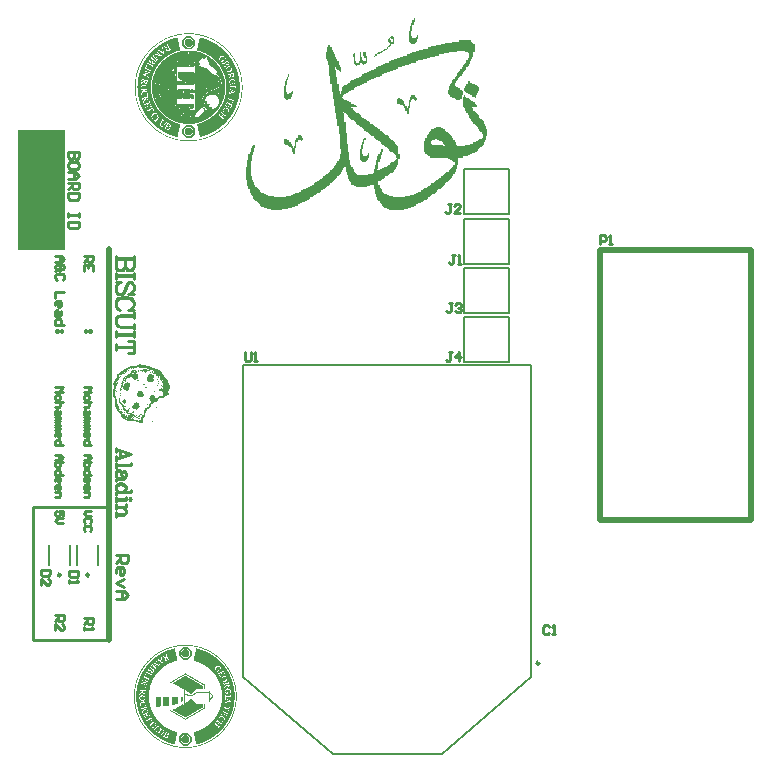
<source format=gbr>
%TF.GenerationSoftware,Altium Limited,Altium Designer,24.2.2 (26)*%
G04 Layer_Color=65535*
%FSLAX45Y45*%
%MOMM*%
%TF.SameCoordinates,7B2EFB22-2454-4570-B993-6C8DBF9E02C9*%
%TF.FilePolarity,Positive*%
%TF.FileFunction,Legend,Top*%
%TF.Part,Single*%
G01*
G75*
%TA.AperFunction,NonConductor*%
%ADD26C,0.25000*%
%ADD27C,0.12800*%
%ADD28C,0.20000*%
%ADD29C,0.51200*%
%ADD30C,0.25601*%
%ADD31C,0.25400*%
G36*
X3218289Y6120826D02*
X3228212D01*
Y6061287D01*
X3208366D01*
Y6041440D01*
X3198443D01*
Y6031517D01*
X3178596D01*
Y6041440D01*
X3188519D01*
Y6051363D01*
X3198443D01*
Y6061287D01*
Y6071210D01*
X3188519D01*
Y6081133D01*
X3178596D01*
Y6100980D01*
X3188519D01*
Y6110903D01*
X3198443D01*
Y6091056D01*
X3208366D01*
Y6081133D01*
X3218289D01*
Y6100980D01*
X3208366D01*
Y6110903D01*
X3198443D01*
Y6120826D01*
X3208366D01*
Y6130750D01*
X3218289D01*
Y6120826D01*
D02*
G37*
G36*
X3406832Y6249829D02*
X3396909D01*
Y6220059D01*
X3386985D01*
Y6170443D01*
X3377062D01*
Y6130750D01*
X3386985D01*
Y6110903D01*
X3416755D01*
Y6120826D01*
X3426678D01*
Y6140673D01*
X3436602D01*
Y6110903D01*
Y6100980D01*
X3426678D01*
Y6081133D01*
X3416755D01*
Y6071210D01*
X3406832D01*
Y6061287D01*
X3377062D01*
Y6071210D01*
X3367139D01*
Y6081133D01*
X3357215D01*
Y6170443D01*
X3367139D01*
Y6210136D01*
X3377062D01*
Y6239906D01*
X3386985D01*
Y6259753D01*
X3396909D01*
Y6279599D01*
X3406832D01*
Y6249829D01*
D02*
G37*
G36*
X3178596Y6021593D02*
X3168673D01*
Y6031517D01*
X3178596D01*
Y6021593D01*
D02*
G37*
G36*
X3168673Y6011670D02*
X3158749D01*
Y6001747D01*
X3138903D01*
Y6011670D01*
X3148826D01*
Y6021593D01*
X3168673D01*
Y6011670D01*
D02*
G37*
G36*
X3138903Y5991823D02*
X3128980D01*
Y5981900D01*
X3109133D01*
Y5971977D01*
X3089286D01*
Y5981900D01*
X3099210D01*
Y5991823D01*
X3119056D01*
Y6001747D01*
X3138903D01*
Y5991823D01*
D02*
G37*
G36*
X3089286Y5962054D02*
X3069440D01*
Y5971977D01*
X3089286D01*
Y5962054D01*
D02*
G37*
G36*
X3069440Y5952130D02*
X3059516D01*
Y5962054D01*
X3069440D01*
Y5952130D01*
D02*
G37*
G36*
X2990053Y5962054D02*
X2999977D01*
Y5902514D01*
X2990053D01*
Y5892590D01*
X2980130D01*
Y5882667D01*
X2970207D01*
Y5892590D01*
X2960283D01*
Y5902514D01*
X2940437D01*
Y5882667D01*
X2920590D01*
Y5872744D01*
X2910667D01*
Y5882667D01*
X2900744D01*
Y5892590D01*
X2890820D01*
Y5952130D01*
X2880897D01*
Y5971977D01*
X2890820D01*
Y5981900D01*
X2900744D01*
Y5971977D01*
Y5962054D01*
Y5912437D01*
X2910667D01*
Y5902514D01*
X2930514D01*
Y5912437D01*
X2940437D01*
Y5991823D01*
X2950360D01*
Y5952130D01*
X2960283D01*
Y5922361D01*
X2970207D01*
Y5912437D01*
X2990053D01*
Y5942207D01*
X2980130D01*
Y5962054D01*
X2970207D01*
Y5991823D01*
X2990053D01*
Y5962054D01*
D02*
G37*
G36*
X3883150Y6081133D02*
X3893073D01*
Y6071210D01*
X3902997D01*
Y6061287D01*
X3912920D01*
Y5991823D01*
X3902997D01*
Y5952130D01*
X3893073D01*
Y5932284D01*
X3883150D01*
Y5912437D01*
X3873227D01*
Y5892590D01*
X3863303D01*
Y5872744D01*
X3853380D01*
Y5862821D01*
X3843457D01*
Y5842974D01*
X3833534D01*
Y5833051D01*
X3823610D01*
Y5823128D01*
X3813687D01*
Y5803281D01*
X3803764D01*
Y5793357D01*
X3793841D01*
Y5783434D01*
X3783917D01*
Y5773511D01*
X3773994D01*
Y5753664D01*
X3764070D01*
Y5743741D01*
X3754147D01*
Y5733818D01*
X3744224D01*
Y5704048D01*
X3754147D01*
Y5694125D01*
X3773994D01*
Y5684201D01*
X3793841D01*
Y5674278D01*
X3803764D01*
Y5664355D01*
X3813687D01*
Y5624662D01*
X3803764D01*
Y5594892D01*
X3793841D01*
Y5584968D01*
X3754147D01*
Y5594892D01*
X3744224D01*
Y5604815D01*
X3724377D01*
Y5614738D01*
X3704531D01*
Y5624662D01*
X3694608D01*
Y5634585D01*
X3684684D01*
Y5674278D01*
X3694608D01*
Y5704048D01*
X3704531D01*
Y5723895D01*
X3714454D01*
Y5733818D01*
X3724377D01*
Y5753664D01*
X3734301D01*
Y5763588D01*
X3744224D01*
Y5783434D01*
X3754147D01*
Y5793357D01*
X3764070D01*
Y5813204D01*
X3773994D01*
Y5823128D01*
X3783917D01*
Y5833051D01*
X3793841D01*
Y5852897D01*
X3803764D01*
Y5862821D01*
X3813687D01*
Y5882667D01*
X3823610D01*
Y5892590D01*
X3833534D01*
Y5902514D01*
X3843457D01*
Y5922361D01*
X3853380D01*
Y5942207D01*
X3863303D01*
Y5981900D01*
X3853380D01*
Y5991823D01*
X3833534D01*
Y6001747D01*
X3764070D01*
Y5991823D01*
X3694608D01*
Y5981900D01*
X3654914D01*
Y5971977D01*
X3615221D01*
Y5962054D01*
X3575528D01*
Y5952130D01*
X3535835D01*
Y5942207D01*
X3506065D01*
Y5932284D01*
X3476295D01*
Y5922361D01*
X3436602D01*
Y5912437D01*
X3416755D01*
Y5902514D01*
X3377062D01*
Y5892590D01*
X3357215D01*
Y5882667D01*
X3327445D01*
Y5872744D01*
X3297676D01*
Y5862821D01*
X3267906D01*
Y5852897D01*
X3248059D01*
Y5842974D01*
X3218289D01*
Y5833051D01*
X3198443D01*
Y5823128D01*
X3168673D01*
Y5813204D01*
X3148826D01*
Y5803281D01*
X3128980D01*
Y5793357D01*
X3109133D01*
Y5783434D01*
X3079363D01*
Y5773511D01*
X3059516D01*
Y5763588D01*
X3039670D01*
Y5753664D01*
X3019823D01*
Y5743741D01*
X2999977D01*
Y5733818D01*
X2980130D01*
Y5723895D01*
X2960283D01*
Y5713971D01*
X2940437D01*
Y5704048D01*
X2920590D01*
Y5694125D01*
X2900744D01*
Y5684201D01*
X2890820D01*
Y5674278D01*
X2870974D01*
Y5664355D01*
X2851127D01*
Y5654431D01*
X2841204D01*
Y5644508D01*
X2821357D01*
Y5634585D01*
X2811434D01*
Y5624662D01*
X2801511D01*
Y5614738D01*
X2791588D01*
Y5604815D01*
X2801511D01*
Y5594892D01*
X2811434D01*
Y5584968D01*
X2831281D01*
Y5575045D01*
X2851127D01*
Y5565122D01*
X2870974D01*
Y5555198D01*
X2890820D01*
Y5545275D01*
X2910667D01*
Y5535352D01*
X2920590D01*
Y5525429D01*
X2870974D01*
Y5515505D01*
X2880897D01*
Y5505582D01*
X2890820D01*
Y5495659D01*
X2900744D01*
Y5485735D01*
X2910667D01*
Y5475812D01*
X2930514D01*
Y5465889D01*
X2940437D01*
Y5455965D01*
X2950360D01*
Y5446042D01*
X2960283D01*
Y5436119D01*
X2980130D01*
Y5426196D01*
X2990053D01*
Y5416272D01*
X2999977D01*
Y5406349D01*
X3019823D01*
Y5396426D01*
X3029747D01*
Y5386502D01*
X3049593D01*
Y5376579D01*
X3059516D01*
Y5366656D01*
X3069440D01*
Y5356732D01*
X3089286D01*
Y5346809D01*
X3099210D01*
Y5336886D01*
X3109133D01*
Y5326963D01*
X3128980D01*
Y5317039D01*
X3138903D01*
Y5307116D01*
X3148826D01*
Y5297193D01*
X3158749D01*
Y5287269D01*
X3178596D01*
Y5277346D01*
X3188519D01*
Y5267423D01*
X3198443D01*
Y5257500D01*
X3208366D01*
Y5247576D01*
X3218289D01*
Y5237653D01*
X3228212D01*
Y5227730D01*
X3238136D01*
Y5217806D01*
X3248059D01*
Y5207883D01*
X3257982D01*
Y5197960D01*
X3267906D01*
Y5128497D01*
X3277829D01*
Y5088803D01*
X3267906D01*
Y5039187D01*
X3257982D01*
Y5019340D01*
X3248059D01*
Y4999494D01*
X3238136D01*
Y4989570D01*
X3228212D01*
Y4979647D01*
X3218289D01*
Y4969724D01*
X3198443D01*
Y4959801D01*
X3188519D01*
Y4949877D01*
X3178596D01*
Y4939954D01*
X3158749D01*
Y4930031D01*
X3148826D01*
Y4920107D01*
X3128980D01*
Y4910184D01*
X3119056D01*
Y4900261D01*
X3099210D01*
Y4870491D01*
X3109133D01*
Y4840721D01*
X3119056D01*
Y4830798D01*
X3128980D01*
Y4810951D01*
X3138903D01*
Y4801028D01*
X3148826D01*
Y4791104D01*
X3168673D01*
Y4781181D01*
X3188519D01*
Y4771258D01*
X3218289D01*
Y4761335D01*
X3327445D01*
Y4771258D01*
X3367139D01*
Y4781181D01*
X3396909D01*
Y4791104D01*
X3416755D01*
Y4801028D01*
X3436602D01*
Y4810951D01*
X3456448D01*
Y4820874D01*
X3476295D01*
Y4830798D01*
X3486218D01*
Y4840721D01*
X3506065D01*
Y4850644D01*
X3515988D01*
Y4860568D01*
X3535835D01*
Y4870491D01*
X3545758D01*
Y4880414D01*
X3565605D01*
Y4890337D01*
X3575528D01*
Y4900261D01*
X3585451D01*
Y4910184D01*
X3605298D01*
Y4920107D01*
X3615221D01*
Y4930031D01*
X3625144D01*
Y4939954D01*
X3644991D01*
Y4949877D01*
X3654914D01*
Y4959801D01*
X3664837D01*
Y4969724D01*
X3674761D01*
Y4979647D01*
X3694608D01*
Y4989570D01*
X3704531D01*
Y4999494D01*
X3714454D01*
Y5009417D01*
X3724377D01*
Y5019340D01*
X3734301D01*
Y5039187D01*
X3744224D01*
Y5059034D01*
X3734301D01*
Y5068957D01*
X3724377D01*
Y5078880D01*
X3704531D01*
Y5088803D01*
X3684684D01*
Y5098727D01*
X3535835D01*
Y5108650D01*
X3515988D01*
Y5118573D01*
X3506065D01*
Y5128497D01*
X3496142D01*
Y5148343D01*
X3486218D01*
Y5237653D01*
X3496142D01*
Y5267423D01*
X3506065D01*
Y5287269D01*
X3515988D01*
Y5297193D01*
X3525911D01*
Y5317039D01*
X3535835D01*
Y5326963D01*
X3545758D01*
Y5336886D01*
X3565605D01*
Y5346809D01*
X3585451D01*
Y5356732D01*
X3625144D01*
Y5346809D01*
X3644991D01*
Y5336886D01*
X3664837D01*
Y5326963D01*
X3674761D01*
Y5317039D01*
X3684684D01*
Y5307116D01*
X3694608D01*
Y5297193D01*
X3704531D01*
Y5287269D01*
X3714454D01*
Y5277346D01*
X3724377D01*
Y5267423D01*
X3734301D01*
Y5247576D01*
X3744224D01*
Y5227730D01*
X3754147D01*
Y5207883D01*
X3764070D01*
Y5197960D01*
X3833534D01*
Y5207883D01*
X3873227D01*
Y5217806D01*
X3902997D01*
Y5227730D01*
X3922843D01*
Y5237653D01*
X3942690D01*
Y5247576D01*
X3952613D01*
Y5257500D01*
X3972460D01*
Y5267423D01*
X3982383D01*
Y5297193D01*
X3972460D01*
Y5317039D01*
X3962536D01*
Y5326963D01*
X3952613D01*
Y5336886D01*
X3942690D01*
Y5356732D01*
X3932767D01*
Y5366656D01*
X3922843D01*
Y5376579D01*
X3912920D01*
Y5386502D01*
X3902997D01*
Y5396426D01*
X3893073D01*
Y5406349D01*
X3883150D01*
Y5426196D01*
X3873227D01*
Y5436119D01*
X3863303D01*
Y5455965D01*
X3853380D01*
Y5475812D01*
X3843457D01*
Y5495659D01*
X3833534D01*
Y5515505D01*
X3823610D01*
Y5525429D01*
X3813687D01*
Y5614738D01*
X3823610D01*
Y5624662D01*
X3833534D01*
Y5614738D01*
X3843457D01*
Y5604815D01*
X3863303D01*
Y5594892D01*
X3873227D01*
Y5584968D01*
X3883150D01*
Y5575045D01*
X3902997D01*
Y5565122D01*
X3912920D01*
Y5555198D01*
X3922843D01*
Y5545275D01*
X3932767D01*
Y5525429D01*
X3893073D01*
Y5515505D01*
X3902997D01*
Y5495659D01*
X3912920D01*
Y5485735D01*
X3922843D01*
Y5475812D01*
X3932767D01*
Y5465889D01*
X3942690D01*
Y5455965D01*
X3952613D01*
Y5436119D01*
X3962536D01*
Y5426196D01*
X3972460D01*
Y5416272D01*
X3982383D01*
Y5406349D01*
X3992306D01*
Y5386502D01*
X4002230D01*
Y5366656D01*
X4012153D01*
Y5336886D01*
X4022076D01*
Y5277346D01*
X4012153D01*
Y5247576D01*
X4002230D01*
Y5227730D01*
X3992306D01*
Y5207883D01*
X3982383D01*
Y5197960D01*
X3972460D01*
Y5188036D01*
X3962536D01*
Y5178113D01*
X3952613D01*
Y5168190D01*
X3942690D01*
Y5158267D01*
X3932767D01*
Y5148343D01*
X3912920D01*
Y5138420D01*
X3893073D01*
Y5128497D01*
X3873227D01*
Y5118573D01*
X3853380D01*
Y5108650D01*
X3813687D01*
Y5098727D01*
X3773994D01*
Y5039187D01*
X3764070D01*
Y4999494D01*
X3754147D01*
Y4979647D01*
X3744224D01*
Y4959801D01*
X3734301D01*
Y4939954D01*
X3724377D01*
Y4930031D01*
X3714454D01*
Y4920107D01*
X3704531D01*
Y4910184D01*
X3694608D01*
Y4900261D01*
X3684684D01*
Y4890337D01*
X3674761D01*
Y4880414D01*
X3664837D01*
Y4870491D01*
X3654914D01*
Y4860568D01*
X3644991D01*
Y4850644D01*
X3635068D01*
Y4840721D01*
X3625144D01*
Y4830798D01*
X3605298D01*
Y4820874D01*
X3595375D01*
Y4810951D01*
X3585451D01*
Y4801028D01*
X3575528D01*
Y4791104D01*
X3555681D01*
Y4781181D01*
X3545758D01*
Y4771258D01*
X3535835D01*
Y4761335D01*
X3515988D01*
Y4751411D01*
X3506065D01*
Y4741488D01*
X3486218D01*
Y4731565D01*
X3476295D01*
Y4721641D01*
X3456448D01*
Y4711718D01*
X3436602D01*
Y4701795D01*
X3416755D01*
Y4691871D01*
X3396909D01*
Y4681948D01*
X3377062D01*
Y4672025D01*
X3347292D01*
Y4662102D01*
X3317522D01*
Y4652178D01*
X3188519D01*
Y4662102D01*
X3168673D01*
Y4672025D01*
X3148826D01*
Y4681948D01*
X3138903D01*
Y4691871D01*
X3128980D01*
Y4701795D01*
X3119056D01*
Y4711718D01*
X3109133D01*
Y4731565D01*
X3099210D01*
Y4741488D01*
X3089286D01*
Y4761335D01*
X3079363D01*
Y4791104D01*
X3069440D01*
Y4830798D01*
X3059516D01*
Y4870491D01*
X3029747D01*
Y4860568D01*
X2999977D01*
Y4850644D01*
X2910667D01*
Y4860568D01*
X2890820D01*
Y4870491D01*
X2870974D01*
Y4890337D01*
X2861050D01*
Y4900261D01*
X2851127D01*
Y4920107D01*
X2841204D01*
Y4949877D01*
X2831281D01*
Y4979647D01*
X2821357D01*
Y5019340D01*
X2811434D01*
Y5009417D01*
X2801511D01*
Y4989570D01*
X2791588D01*
Y4979647D01*
X2781664D01*
Y4959801D01*
X2771741D01*
Y4949877D01*
X2761817D01*
Y4939954D01*
X2751894D01*
Y4930031D01*
X2741971D01*
Y4920107D01*
X2732048D01*
Y4910184D01*
X2722124D01*
Y4900261D01*
X2712201D01*
Y4890337D01*
X2702278D01*
Y4880414D01*
X2692355D01*
Y4870491D01*
X2682431D01*
Y4860568D01*
X2662584D01*
Y4850644D01*
X2652661D01*
Y4840721D01*
X2642738D01*
Y4830798D01*
X2632815D01*
Y4820874D01*
X2612968D01*
Y4810951D01*
X2603045D01*
Y4801028D01*
X2583198D01*
Y4791104D01*
X2573275D01*
Y4781181D01*
X2553428D01*
Y4771258D01*
X2543505D01*
Y4761335D01*
X2523658D01*
Y4751411D01*
X2513735D01*
Y4741488D01*
X2493889D01*
Y4731565D01*
X2474042D01*
Y4721641D01*
X2454195D01*
Y4711718D01*
X2434349D01*
Y4701795D01*
X2414502D01*
Y4691871D01*
X2394656D01*
Y4681948D01*
X2364886D01*
Y4672025D01*
X2335116D01*
Y4662102D01*
X2285499D01*
Y4652178D01*
X2186266D01*
Y4662102D01*
X2156496D01*
Y4672025D01*
X2126727D01*
Y4681948D01*
X2106880D01*
Y4691871D01*
X2096957D01*
Y4701795D01*
X2087033D01*
Y4711718D01*
X2077110D01*
Y4721641D01*
X2067187D01*
Y4731565D01*
X2057263D01*
Y4741488D01*
X2047340D01*
Y4751411D01*
X2037417D01*
Y4771258D01*
X2027494D01*
Y4781181D01*
X2017570D01*
Y4801028D01*
X2007647D01*
Y4830798D01*
X1997724D01*
Y4860568D01*
X1987800D01*
Y4910184D01*
X1977877D01*
Y5019340D01*
X1987800D01*
Y5078880D01*
X1997724D01*
Y5128497D01*
X2007647D01*
Y5148343D01*
X2017570D01*
Y5178113D01*
X2027494D01*
Y5197960D01*
X2037417D01*
Y5207883D01*
X2057263D01*
Y5178113D01*
X2047340D01*
Y5148343D01*
X2037417D01*
Y5118573D01*
X2027494D01*
Y5068957D01*
X2017570D01*
Y4939954D01*
X2027494D01*
Y4910184D01*
X2037417D01*
Y4890337D01*
X2047340D01*
Y4870491D01*
X2057263D01*
Y4850644D01*
X2067187D01*
Y4840721D01*
X2077110D01*
Y4830798D01*
X2087033D01*
Y4820874D01*
X2096957D01*
Y4810951D01*
X2106880D01*
Y4801028D01*
X2126727D01*
Y4791104D01*
X2146573D01*
Y4781181D01*
X2166420D01*
Y4771258D01*
X2216036D01*
Y4761335D01*
X2315269D01*
Y4771258D01*
X2354962D01*
Y4781181D01*
X2374809D01*
Y4791104D01*
X2394656D01*
Y4801028D01*
X2424425D01*
Y4810951D01*
X2444272D01*
Y4820874D01*
X2464119D01*
Y4830798D01*
X2483965D01*
Y4840721D01*
X2503812D01*
Y4850644D01*
X2523658D01*
Y4860568D01*
X2533582D01*
Y4870491D01*
X2553428D01*
Y4880414D01*
X2563351D01*
Y4890337D01*
X2583198D01*
Y4900261D01*
X2593122D01*
Y4910184D01*
X2603045D01*
Y4920107D01*
X2622891D01*
Y4930031D01*
X2632815D01*
Y4939954D01*
X2642738D01*
Y4949877D01*
X2652661D01*
Y4959801D01*
X2672508D01*
Y4969724D01*
X2682431D01*
Y4979647D01*
X2692355D01*
Y4989570D01*
X2702278D01*
Y4999494D01*
X2712201D01*
Y5009417D01*
X2722124D01*
Y5029264D01*
X2732048D01*
Y5039187D01*
X2741971D01*
Y5049110D01*
X2751894D01*
Y5068957D01*
X2761817D01*
Y5088803D01*
X2771741D01*
Y5128497D01*
X2781664D01*
Y5168190D01*
X2771741D01*
Y5297193D01*
X2761817D01*
Y5366656D01*
X2751894D01*
Y5426196D01*
X2741971D01*
Y5475812D01*
X2732048D01*
Y5535352D01*
X2722124D01*
Y5594892D01*
X2712201D01*
Y5654431D01*
X2702278D01*
Y5723895D01*
X2692355D01*
Y5793357D01*
X2682431D01*
Y5882667D01*
X2672508D01*
Y5912437D01*
X2662584D01*
Y5932284D01*
X2652661D01*
Y5991823D01*
X2662584D01*
Y6031517D01*
X2672508D01*
Y6051363D01*
X2692355D01*
Y6031517D01*
X2702278D01*
Y6011670D01*
X2712201D01*
Y5991823D01*
X2722124D01*
Y5971977D01*
X2732048D01*
Y5952130D01*
X2741971D01*
Y5932284D01*
X2751894D01*
Y5912437D01*
X2761817D01*
Y5882667D01*
X2771741D01*
Y5862821D01*
X2781664D01*
Y5823128D01*
X2771741D01*
Y5833051D01*
X2761817D01*
Y5842974D01*
X2751894D01*
Y5852897D01*
X2741971D01*
Y5862821D01*
X2732048D01*
Y5842974D01*
X2741971D01*
Y5783434D01*
X2751894D01*
Y5723895D01*
X2761817D01*
Y5664355D01*
X2771741D01*
Y5634585D01*
X2781664D01*
Y5664355D01*
X2791588D01*
Y5694125D01*
X2801511D01*
Y5704048D01*
X2811434D01*
Y5713971D01*
X2831281D01*
Y5723895D01*
X2841204D01*
Y5733818D01*
X2861050D01*
Y5743741D01*
X2870974D01*
Y5753664D01*
X2890820D01*
Y5763588D01*
X2910667D01*
Y5773511D01*
X2930514D01*
Y5783434D01*
X2950360D01*
Y5793357D01*
X2960283D01*
Y5803281D01*
X2980130D01*
Y5813204D01*
X2999977D01*
Y5823128D01*
X3019823D01*
Y5833051D01*
X3039670D01*
Y5842974D01*
X3059516D01*
Y5852897D01*
X3079363D01*
Y5862821D01*
X3099210D01*
Y5872744D01*
X3119056D01*
Y5882667D01*
X3138903D01*
Y5892590D01*
X3158749D01*
Y5902514D01*
X3188519D01*
Y5912437D01*
X3208366D01*
Y5922361D01*
X3228212D01*
Y5932284D01*
X3257982D01*
Y5942207D01*
X3277829D01*
Y5952130D01*
X3307599D01*
Y5962054D01*
X3337369D01*
Y5971977D01*
X3367139D01*
Y5981900D01*
X3386985D01*
Y5991823D01*
X3416755D01*
Y6001747D01*
X3446525D01*
Y6011670D01*
X3476295D01*
Y6021593D01*
X3515988D01*
Y6031517D01*
X3545758D01*
Y6041440D01*
X3585451D01*
Y6051363D01*
X3625144D01*
Y6061287D01*
X3664837D01*
Y6071210D01*
X3724377D01*
Y6081133D01*
X3783917D01*
Y6091056D01*
X3883150D01*
Y6081133D01*
D02*
G37*
G36*
X2345039Y5783434D02*
X2335116D01*
Y5793357D01*
Y5803281D01*
X2345039D01*
Y5783434D01*
D02*
G37*
G36*
X3873227Y5733818D02*
X3893073D01*
Y5723895D01*
X3912920D01*
Y5713971D01*
X3932767D01*
Y5704048D01*
X3942690D01*
Y5694125D01*
X3952613D01*
Y5664355D01*
X3942690D01*
Y5644508D01*
X3932767D01*
Y5624662D01*
X3922843D01*
Y5604815D01*
X3912920D01*
Y5614738D01*
X3893073D01*
Y5624662D01*
X3873227D01*
Y5634585D01*
X3853380D01*
Y5644508D01*
X3843457D01*
Y5654431D01*
X3833534D01*
Y5664355D01*
X3823610D01*
Y5684201D01*
X3833534D01*
Y5704048D01*
X3843457D01*
Y5723895D01*
X3853380D01*
Y5743741D01*
X3873227D01*
Y5733818D01*
D02*
G37*
G36*
X2335116Y5753664D02*
X2325192D01*
Y5713971D01*
X2315269D01*
Y5654431D01*
X2325192D01*
Y5634585D01*
X2345039D01*
Y5644508D01*
X2354962D01*
Y5654431D01*
X2364886D01*
Y5664355D01*
X2374809D01*
Y5634585D01*
X2364886D01*
Y5614738D01*
X2354962D01*
Y5604815D01*
Y5594892D01*
X2335116D01*
Y5584968D01*
X2315269D01*
Y5594892D01*
X2305346D01*
Y5604815D01*
X2295423D01*
Y5704048D01*
X2305346D01*
Y5743741D01*
X2315269D01*
Y5763588D01*
X2325192D01*
Y5783434D01*
X2335116D01*
Y5753664D01*
D02*
G37*
G36*
X3406832Y5614738D02*
X3416755D01*
Y5604815D01*
X3426678D01*
Y5584968D01*
X3416755D01*
Y5575045D01*
X3406832D01*
Y5584968D01*
X3396909D01*
Y5594892D01*
X3386985D01*
Y5584968D01*
X3377062D01*
Y5565122D01*
X3367139D01*
Y5515505D01*
X3357215D01*
Y5465889D01*
X3337369D01*
Y5495659D01*
X3327445D01*
Y5515505D01*
X3317522D01*
Y5535352D01*
X3307599D01*
Y5545275D01*
X3277829D01*
Y5555198D01*
X3257982D01*
Y5594892D01*
X3267906D01*
Y5604815D01*
X3277829D01*
Y5594892D01*
X3297676D01*
Y5584968D01*
X3307599D01*
Y5575045D01*
X3317522D01*
Y5555198D01*
X3327445D01*
Y5535352D01*
X3337369D01*
Y5515505D01*
X3347292D01*
Y5535352D01*
X3357215D01*
Y5584968D01*
X3367139D01*
Y5614738D01*
X3377062D01*
Y5624662D01*
X3406832D01*
Y5614738D01*
D02*
G37*
G36*
X1516750Y6149386D02*
X1533856D01*
Y6148112D01*
X1545684D01*
Y6146838D01*
X1556239D01*
Y6145383D01*
X1565520D01*
Y6144109D01*
X1572071D01*
Y6142835D01*
X1580078D01*
Y6141561D01*
X1586630D01*
Y6140105D01*
X1591907D01*
Y6138832D01*
X1598640D01*
Y6137557D01*
X1603918D01*
Y6136284D01*
X1609195D01*
Y6134828D01*
X1613198D01*
Y6133554D01*
X1618476D01*
Y6132280D01*
X1622297D01*
Y6131006D01*
X1627575D01*
Y6129551D01*
X1631578D01*
Y6128277D01*
X1635582D01*
Y6127003D01*
X1639585D01*
Y6125547D01*
X1643407D01*
Y6124273D01*
X1647410D01*
Y6122999D01*
X1650140D01*
Y6121725D01*
X1654144D01*
Y6120269D01*
X1657965D01*
Y6118996D01*
X1660695D01*
Y6117722D01*
X1664698D01*
Y6116448D01*
X1667246D01*
Y6114992D01*
X1671250D01*
Y6113718D01*
X1673797D01*
Y6112444D01*
X1676527D01*
Y6111171D01*
X1679257D01*
Y6109715D01*
X1683078D01*
Y6108441D01*
X1685808D01*
Y6107167D01*
X1688356D01*
Y6105711D01*
X1691085D01*
Y6104437D01*
X1693633D01*
Y6103164D01*
X1696363D01*
Y6101890D01*
X1698910D01*
Y6100434D01*
X1701640D01*
Y6099160D01*
X1704188D01*
Y6097886D01*
X1706918D01*
Y6096612D01*
X1709465D01*
Y6095156D01*
X1710921D01*
Y6093883D01*
X1713469D01*
Y6092609D01*
X1716198D01*
Y6091335D01*
X1718746D01*
Y6089879D01*
X1720202D01*
Y6088605D01*
X1722750D01*
Y6087331D01*
X1725479D01*
Y6085876D01*
X1728027D01*
Y6084602D01*
X1729301D01*
Y6083328D01*
X1732031D01*
Y6082054D01*
X1733304D01*
Y6080598D01*
X1736034D01*
Y6079324D01*
X1737308D01*
Y6078051D01*
X1739856D01*
Y6076777D01*
X1742585D01*
Y6075321D01*
X1743859D01*
Y6074047D01*
X1746589D01*
Y6072773D01*
X1747863D01*
Y6071499D01*
X1750592D01*
Y6070043D01*
X1751866D01*
Y6068770D01*
X1753140D01*
Y6067496D01*
X1755870D01*
Y6066040D01*
X1757144D01*
Y6064766D01*
X1759691D01*
Y6063492D01*
X1761147D01*
Y6062218D01*
X1762421D01*
Y6060763D01*
X1764969D01*
Y6059489D01*
X1766424D01*
Y6058215D01*
X1767698D01*
Y6056941D01*
X1770246D01*
Y6055485D01*
X1771702D01*
Y6054211D01*
X1772976D01*
Y6052937D01*
X1775523D01*
Y6051664D01*
X1776979D01*
Y6050208D01*
X1778253D01*
Y6048934D01*
X1779527D01*
Y6047660D01*
X1782257D01*
Y6046386D01*
X1783531D01*
Y6044930D01*
X1784804D01*
Y6043656D01*
X1786260D01*
Y6042383D01*
X1787534D01*
Y6040927D01*
X1788808D01*
Y6039653D01*
X1791538D01*
Y6038379D01*
X1792812D01*
Y6037105D01*
X1794085D01*
Y6035649D01*
X1795359D01*
Y6034376D01*
X1796815D01*
Y6033102D01*
X1798089D01*
Y6031828D01*
X1800636D01*
Y6030372D01*
X1802092D01*
Y6029098D01*
X1803366D01*
Y6027824D01*
X1804640D01*
Y6026551D01*
X1805914D01*
Y6025095D01*
X1807370D01*
Y6023821D01*
X1808644D01*
Y6022547D01*
X1809917D01*
Y6021091D01*
X1811373D01*
Y6019817D01*
X1812647D01*
Y6018543D01*
X1813921D01*
Y6017270D01*
X1815195D01*
Y6015814D01*
X1816651D01*
Y6014540D01*
X1817924D01*
Y6013266D01*
X1819198D01*
Y6011992D01*
X1820472D01*
Y6010536D01*
X1821928D01*
Y6009263D01*
X1823202D01*
Y6007989D01*
X1824476D01*
Y6006715D01*
X1825750D01*
Y6005259D01*
X1827205D01*
Y6003985D01*
X1828479D01*
Y6001255D01*
X1829753D01*
Y5999982D01*
X1831027D01*
Y5998708D01*
X1832483D01*
Y5997434D01*
X1833757D01*
Y5995978D01*
X1835031D01*
Y5994704D01*
X1836304D01*
Y5993430D01*
X1837760D01*
Y5990701D01*
X1839034D01*
Y5989427D01*
X1840308D01*
Y5988153D01*
X1841582D01*
Y5986879D01*
X1843038D01*
Y5985423D01*
X1844312D01*
Y5984149D01*
X1845585D01*
Y5981420D01*
X1847041D01*
Y5980146D01*
X1848315D01*
Y5978872D01*
X1849589D01*
Y5977598D01*
X1850863D01*
Y5974868D01*
X1852319D01*
Y5973595D01*
X1853592D01*
Y5972321D01*
X1854866D01*
Y5969591D01*
X1856140D01*
Y5968317D01*
X1857596D01*
Y5967043D01*
X1858870D01*
Y5964314D01*
X1860144D01*
Y5963040D01*
X1861417D01*
Y5961766D01*
X1862873D01*
Y5959036D01*
X1864147D01*
Y5957763D01*
X1865421D01*
Y5955033D01*
X1866695D01*
Y5953759D01*
X1868151D01*
Y5952485D01*
X1869425D01*
Y5949755D01*
X1870698D01*
Y5948482D01*
X1871972D01*
Y5945752D01*
X1873428D01*
Y5944478D01*
X1874702D01*
Y5941930D01*
X1875976D01*
Y5939201D01*
X1877432D01*
Y5937927D01*
X1878705D01*
Y5935197D01*
X1879979D01*
Y5933923D01*
X1881253D01*
Y5931194D01*
X1882709D01*
Y5929920D01*
X1883983D01*
Y5927372D01*
X1885257D01*
Y5924642D01*
X1886531D01*
Y5922095D01*
X1887986D01*
Y5920639D01*
X1889260D01*
Y5918091D01*
X1890534D01*
Y5915362D01*
X1891808D01*
Y5912814D01*
X1893264D01*
Y5911358D01*
X1894537D01*
Y5908810D01*
X1895812D01*
Y5906081D01*
X1897085D01*
Y5903533D01*
X1898541D01*
Y5900803D01*
X1899815D01*
Y5898255D01*
X1901089D01*
Y5895526D01*
X1902363D01*
Y5892978D01*
X1903818D01*
Y5890248D01*
X1905092D01*
Y5887701D01*
X1906366D01*
Y5884971D01*
X1907640D01*
Y5880967D01*
X1909096D01*
Y5878420D01*
X1910370D01*
Y5875690D01*
X1911644D01*
Y5873142D01*
X1913099D01*
Y5869139D01*
X1914373D01*
Y5866409D01*
X1915647D01*
Y5862588D01*
X1916921D01*
Y5859858D01*
X1918377D01*
Y5855854D01*
X1919651D01*
Y5853307D01*
X1920925D01*
Y5849303D01*
X1922198D01*
Y5845300D01*
X1923654D01*
Y5841296D01*
X1924928D01*
Y5837474D01*
X1926202D01*
Y5833471D01*
X1927476D01*
Y5829467D01*
X1928932D01*
Y5824190D01*
X1930205D01*
Y5820186D01*
X1931479D01*
Y5814909D01*
X1932753D01*
Y5810906D01*
X1934209D01*
Y5805628D01*
X1935483D01*
Y5800351D01*
X1936757D01*
Y5793800D01*
X1938030D01*
Y5788522D01*
X1939486D01*
Y5781789D01*
X1940760D01*
Y5775238D01*
X1942034D01*
Y5767231D01*
X1943490D01*
Y5758132D01*
X1944764D01*
Y5747395D01*
X1946038D01*
Y5735566D01*
X1947311D01*
Y5717005D01*
X1948767D01*
Y5669508D01*
X1947311D01*
Y5652220D01*
X1946038D01*
Y5640392D01*
X1944764D01*
Y5629837D01*
X1943490D01*
Y5620556D01*
X1942034D01*
Y5614005D01*
X1940760D01*
Y5605998D01*
X1939486D01*
Y5599446D01*
X1938030D01*
Y5594169D01*
X1936757D01*
Y5587436D01*
X1935483D01*
Y5582158D01*
X1934209D01*
Y5576881D01*
X1932753D01*
Y5572877D01*
X1931479D01*
Y5567600D01*
X1930205D01*
Y5563779D01*
X1928932D01*
Y5558319D01*
X1927476D01*
Y5554498D01*
X1926202D01*
Y5550494D01*
X1924928D01*
Y5546491D01*
X1923654D01*
Y5542487D01*
X1922198D01*
Y5538665D01*
X1920925D01*
Y5534662D01*
X1919651D01*
Y5531932D01*
X1918377D01*
Y5527929D01*
X1916921D01*
Y5525381D01*
X1915647D01*
Y5521377D01*
X1914373D01*
Y5518830D01*
X1913099D01*
Y5514826D01*
X1911644D01*
Y5512096D01*
X1910370D01*
Y5509549D01*
X1909096D01*
Y5506819D01*
X1907640D01*
Y5502816D01*
X1906366D01*
Y5500268D01*
X1905092D01*
Y5497538D01*
X1903818D01*
Y5494991D01*
X1902363D01*
Y5492261D01*
X1901089D01*
Y5489713D01*
X1899815D01*
Y5486983D01*
X1898541D01*
Y5484436D01*
X1897085D01*
Y5481706D01*
X1895812D01*
Y5479158D01*
X1894537D01*
Y5476429D01*
X1893264D01*
Y5475155D01*
X1891808D01*
Y5472425D01*
X1890534D01*
Y5469878D01*
X1889260D01*
Y5467148D01*
X1887986D01*
Y5465874D01*
X1886531D01*
Y5463144D01*
X1885257D01*
Y5460596D01*
X1883983D01*
Y5457867D01*
X1882709D01*
Y5456593D01*
X1881253D01*
Y5454045D01*
X1879979D01*
Y5452590D01*
X1878705D01*
Y5450042D01*
X1877432D01*
Y5447312D01*
X1875976D01*
Y5446038D01*
X1874702D01*
Y5443309D01*
X1873428D01*
Y5442035D01*
X1871972D01*
Y5439487D01*
X1870698D01*
Y5438031D01*
X1869425D01*
Y5435483D01*
X1868151D01*
Y5434210D01*
X1866695D01*
Y5432754D01*
X1865421D01*
Y5430206D01*
X1864147D01*
Y5428750D01*
X1862873D01*
Y5426203D01*
X1861417D01*
Y5424929D01*
X1860144D01*
Y5422199D01*
X1858870D01*
Y5420925D01*
X1857596D01*
Y5419651D01*
X1856140D01*
Y5416922D01*
X1854866D01*
Y5415648D01*
X1853592D01*
Y5414374D01*
X1852319D01*
Y5412918D01*
X1850863D01*
Y5410370D01*
X1849589D01*
Y5408915D01*
X1848315D01*
Y5407641D01*
X1847041D01*
Y5406367D01*
X1845585D01*
Y5403637D01*
X1844312D01*
Y5402363D01*
X1843038D01*
Y5401090D01*
X1841582D01*
Y5399816D01*
X1840308D01*
Y5398360D01*
X1839034D01*
Y5395812D01*
X1837760D01*
Y5394538D01*
X1836304D01*
Y5393082D01*
X1835031D01*
Y5391809D01*
X1833757D01*
Y5390535D01*
X1832483D01*
Y5389079D01*
X1831027D01*
Y5386531D01*
X1829753D01*
Y5385257D01*
X1828479D01*
Y5383802D01*
X1827205D01*
Y5382528D01*
X1825750D01*
Y5381254D01*
X1824476D01*
Y5379980D01*
X1823202D01*
Y5378524D01*
X1821928D01*
Y5377250D01*
X1820472D01*
Y5375976D01*
X1819198D01*
Y5374702D01*
X1817924D01*
Y5373247D01*
X1816651D01*
Y5371973D01*
X1815195D01*
Y5370699D01*
X1813921D01*
Y5369425D01*
X1812647D01*
Y5367969D01*
X1811373D01*
Y5366695D01*
X1809917D01*
Y5365422D01*
X1808644D01*
Y5363966D01*
X1807370D01*
Y5362692D01*
X1805914D01*
Y5361418D01*
X1804640D01*
Y5360144D01*
X1803366D01*
Y5358688D01*
X1802092D01*
Y5357414D01*
X1800636D01*
Y5356141D01*
X1798089D01*
Y5354867D01*
X1796815D01*
Y5353411D01*
X1795359D01*
Y5352137D01*
X1794085D01*
Y5350863D01*
X1792812D01*
Y5349590D01*
X1791538D01*
Y5348134D01*
X1790082D01*
Y5346860D01*
X1787534D01*
Y5345586D01*
X1786260D01*
Y5344130D01*
X1784804D01*
Y5342856D01*
X1783531D01*
Y5341582D01*
X1782257D01*
Y5340309D01*
X1779527D01*
Y5338853D01*
X1778253D01*
Y5337579D01*
X1776979D01*
Y5336305D01*
X1775523D01*
Y5335031D01*
X1772976D01*
Y5333575D01*
X1771702D01*
Y5332302D01*
X1770246D01*
Y5331028D01*
X1768972D01*
Y5329754D01*
X1766424D01*
Y5328298D01*
X1764969D01*
Y5327024D01*
X1763695D01*
Y5325750D01*
X1761147D01*
Y5324294D01*
X1759691D01*
Y5323021D01*
X1757144D01*
Y5321747D01*
X1755870D01*
Y5320473D01*
X1754414D01*
Y5319017D01*
X1751866D01*
Y5317743D01*
X1750592D01*
Y5316469D01*
X1747863D01*
Y5315195D01*
X1746589D01*
Y5313740D01*
X1743859D01*
Y5312466D01*
X1742585D01*
Y5311192D01*
X1739856D01*
Y5309918D01*
X1738582D01*
Y5308462D01*
X1736034D01*
Y5307189D01*
X1733304D01*
Y5305914D01*
X1732031D01*
Y5304459D01*
X1729301D01*
Y5303185D01*
X1728027D01*
Y5301911D01*
X1725479D01*
Y5300637D01*
X1722750D01*
Y5299181D01*
X1720202D01*
Y5297908D01*
X1718746D01*
Y5296634D01*
X1716198D01*
Y5295360D01*
X1713469D01*
Y5293904D01*
X1712195D01*
Y5292630D01*
X1709465D01*
Y5291356D01*
X1706918D01*
Y5290082D01*
X1704188D01*
Y5288626D01*
X1701640D01*
Y5287353D01*
X1698910D01*
Y5286079D01*
X1696363D01*
Y5284805D01*
X1693633D01*
Y5283349D01*
X1691085D01*
Y5282075D01*
X1688356D01*
Y5280801D01*
X1685808D01*
Y5279346D01*
X1683078D01*
Y5278072D01*
X1679257D01*
Y5276798D01*
X1676527D01*
Y5275524D01*
X1673797D01*
Y5274068D01*
X1671250D01*
Y5272794D01*
X1667246D01*
Y5271521D01*
X1664698D01*
Y5270247D01*
X1660695D01*
Y5268791D01*
X1657965D01*
Y5267517D01*
X1654144D01*
Y5266243D01*
X1651414D01*
Y5264969D01*
X1647410D01*
Y5263513D01*
X1643407D01*
Y5262240D01*
X1639585D01*
Y5260966D01*
X1635582D01*
Y5259510D01*
X1631578D01*
Y5258236D01*
X1627575D01*
Y5256962D01*
X1623753D01*
Y5255688D01*
X1618476D01*
Y5254233D01*
X1614472D01*
Y5252959D01*
X1609195D01*
Y5251685D01*
X1603918D01*
Y5250411D01*
X1598640D01*
Y5248955D01*
X1591907D01*
Y5247681D01*
X1586630D01*
Y5246408D01*
X1580078D01*
Y5245134D01*
X1573527D01*
Y5243678D01*
X1565520D01*
Y5242404D01*
X1557695D01*
Y5241130D01*
X1545684D01*
Y5239674D01*
X1533856D01*
Y5238400D01*
X1516750D01*
Y5237127D01*
X1467797D01*
Y5238400D01*
X1450691D01*
Y5239674D01*
X1437407D01*
Y5241130D01*
X1426852D01*
Y5242404D01*
X1418845D01*
Y5243678D01*
X1411020D01*
Y5245134D01*
X1403013D01*
Y5246408D01*
X1397736D01*
Y5247681D01*
X1391184D01*
Y5248955D01*
X1385907D01*
Y5250411D01*
X1380629D01*
Y5251685D01*
X1375352D01*
Y5252959D01*
X1370075D01*
Y5254233D01*
X1366071D01*
Y5255688D01*
X1360794D01*
Y5256962D01*
X1356790D01*
Y5258236D01*
X1352787D01*
Y5259510D01*
X1348965D01*
Y5260966D01*
X1344962D01*
Y5262240D01*
X1340958D01*
Y5263513D01*
X1336955D01*
Y5264969D01*
X1332951D01*
Y5266243D01*
X1330403D01*
Y5267517D01*
X1326400D01*
Y5268791D01*
X1323852D01*
Y5270247D01*
X1319849D01*
Y5271521D01*
X1317119D01*
Y5272794D01*
X1313297D01*
Y5274068D01*
X1310568D01*
Y5275524D01*
X1307838D01*
Y5276798D01*
X1304016D01*
Y5278072D01*
X1301287D01*
Y5279346D01*
X1298739D01*
Y5280801D01*
X1296009D01*
Y5282075D01*
X1293462D01*
Y5283349D01*
X1290732D01*
Y5284805D01*
X1288184D01*
Y5286079D01*
X1285455D01*
Y5287353D01*
X1282907D01*
Y5288626D01*
X1280177D01*
Y5290082D01*
X1277448D01*
Y5291356D01*
X1274900D01*
Y5292630D01*
X1272170D01*
Y5293904D01*
X1270896D01*
Y5295360D01*
X1268349D01*
Y5296634D01*
X1265619D01*
Y5297908D01*
X1263071D01*
Y5299181D01*
X1261615D01*
Y5300637D01*
X1259068D01*
Y5301911D01*
X1256338D01*
Y5303185D01*
X1255064D01*
Y5304459D01*
X1252516D01*
Y5305914D01*
X1249787D01*
Y5307189D01*
X1248513D01*
Y5308462D01*
X1245783D01*
Y5309918D01*
X1244509D01*
Y5311192D01*
X1241780D01*
Y5312466D01*
X1240506D01*
Y5313740D01*
X1237958D01*
Y5315195D01*
X1236502D01*
Y5316469D01*
X1233955D01*
Y5317743D01*
X1232681D01*
Y5319017D01*
X1229951D01*
Y5320473D01*
X1228677D01*
Y5321747D01*
X1227403D01*
Y5323021D01*
X1224674D01*
Y5324294D01*
X1223400D01*
Y5325750D01*
X1220670D01*
Y5327024D01*
X1219396D01*
Y5328298D01*
X1218123D01*
Y5329754D01*
X1215393D01*
Y5331028D01*
X1214119D01*
Y5332302D01*
X1212845D01*
Y5333575D01*
X1210115D01*
Y5335031D01*
X1208842D01*
Y5336305D01*
X1207568D01*
Y5337579D01*
X1206112D01*
Y5338853D01*
X1203564D01*
Y5340309D01*
X1202290D01*
Y5341582D01*
X1200835D01*
Y5342856D01*
X1199561D01*
Y5344130D01*
X1198287D01*
Y5345586D01*
X1195557D01*
Y5346860D01*
X1194283D01*
Y5348134D01*
X1193009D01*
Y5349590D01*
X1191735D01*
Y5350863D01*
X1190280D01*
Y5352137D01*
X1189006D01*
Y5353411D01*
X1187732D01*
Y5354867D01*
X1185002D01*
Y5356141D01*
X1183728D01*
Y5357414D01*
X1182455D01*
Y5358688D01*
X1181181D01*
Y5360144D01*
X1179725D01*
Y5361418D01*
X1178451D01*
Y5362692D01*
X1177177D01*
Y5363966D01*
X1175722D01*
Y5365422D01*
X1174447D01*
Y5366695D01*
X1173174D01*
Y5367969D01*
X1171900D01*
Y5369425D01*
X1170444D01*
Y5370699D01*
X1169170D01*
Y5371973D01*
X1167896D01*
Y5373247D01*
X1166623D01*
Y5374702D01*
X1165167D01*
Y5375976D01*
X1163893D01*
Y5377250D01*
X1162619D01*
Y5378524D01*
X1161345D01*
Y5379980D01*
X1159889D01*
Y5381254D01*
X1158615D01*
Y5382528D01*
X1157342D01*
Y5383802D01*
X1156068D01*
Y5385257D01*
X1154612D01*
Y5386531D01*
X1153338D01*
Y5389079D01*
X1152064D01*
Y5390535D01*
X1150790D01*
Y5391809D01*
X1149335D01*
Y5393082D01*
X1148061D01*
Y5394538D01*
X1146787D01*
Y5395812D01*
X1145331D01*
Y5397086D01*
X1144057D01*
Y5399816D01*
X1142783D01*
Y5401090D01*
X1141510D01*
Y5402363D01*
X1140054D01*
Y5403637D01*
X1138780D01*
Y5405093D01*
X1137506D01*
Y5407641D01*
X1136232D01*
Y5408915D01*
X1134776D01*
Y5410370D01*
X1133502D01*
Y5411644D01*
X1132229D01*
Y5414374D01*
X1130955D01*
Y5415648D01*
X1129499D01*
Y5416922D01*
X1128225D01*
Y5419651D01*
X1126951D01*
Y5420925D01*
X1125677D01*
Y5422199D01*
X1124222D01*
Y5424929D01*
X1122948D01*
Y5426203D01*
X1121674D01*
Y5428750D01*
X1120400D01*
Y5430206D01*
X1118944D01*
Y5431480D01*
X1117670D01*
Y5434210D01*
X1116396D01*
Y5435483D01*
X1115122D01*
Y5438031D01*
X1113667D01*
Y5439487D01*
X1112393D01*
Y5442035D01*
X1111119D01*
Y5443309D01*
X1109663D01*
Y5446038D01*
X1108389D01*
Y5447312D01*
X1107115D01*
Y5450042D01*
X1105842D01*
Y5451315D01*
X1104386D01*
Y5454045D01*
X1103112D01*
Y5456593D01*
X1101838D01*
Y5457867D01*
X1100564D01*
Y5460596D01*
X1099108D01*
Y5463144D01*
X1097834D01*
Y5464600D01*
X1096561D01*
Y5467148D01*
X1095287D01*
Y5469878D01*
X1093831D01*
Y5472425D01*
X1092557D01*
Y5473699D01*
X1091283D01*
Y5476429D01*
X1090010D01*
Y5479158D01*
X1088554D01*
Y5481706D01*
X1087280D01*
Y5484436D01*
X1086006D01*
Y5486983D01*
X1084732D01*
Y5489713D01*
X1083276D01*
Y5492261D01*
X1082002D01*
Y5494991D01*
X1080729D01*
Y5497538D01*
X1079273D01*
Y5500268D01*
X1077999D01*
Y5502816D01*
X1076725D01*
Y5505545D01*
X1075451D01*
Y5509549D01*
X1073995D01*
Y5512096D01*
X1072722D01*
Y5514826D01*
X1071448D01*
Y5518830D01*
X1070174D01*
Y5521377D01*
X1068718D01*
Y5525381D01*
X1067444D01*
Y5527929D01*
X1066170D01*
Y5531932D01*
X1064896D01*
Y5534662D01*
X1063441D01*
Y5538665D01*
X1062167D01*
Y5542487D01*
X1060893D01*
Y5546491D01*
X1059619D01*
Y5550494D01*
X1058163D01*
Y5554498D01*
X1056889D01*
Y5558319D01*
X1055615D01*
Y5562323D01*
X1054342D01*
Y5567600D01*
X1052886D01*
Y5571604D01*
X1051612D01*
Y5576881D01*
X1050338D01*
Y5582158D01*
X1049064D01*
Y5587436D01*
X1047608D01*
Y5594169D01*
X1046334D01*
Y5599446D01*
X1045061D01*
Y5605998D01*
X1043605D01*
Y5612549D01*
X1042331D01*
Y5620556D01*
X1041057D01*
Y5628563D01*
X1039783D01*
Y5640392D01*
X1038327D01*
Y5652220D01*
X1037054D01*
Y5669508D01*
X1035780D01*
Y5718460D01*
X1037054D01*
Y5735566D01*
X1038327D01*
Y5748851D01*
X1039783D01*
Y5759406D01*
X1041057D01*
Y5767231D01*
X1042331D01*
Y5775238D01*
X1043605D01*
Y5783245D01*
X1045061D01*
Y5788522D01*
X1046334D01*
Y5795073D01*
X1047608D01*
Y5800351D01*
X1049064D01*
Y5805628D01*
X1050338D01*
Y5810906D01*
X1051612D01*
Y5816183D01*
X1052886D01*
Y5820186D01*
X1054342D01*
Y5825464D01*
X1055615D01*
Y5829467D01*
X1056889D01*
Y5833471D01*
X1058163D01*
Y5837474D01*
X1059619D01*
Y5841296D01*
X1060893D01*
Y5845300D01*
X1062167D01*
Y5849303D01*
X1063441D01*
Y5853307D01*
X1064896D01*
Y5855854D01*
X1066170D01*
Y5859858D01*
X1067444D01*
Y5862588D01*
X1068718D01*
Y5866409D01*
X1070174D01*
Y5869139D01*
X1071448D01*
Y5873142D01*
X1072722D01*
Y5875690D01*
X1073995D01*
Y5878420D01*
X1075451D01*
Y5880967D01*
X1076725D01*
Y5884971D01*
X1077999D01*
Y5887701D01*
X1079273D01*
Y5890248D01*
X1080729D01*
Y5892978D01*
X1082002D01*
Y5895526D01*
X1083276D01*
Y5898255D01*
X1084732D01*
Y5900803D01*
X1086006D01*
Y5903533D01*
X1087280D01*
Y5906081D01*
X1088554D01*
Y5908810D01*
X1090010D01*
Y5911358D01*
X1091283D01*
Y5914088D01*
X1092557D01*
Y5915362D01*
X1093831D01*
Y5918091D01*
X1095287D01*
Y5920639D01*
X1096561D01*
Y5923369D01*
X1097834D01*
Y5924642D01*
X1099108D01*
Y5927372D01*
X1100564D01*
Y5929920D01*
X1101838D01*
Y5931194D01*
X1103112D01*
Y5933923D01*
X1104386D01*
Y5935197D01*
X1105842D01*
Y5937927D01*
X1107115D01*
Y5940475D01*
X1108389D01*
Y5941930D01*
X1109663D01*
Y5944478D01*
X1111119D01*
Y5945752D01*
X1112393D01*
Y5948482D01*
X1113667D01*
Y5949755D01*
X1115122D01*
Y5952485D01*
X1116396D01*
Y5953759D01*
X1117670D01*
Y5956307D01*
X1118944D01*
Y5957763D01*
X1120400D01*
Y5959036D01*
X1121674D01*
Y5961766D01*
X1122948D01*
Y5963040D01*
X1124222D01*
Y5965588D01*
X1125677D01*
Y5967043D01*
X1126951D01*
Y5968317D01*
X1128225D01*
Y5970865D01*
X1129499D01*
Y5972321D01*
X1130955D01*
Y5973595D01*
X1132229D01*
Y5974868D01*
X1133502D01*
Y5977598D01*
X1134776D01*
Y5978872D01*
X1136232D01*
Y5980146D01*
X1137506D01*
Y5981420D01*
X1138780D01*
Y5984149D01*
X1140054D01*
Y5985423D01*
X1141510D01*
Y5986879D01*
X1142783D01*
Y5988153D01*
X1144057D01*
Y5989427D01*
X1145331D01*
Y5992156D01*
X1146787D01*
Y5993430D01*
X1148061D01*
Y5994704D01*
X1149335D01*
Y5995978D01*
X1150790D01*
Y5997434D01*
X1152064D01*
Y5998708D01*
X1153338D01*
Y6001255D01*
X1154612D01*
Y6002711D01*
X1156068D01*
Y6003985D01*
X1157342D01*
Y6005259D01*
X1158615D01*
Y6006715D01*
X1159889D01*
Y6007989D01*
X1161345D01*
Y6009263D01*
X1162619D01*
Y6010536D01*
X1163893D01*
Y6011992D01*
X1165167D01*
Y6013266D01*
X1166623D01*
Y6014540D01*
X1167896D01*
Y6015814D01*
X1169170D01*
Y6017270D01*
X1170444D01*
Y6018543D01*
X1171900D01*
Y6019817D01*
X1173174D01*
Y6021091D01*
X1174447D01*
Y6022547D01*
X1175722D01*
Y6023821D01*
X1177177D01*
Y6025095D01*
X1178451D01*
Y6026551D01*
X1179725D01*
Y6027824D01*
X1181181D01*
Y6029098D01*
X1182455D01*
Y6030372D01*
X1183728D01*
Y6031828D01*
X1186458D01*
Y6033102D01*
X1187732D01*
Y6034376D01*
X1189006D01*
Y6035649D01*
X1190280D01*
Y6037105D01*
X1191735D01*
Y6038379D01*
X1193009D01*
Y6039653D01*
X1194283D01*
Y6040927D01*
X1197013D01*
Y6042383D01*
X1198287D01*
Y6043656D01*
X1199561D01*
Y6044930D01*
X1200835D01*
Y6046386D01*
X1202290D01*
Y6047660D01*
X1203564D01*
Y6048934D01*
X1206112D01*
Y6050208D01*
X1207568D01*
Y6051664D01*
X1208842D01*
Y6052937D01*
X1211389D01*
Y6054211D01*
X1212845D01*
Y6055485D01*
X1214119D01*
Y6056941D01*
X1215393D01*
Y6058215D01*
X1218123D01*
Y6059489D01*
X1219396D01*
Y6060763D01*
X1220670D01*
Y6062218D01*
X1223400D01*
Y6063492D01*
X1224674D01*
Y6064766D01*
X1227403D01*
Y6066040D01*
X1228677D01*
Y6067496D01*
X1229951D01*
Y6068770D01*
X1232681D01*
Y6070043D01*
X1233955D01*
Y6071499D01*
X1236502D01*
Y6072773D01*
X1237958D01*
Y6074047D01*
X1240506D01*
Y6075321D01*
X1241780D01*
Y6076777D01*
X1244509D01*
Y6078051D01*
X1245783D01*
Y6079324D01*
X1248513D01*
Y6080598D01*
X1251061D01*
Y6082054D01*
X1252516D01*
Y6083328D01*
X1255064D01*
Y6084602D01*
X1256338D01*
Y6085876D01*
X1259068D01*
Y6087331D01*
X1261615D01*
Y6088605D01*
X1264345D01*
Y6089879D01*
X1265619D01*
Y6091335D01*
X1268349D01*
Y6092609D01*
X1270896D01*
Y6093883D01*
X1273626D01*
Y6095156D01*
X1274900D01*
Y6096612D01*
X1277448D01*
Y6097886D01*
X1280177D01*
Y6099160D01*
X1282907D01*
Y6100434D01*
X1285455D01*
Y6101890D01*
X1288184D01*
Y6103164D01*
X1290732D01*
Y6104437D01*
X1293462D01*
Y6105711D01*
X1296009D01*
Y6107167D01*
X1298739D01*
Y6108441D01*
X1301287D01*
Y6109715D01*
X1305290D01*
Y6111171D01*
X1307838D01*
Y6112444D01*
X1310568D01*
Y6113718D01*
X1313297D01*
Y6114992D01*
X1317119D01*
Y6116448D01*
X1319849D01*
Y6117722D01*
X1323852D01*
Y6118996D01*
X1326400D01*
Y6120269D01*
X1330403D01*
Y6121725D01*
X1332951D01*
Y6122999D01*
X1336955D01*
Y6124273D01*
X1340958D01*
Y6125547D01*
X1344962D01*
Y6127003D01*
X1348965D01*
Y6128277D01*
X1352787D01*
Y6129551D01*
X1356790D01*
Y6131006D01*
X1362068D01*
Y6132280D01*
X1366071D01*
Y6133554D01*
X1371349D01*
Y6134828D01*
X1375352D01*
Y6136284D01*
X1380629D01*
Y6137557D01*
X1385907D01*
Y6138832D01*
X1392458D01*
Y6140105D01*
X1397736D01*
Y6141561D01*
X1404287D01*
Y6142835D01*
X1411020D01*
Y6144109D01*
X1418845D01*
Y6145383D01*
X1428126D01*
Y6146838D01*
X1438681D01*
Y6148112D01*
X1450691D01*
Y6149386D01*
X1469071D01*
Y6150660D01*
X1516750D01*
Y6149386D01*
D02*
G37*
G36*
X2444272Y5277346D02*
X2454195D01*
Y5267423D01*
X2464119D01*
Y5247576D01*
X2454195D01*
Y5237653D01*
X2444272D01*
Y5247576D01*
X2414502D01*
Y5227730D01*
X2404579D01*
Y5178113D01*
X2394656D01*
Y5128497D01*
X2374809D01*
Y5148343D01*
X2364886D01*
Y5178113D01*
X2354962D01*
Y5188036D01*
X2345039D01*
Y5197960D01*
X2335116D01*
Y5207883D01*
X2305346D01*
Y5217806D01*
X2295423D01*
Y5257500D01*
X2325192D01*
Y5247576D01*
X2345039D01*
Y5227730D01*
X2354962D01*
Y5217806D01*
X2364886D01*
Y5197960D01*
X2374809D01*
Y5178113D01*
X2384732D01*
Y5197960D01*
X2394656D01*
Y5247576D01*
X2404579D01*
Y5267423D01*
X2414502D01*
Y5287269D01*
X2444272D01*
Y5277346D01*
D02*
G37*
G36*
X447040Y4318000D02*
X50800D01*
Y5334000D01*
X447040D01*
Y4318000D01*
D02*
G37*
G36*
X1324580Y3043057D02*
X1321151D01*
Y3046486D01*
X1324580D01*
Y3043057D01*
D02*
G37*
G36*
X1338295Y3029342D02*
X1334866D01*
Y3032771D01*
X1338295D01*
Y3029342D01*
D02*
G37*
G36*
X1297150Y3025914D02*
X1293721D01*
Y3029342D01*
X1297150D01*
Y3025914D01*
D02*
G37*
G36*
X1262862Y3001913D02*
X1259434D01*
Y3005341D01*
X1262862D01*
Y3001913D01*
D02*
G37*
G36*
X1310865Y2988198D02*
X1307436D01*
Y2991627D01*
X1310865D01*
Y2988198D01*
D02*
G37*
G36*
X1221718Y2981340D02*
X1218289D01*
Y2984769D01*
X1221718D01*
Y2981340D01*
D02*
G37*
G36*
X1280006Y2953911D02*
X1276577D01*
Y2957339D01*
X1280006D01*
Y2953911D01*
D02*
G37*
G36*
X1232004Y2947053D02*
X1228575D01*
Y2950482D01*
X1232004D01*
Y2947053D01*
D02*
G37*
G36*
X1328008Y2943624D02*
X1324580D01*
Y2947053D01*
X1328008D01*
Y2943624D01*
D02*
G37*
G36*
X1300579Y2940196D02*
X1297150D01*
Y2943624D01*
X1300579D01*
Y2940196D01*
D02*
G37*
G36*
X1280006Y2933338D02*
X1276577D01*
Y2936767D01*
X1280006D01*
Y2933338D01*
D02*
G37*
G36*
X1177144D02*
X1173716D01*
Y2936767D01*
X1177144D01*
Y2933338D01*
D02*
G37*
G36*
X1256005Y2916195D02*
X1252576D01*
Y2919623D01*
X1256005D01*
Y2916195D01*
D02*
G37*
G36*
X1204574D02*
X1201146D01*
Y2919623D01*
X1204574D01*
Y2916195D01*
D02*
G37*
G36*
X1314293Y2909337D02*
X1310865D01*
Y2912766D01*
X1314293D01*
Y2909337D01*
D02*
G37*
G36*
X1259434Y2899051D02*
X1256005D01*
Y2902480D01*
X1259434D01*
Y2899051D01*
D02*
G37*
G36*
X1146286D02*
X1142857D01*
Y2902480D01*
X1146286D01*
Y2899051D01*
D02*
G37*
G36*
X1129142Y2875050D02*
X1125714D01*
Y2878479D01*
X1129142D01*
Y2875050D01*
D02*
G37*
G36*
X1187431Y2861335D02*
X1184002D01*
Y2864764D01*
X1187431D01*
Y2861335D01*
D02*
G37*
G36*
X1091427Y3344785D02*
X1118856D01*
Y3341356D01*
X1129142D01*
Y3337928D01*
X1142857D01*
Y3334499D01*
X1156572D01*
Y3331070D01*
X1166858D01*
Y3327641D01*
X1177144D01*
Y3324213D01*
X1184002D01*
Y3320784D01*
X1190859D01*
Y3317355D01*
X1197717D01*
Y3313927D01*
X1208003D01*
Y3310498D01*
X1218289D01*
Y3307069D01*
X1228575D01*
Y3303640D01*
X1235433D01*
Y3300212D01*
X1242290D01*
Y3296783D01*
X1245719D01*
Y3293354D01*
X1252576D01*
Y3289925D01*
X1256005D01*
Y3286497D01*
X1259434D01*
Y3283068D01*
X1262862D01*
Y3279639D01*
X1266291D01*
Y3272782D01*
X1269720D01*
Y3269353D01*
X1273149D01*
Y3262496D01*
X1276577D01*
Y3255638D01*
X1280006D01*
Y3248781D01*
X1283435D01*
Y3241923D01*
X1290292D01*
Y3238495D01*
X1293721D01*
Y3235066D01*
X1297150D01*
Y3231637D01*
X1300579D01*
Y3228208D01*
X1304007D01*
Y3224780D01*
X1307436D01*
Y3221351D01*
X1310865D01*
Y3214494D01*
X1314293D01*
Y3207636D01*
X1317722D01*
Y3200779D01*
X1321151D01*
Y3193921D01*
X1324580D01*
Y3187064D01*
X1328008D01*
Y3173349D01*
X1331437D01*
Y3142491D01*
X1328008D01*
Y3132204D01*
X1324580D01*
Y3121918D01*
X1321151D01*
Y3108203D01*
X1324580D01*
Y3101346D01*
X1328008D01*
Y3091060D01*
X1317722D01*
Y3087631D01*
X1307436D01*
Y3084202D01*
X1300579D01*
Y3080773D01*
X1297150D01*
Y3077345D01*
X1293721D01*
Y3073916D01*
X1290292D01*
Y3070487D01*
X1286864D01*
Y3067058D01*
X1256005D01*
Y3063630D01*
X1249148D01*
Y3060201D01*
X1242290D01*
Y3056772D01*
X1238861D01*
Y3053343D01*
X1235433D01*
Y3049915D01*
X1232004D01*
Y3046486D01*
X1228575D01*
Y3039629D01*
X1225147D01*
Y3032771D01*
X1221718D01*
Y3029342D01*
X1211432D01*
Y3025914D01*
X1201146D01*
Y3022485D01*
X1194288D01*
Y3019056D01*
X1187431D01*
Y3015628D01*
X1184002D01*
Y3012199D01*
X1180573D01*
Y3008770D01*
X1177144D01*
Y3001913D01*
X1173716D01*
Y2995055D01*
X1170287D01*
Y2984769D01*
X1166858D01*
Y2977912D01*
X1163430D01*
Y2974483D01*
X1153143D01*
Y2971054D01*
X1149715D01*
Y2967626D01*
X1142857D01*
Y2964197D01*
X1139429D01*
Y2957339D01*
X1136000D01*
Y2953911D01*
X1132571D01*
Y2947053D01*
X1129142D01*
Y2936767D01*
X1125714D01*
Y2905909D01*
X1122285D01*
Y2902480D01*
X1118856D01*
Y2899051D01*
X1115428D01*
Y2895622D01*
X1111999D01*
Y2892194D01*
X1108570D01*
Y2885336D01*
X1105141D01*
Y2868193D01*
X1101713D01*
Y2854478D01*
X1070854D01*
Y2857906D01*
X1057139D01*
Y2861335D01*
X1043424D01*
Y2864764D01*
X1033138D01*
Y2868193D01*
X978278D01*
Y2871621D01*
X967992D01*
Y2875050D01*
X954277D01*
Y2878479D01*
X950849D01*
Y2881908D01*
X947420D01*
Y2885336D01*
X943991D01*
Y2888765D01*
X940563D01*
Y2892194D01*
X937134D01*
Y2895622D01*
X930276D01*
Y2899051D01*
X926848D01*
Y2902480D01*
X923419D01*
Y2905909D01*
X919990D01*
Y2919623D01*
X916562D01*
Y2926481D01*
X913133D01*
Y2929910D01*
X909704D01*
Y2933338D01*
X906275D01*
Y2940196D01*
X899418D01*
Y2947053D01*
X895989D01*
Y2950482D01*
X892560D01*
Y2953911D01*
X889132D01*
Y2957339D01*
X885703D01*
Y2960768D01*
X882274D01*
Y2967626D01*
X878846D01*
Y2974483D01*
X875417D01*
Y2984769D01*
X871988D01*
Y3001913D01*
X868559D01*
Y3025914D01*
X871988D01*
Y3049915D01*
X868559D01*
Y3056772D01*
X865131D01*
Y3060201D01*
X861702D01*
Y3067058D01*
X858273D01*
Y3070487D01*
X854845D01*
Y3077345D01*
X851416D01*
Y3084202D01*
X847987D01*
Y3115061D01*
X851416D01*
Y3128776D01*
X854845D01*
Y3139062D01*
X858273D01*
Y3169920D01*
X854845D01*
Y3193921D01*
X858273D01*
Y3204207D01*
X861702D01*
Y3207636D01*
X865131D01*
Y3214494D01*
X868559D01*
Y3217922D01*
X871988D01*
Y3221351D01*
X875417D01*
Y3224780D01*
X878846D01*
Y3231637D01*
X882274D01*
Y3255638D01*
X885703D01*
Y3259067D01*
X889132D01*
Y3262496D01*
X892560D01*
Y3265924D01*
X895989D01*
Y3269353D01*
X902847D01*
Y3272782D01*
X906275D01*
Y3276211D01*
X909704D01*
Y3279639D01*
X916562D01*
Y3283068D01*
X919990D01*
Y3286497D01*
X923419D01*
Y3289925D01*
X926848D01*
Y3293354D01*
X933705D01*
Y3296783D01*
X937134D01*
Y3300212D01*
X943991D01*
Y3303640D01*
X947420D01*
Y3307069D01*
X954277D01*
Y3310498D01*
X957706D01*
Y3313927D01*
X964564D01*
Y3317355D01*
X971421D01*
Y3320784D01*
X978278D01*
Y3324213D01*
X985136D01*
Y3327641D01*
X995422D01*
Y3331070D01*
X1015994D01*
Y3334499D01*
X1036567D01*
Y3337928D01*
X1053710D01*
Y3341356D01*
X1070854D01*
Y3344785D01*
X1074283D01*
Y3348214D01*
X1091427D01*
Y3344785D01*
D02*
G37*
G36*
X1850989Y774991D02*
X1849166D01*
Y776814D01*
X1850989D01*
Y774991D01*
D02*
G37*
G36*
X1838226Y773168D02*
X1837315D01*
Y774079D01*
X1838226D01*
Y773168D01*
D02*
G37*
G36*
X1490903Y971899D02*
X1502754D01*
Y970987D01*
X1511870D01*
Y970076D01*
X1519163D01*
Y969164D01*
X1526456D01*
Y968252D01*
X1532837D01*
Y967341D01*
X1537395D01*
Y966429D01*
X1542865D01*
Y965517D01*
X1548334D01*
Y964606D01*
X1552892D01*
Y963694D01*
X1556539D01*
Y962783D01*
X1560185D01*
Y961871D01*
X1564743D01*
Y960959D01*
X1568390D01*
Y960048D01*
X1572036D01*
Y959136D01*
X1575683D01*
Y958224D01*
X1578418D01*
Y957313D01*
X1582064D01*
Y956401D01*
X1584799D01*
Y955490D01*
X1588445D01*
Y954578D01*
X1591180D01*
Y953667D01*
X1594827D01*
Y952755D01*
X1597561D01*
Y951843D01*
X1600296D01*
Y950932D01*
X1602119D01*
Y950020D01*
X1604854D01*
Y949109D01*
X1607589D01*
Y948197D01*
X1610324D01*
Y947285D01*
X1613058D01*
Y946374D01*
X1615794D01*
Y945462D01*
X1617617D01*
Y944551D01*
X1620352D01*
Y943639D01*
X1622175D01*
Y942727D01*
X1624910D01*
Y941815D01*
X1626733D01*
Y940904D01*
X1629468D01*
Y939993D01*
X1631291D01*
Y939081D01*
X1634025D01*
Y938169D01*
X1635849D01*
Y937257D01*
X1637672D01*
Y936346D01*
X1640407D01*
Y935434D01*
X1642230D01*
Y934523D01*
X1644054D01*
Y933611D01*
X1645877D01*
Y932699D01*
X1647700D01*
Y931788D01*
X1650435D01*
Y930876D01*
X1652258D01*
Y929964D01*
X1654081D01*
Y929053D01*
X1655904D01*
Y928141D01*
X1657728D01*
Y927230D01*
X1659551D01*
Y926318D01*
X1661374D01*
Y925406D01*
X1663197D01*
Y924495D01*
X1664109D01*
Y923583D01*
X1665932D01*
Y922672D01*
X1667756D01*
Y921760D01*
X1669579D01*
Y920848D01*
X1671402D01*
Y919937D01*
X1673225D01*
Y919025D01*
X1675048D01*
Y918114D01*
X1675960D01*
Y917202D01*
X1677783D01*
Y916290D01*
X1679606D01*
Y915379D01*
X1681429D01*
Y914467D01*
X1682341D01*
Y913555D01*
X1684165D01*
Y912644D01*
X1685987D01*
Y911732D01*
X1687811D01*
Y910821D01*
X1688723D01*
Y909909D01*
X1690546D01*
Y908997D01*
X1691457D01*
Y908086D01*
X1693280D01*
Y907174D01*
X1695104D01*
Y906263D01*
X1696015D01*
Y905351D01*
X1697838D01*
Y904439D01*
X1698750D01*
Y903528D01*
X1700573D01*
Y902616D01*
X1701485D01*
Y901705D01*
X1703308D01*
Y900793D01*
X1704220D01*
Y899881D01*
X1706043D01*
Y898970D01*
X1706954D01*
Y898058D01*
X1708778D01*
Y897147D01*
X1709689D01*
Y896235D01*
X1711512D01*
Y895323D01*
X1712424D01*
Y894412D01*
X1713336D01*
Y893500D01*
X1715159D01*
Y892589D01*
X1716070D01*
Y891677D01*
X1717894D01*
Y890765D01*
X1718805D01*
Y889854D01*
X1719717D01*
Y888942D01*
X1721540D01*
Y888030D01*
X1722452D01*
Y887119D01*
X1724275D01*
Y886207D01*
X1725187D01*
Y885296D01*
X1726098D01*
Y884384D01*
X1727921D01*
Y883472D01*
X1728833D01*
Y882561D01*
X1729745D01*
Y881649D01*
X1730656D01*
Y880738D01*
X1732479D01*
Y879826D01*
X1733391D01*
Y878914D01*
X1734303D01*
Y878003D01*
X1735214D01*
Y877091D01*
X1737037D01*
Y876180D01*
X1737949D01*
Y875268D01*
X1738861D01*
Y874356D01*
X1739772D01*
Y873445D01*
X1741596D01*
Y872533D01*
X1742507D01*
Y871622D01*
X1743419D01*
Y870710D01*
X1744330D01*
Y869798D01*
X1745242D01*
Y868887D01*
X1746154D01*
Y867975D01*
X1747977D01*
Y867064D01*
X1748888D01*
Y866152D01*
X1749800D01*
Y865240D01*
X1750712D01*
Y864329D01*
X1751624D01*
Y863417D01*
X1752535D01*
Y862506D01*
X1753447D01*
Y861594D01*
X1755270D01*
Y860683D01*
X1756182D01*
Y859771D01*
X1757093D01*
Y858859D01*
X1758005D01*
Y857947D01*
X1758916D01*
Y857036D01*
X1759828D01*
Y856124D01*
X1760740D01*
Y855213D01*
X1761651D01*
Y854301D01*
X1762563D01*
Y853389D01*
X1763475D01*
Y852478D01*
X1764386D01*
Y851566D01*
X1765297D01*
Y850655D01*
X1766209D01*
Y849743D01*
X1767121D01*
Y848831D01*
X1768033D01*
Y847920D01*
X1768944D01*
Y847008D01*
X1770767D01*
Y846097D01*
X1771679D01*
Y845185D01*
X1772591D01*
Y843362D01*
X1773502D01*
Y842450D01*
X1774414D01*
Y841539D01*
X1775325D01*
Y840627D01*
X1776237D01*
Y839715D01*
X1777149D01*
Y838804D01*
X1778060D01*
Y837892D01*
X1778972D01*
Y836981D01*
X1779883D01*
Y836069D01*
X1780795D01*
Y835157D01*
X1781707D01*
Y834246D01*
X1782618D01*
Y833334D01*
X1783530D01*
Y832423D01*
X1784441D01*
Y831511D01*
X1785353D01*
Y830599D01*
X1786265D01*
Y829688D01*
X1787176D01*
Y827864D01*
X1788088D01*
Y826953D01*
X1788999D01*
Y826041D01*
X1789911D01*
Y825130D01*
X1790823D01*
Y824218D01*
X1791734D01*
Y823306D01*
X1792646D01*
Y821483D01*
X1793558D01*
Y820571D01*
X1794469D01*
Y819660D01*
X1795381D01*
Y818748D01*
X1796292D01*
Y817837D01*
X1797204D01*
Y816925D01*
X1798116D01*
Y816013D01*
X1799027D01*
Y814190D01*
X1799939D01*
Y813279D01*
X1800850D01*
Y812367D01*
X1801762D01*
Y811455D01*
X1802674D01*
Y809632D01*
X1803585D01*
Y808721D01*
X1804497D01*
Y807809D01*
X1805408D01*
Y805985D01*
X1806320D01*
Y805074D01*
X1807232D01*
Y804162D01*
X1808143D01*
Y803251D01*
X1809055D01*
Y801427D01*
X1809966D01*
Y800516D01*
X1810878D01*
Y799604D01*
X1811790D01*
Y797781D01*
X1812701D01*
Y796870D01*
X1813613D01*
Y795958D01*
X1814524D01*
Y794135D01*
X1815436D01*
Y793223D01*
X1816348D01*
Y791400D01*
X1817259D01*
Y790488D01*
X1818171D01*
Y789577D01*
X1819083D01*
Y787754D01*
X1819994D01*
Y786842D01*
X1820906D01*
Y785018D01*
X1821817D01*
Y784107D01*
X1822729D01*
Y783196D01*
X1823641D01*
Y781372D01*
X1824552D01*
Y780460D01*
X1825464D01*
Y778637D01*
X1826375D01*
Y777726D01*
X1827287D01*
Y775903D01*
X1828199D01*
Y774079D01*
X1829110D01*
Y773168D01*
X1830022D01*
Y771345D01*
X1830933D01*
Y770433D01*
X1831845D01*
Y768610D01*
X1832757D01*
Y767698D01*
X1833668D01*
Y765875D01*
X1834580D01*
Y764052D01*
X1835492D01*
Y763140D01*
X1836403D01*
Y761317D01*
X1837315D01*
Y759494D01*
X1838226D01*
Y758582D01*
X1839138D01*
Y756759D01*
X1840050D01*
Y754935D01*
X1840961D01*
Y753112D01*
X1841873D01*
Y752201D01*
X1842784D01*
Y750378D01*
X1843696D01*
Y748554D01*
X1844608D01*
Y746731D01*
X1845519D01*
Y745819D01*
X1846431D01*
Y743996D01*
X1847342D01*
Y742173D01*
X1848254D01*
Y740350D01*
X1849166D01*
Y738527D01*
X1850077D01*
Y736703D01*
X1850989D01*
Y734880D01*
X1851901D01*
Y733057D01*
X1852812D01*
Y731234D01*
X1853724D01*
Y729411D01*
X1854635D01*
Y727587D01*
X1855547D01*
Y725764D01*
X1856459D01*
Y723941D01*
X1857370D01*
Y722118D01*
X1858282D01*
Y720294D01*
X1859193D01*
Y717559D01*
X1860105D01*
Y715736D01*
X1861017D01*
Y713913D01*
X1861928D01*
Y712090D01*
X1862840D01*
Y710267D01*
X1863751D01*
Y707532D01*
X1864663D01*
Y705709D01*
X1865575D01*
Y702974D01*
X1866486D01*
Y701150D01*
X1867398D01*
Y698416D01*
X1868310D01*
Y696592D01*
X1869221D01*
Y693858D01*
X1870133D01*
Y692034D01*
X1871044D01*
Y689300D01*
X1871956D01*
Y687476D01*
X1872868D01*
Y684741D01*
X1873779D01*
Y682007D01*
X1874691D01*
Y679272D01*
X1875602D01*
Y676537D01*
X1876514D01*
Y673802D01*
X1877426D01*
Y671067D01*
X1878337D01*
Y668332D01*
X1879249D01*
Y665598D01*
X1880161D01*
Y661951D01*
X1881072D01*
Y659216D01*
X1881984D01*
Y655570D01*
X1882895D01*
Y651924D01*
X1883807D01*
Y649189D01*
X1884719D01*
Y645542D01*
X1885630D01*
Y641896D01*
X1886542D01*
Y638249D01*
X1887453D01*
Y633691D01*
X1888365D01*
Y630045D01*
X1889277D01*
Y626399D01*
X1890188D01*
Y620929D01*
X1891100D01*
Y616371D01*
X1892011D01*
Y610901D01*
X1892923D01*
Y606343D01*
X1893835D01*
Y599962D01*
X1894746D01*
Y592669D01*
X1895658D01*
Y585376D01*
X1896569D01*
Y575348D01*
X1897481D01*
Y563497D01*
X1898393D01*
Y510624D01*
X1897481D01*
Y498773D01*
X1896569D01*
Y488745D01*
X1895658D01*
Y481453D01*
X1894746D01*
Y474160D01*
X1893835D01*
Y467778D01*
X1892923D01*
Y463220D01*
X1892011D01*
Y457751D01*
X1891100D01*
Y453193D01*
X1890188D01*
Y447723D01*
X1889277D01*
Y444077D01*
X1888365D01*
Y440430D01*
X1887453D01*
Y435872D01*
X1886542D01*
Y432226D01*
X1885630D01*
Y428579D01*
X1884719D01*
Y424933D01*
X1883807D01*
Y421286D01*
X1882895D01*
Y418551D01*
X1881984D01*
Y414905D01*
X1881072D01*
Y412170D01*
X1880161D01*
Y408524D01*
X1879249D01*
Y405789D01*
X1878337D01*
Y403054D01*
X1877426D01*
Y400319D01*
X1876514D01*
Y397584D01*
X1875602D01*
Y394850D01*
X1874691D01*
Y392115D01*
X1873779D01*
Y389380D01*
X1872868D01*
Y386645D01*
X1871956D01*
Y384822D01*
X1871044D01*
Y382087D01*
X1870133D01*
Y380264D01*
X1869221D01*
Y377529D01*
X1868310D01*
Y375706D01*
X1867398D01*
Y372971D01*
X1866486D01*
Y371148D01*
X1865575D01*
Y368413D01*
X1864663D01*
Y366590D01*
X1863751D01*
Y363855D01*
X1862840D01*
Y362031D01*
X1861928D01*
Y360208D01*
X1861017D01*
Y358385D01*
X1860105D01*
Y356562D01*
X1859193D01*
Y353827D01*
X1858282D01*
Y352004D01*
X1857370D01*
Y350180D01*
X1856459D01*
Y348357D01*
X1855547D01*
Y346534D01*
X1854635D01*
Y344711D01*
X1853724D01*
Y342888D01*
X1852812D01*
Y341064D01*
X1851901D01*
Y339241D01*
X1850989D01*
Y337418D01*
X1850077D01*
Y335595D01*
X1849166D01*
Y333771D01*
X1848254D01*
Y331948D01*
X1847342D01*
Y330125D01*
X1846431D01*
Y328302D01*
X1845519D01*
Y327391D01*
X1844608D01*
Y325567D01*
X1843696D01*
Y323744D01*
X1842784D01*
Y321921D01*
X1841873D01*
Y321009D01*
X1840961D01*
Y319186D01*
X1840050D01*
Y317363D01*
X1839138D01*
Y315539D01*
X1838226D01*
Y314628D01*
X1837315D01*
Y312805D01*
X1836403D01*
Y310981D01*
X1835492D01*
Y309158D01*
X1834580D01*
Y308247D01*
X1833668D01*
Y306424D01*
X1832757D01*
Y305512D01*
X1831845D01*
Y303688D01*
X1830933D01*
Y302777D01*
X1830022D01*
Y300954D01*
X1829110D01*
Y300042D01*
X1828199D01*
Y298219D01*
X1827287D01*
Y296396D01*
X1826375D01*
Y295484D01*
X1825464D01*
Y293661D01*
X1824552D01*
Y292749D01*
X1823641D01*
Y290926D01*
X1822729D01*
Y290014D01*
X1821817D01*
Y289103D01*
X1820906D01*
Y287280D01*
X1819994D01*
Y286368D01*
X1819083D01*
Y284545D01*
X1818171D01*
Y283633D01*
X1817259D01*
Y281810D01*
X1816348D01*
Y280899D01*
X1815436D01*
Y279987D01*
X1814524D01*
Y278164D01*
X1813613D01*
Y277252D01*
X1812701D01*
Y275429D01*
X1811790D01*
Y274517D01*
X1810878D01*
Y273605D01*
X1809966D01*
Y272694D01*
X1809055D01*
Y270871D01*
X1808143D01*
Y269959D01*
X1807232D01*
Y269047D01*
X1806320D01*
Y267224D01*
X1805408D01*
Y266313D01*
X1804497D01*
Y265401D01*
X1803585D01*
Y264489D01*
X1802674D01*
Y262666D01*
X1801762D01*
Y261755D01*
X1800850D01*
Y260843D01*
X1799939D01*
Y259932D01*
X1799027D01*
Y258108D01*
X1798116D01*
Y257197D01*
X1797204D01*
Y256285D01*
X1796292D01*
Y255373D01*
X1795381D01*
Y254462D01*
X1794469D01*
Y253550D01*
X1793558D01*
Y251727D01*
X1792646D01*
Y250815D01*
X1791734D01*
Y249903D01*
X1790823D01*
Y248992D01*
X1789911D01*
Y248080D01*
X1788999D01*
Y247168D01*
X1788088D01*
Y245345D01*
X1787176D01*
Y244434D01*
X1786265D01*
Y243522D01*
X1785353D01*
Y242611D01*
X1784441D01*
Y241699D01*
X1783530D01*
Y240787D01*
X1782618D01*
Y239876D01*
X1781707D01*
Y238964D01*
X1780795D01*
Y238053D01*
X1779883D01*
Y237141D01*
X1778972D01*
Y236229D01*
X1778060D01*
Y235318D01*
X1777149D01*
Y234406D01*
X1776237D01*
Y233495D01*
X1775325D01*
Y232583D01*
X1774414D01*
Y231671D01*
X1773502D01*
Y229848D01*
X1772591D01*
Y228937D01*
X1771679D01*
Y228025D01*
X1770767D01*
Y227113D01*
X1769856D01*
Y226201D01*
X1768033D01*
Y225290D01*
X1767121D01*
Y224379D01*
X1766209D01*
Y223467D01*
X1765297D01*
Y222555D01*
X1764386D01*
Y221644D01*
X1763475D01*
Y220732D01*
X1762563D01*
Y219820D01*
X1761651D01*
Y218909D01*
X1760740D01*
Y217997D01*
X1759828D01*
Y217086D01*
X1758916D01*
Y216174D01*
X1758005D01*
Y215262D01*
X1757093D01*
Y214351D01*
X1756182D01*
Y213439D01*
X1755270D01*
Y212528D01*
X1754358D01*
Y211616D01*
X1752535D01*
Y210704D01*
X1751624D01*
Y209793D01*
X1750712D01*
Y208881D01*
X1749800D01*
Y207970D01*
X1748888D01*
Y207058D01*
X1747977D01*
Y206146D01*
X1747065D01*
Y205235D01*
X1745242D01*
Y204323D01*
X1744330D01*
Y203412D01*
X1743419D01*
Y202500D01*
X1742507D01*
Y201588D01*
X1741596D01*
Y200677D01*
X1740684D01*
Y199765D01*
X1738861D01*
Y198853D01*
X1737949D01*
Y197942D01*
X1737037D01*
Y197030D01*
X1736126D01*
Y196119D01*
X1734303D01*
Y195207D01*
X1733391D01*
Y194295D01*
X1732479D01*
Y193384D01*
X1730656D01*
Y192472D01*
X1729745D01*
Y191561D01*
X1728833D01*
Y190649D01*
X1727921D01*
Y189737D01*
X1726098D01*
Y188826D01*
X1725187D01*
Y187914D01*
X1724275D01*
Y187003D01*
X1722452D01*
Y186091D01*
X1721540D01*
Y185179D01*
X1720629D01*
Y184268D01*
X1718805D01*
Y183356D01*
X1717894D01*
Y182444D01*
X1716070D01*
Y181533D01*
X1715159D01*
Y180621D01*
X1714247D01*
Y179710D01*
X1712424D01*
Y178798D01*
X1711512D01*
Y177886D01*
X1709689D01*
Y176975D01*
X1708778D01*
Y176063D01*
X1707866D01*
Y175152D01*
X1706043D01*
Y174240D01*
X1705131D01*
Y173328D01*
X1703308D01*
Y172417D01*
X1701485D01*
Y171505D01*
X1700573D01*
Y170594D01*
X1698750D01*
Y169682D01*
X1697838D01*
Y168770D01*
X1696015D01*
Y167859D01*
X1695104D01*
Y166947D01*
X1693280D01*
Y166036D01*
X1692369D01*
Y165124D01*
X1690546D01*
Y164212D01*
X1688723D01*
Y163301D01*
X1687811D01*
Y162389D01*
X1685987D01*
Y161477D01*
X1684165D01*
Y160566D01*
X1682341D01*
Y159654D01*
X1681429D01*
Y158743D01*
X1679606D01*
Y157831D01*
X1677783D01*
Y156919D01*
X1676871D01*
Y156008D01*
X1675048D01*
Y155096D01*
X1673225D01*
Y154185D01*
X1671402D01*
Y153273D01*
X1669579D01*
Y152361D01*
X1668667D01*
Y151450D01*
X1666844D01*
Y150538D01*
X1665021D01*
Y149627D01*
X1663197D01*
Y148715D01*
X1661374D01*
Y147803D01*
X1659551D01*
Y146892D01*
X1657728D01*
Y145980D01*
X1655904D01*
Y145069D01*
X1654081D01*
Y144157D01*
X1652258D01*
Y143245D01*
X1650435D01*
Y142334D01*
X1647700D01*
Y141422D01*
X1645877D01*
Y140511D01*
X1644054D01*
Y139599D01*
X1642230D01*
Y138687D01*
X1640407D01*
Y137776D01*
X1637672D01*
Y136864D01*
X1635849D01*
Y135952D01*
X1634025D01*
Y135041D01*
X1632202D01*
Y134129D01*
X1629468D01*
Y133217D01*
X1627644D01*
Y132306D01*
X1624910D01*
Y131394D01*
X1623086D01*
Y130483D01*
X1620352D01*
Y129571D01*
X1617617D01*
Y128659D01*
X1615794D01*
Y127748D01*
X1613058D01*
Y126836D01*
X1610324D01*
Y125925D01*
X1608500D01*
Y125013D01*
X1605766D01*
Y124101D01*
X1603031D01*
Y123190D01*
X1600296D01*
Y122278D01*
X1597561D01*
Y121366D01*
X1594827D01*
Y120455D01*
X1592092D01*
Y119543D01*
X1588445D01*
Y118632D01*
X1585710D01*
Y117720D01*
X1582064D01*
Y116808D01*
X1579329D01*
Y115897D01*
X1575683D01*
Y114985D01*
X1572036D01*
Y114074D01*
X1568390D01*
Y113162D01*
X1564743D01*
Y112250D01*
X1561097D01*
Y111339D01*
X1556539D01*
Y110427D01*
X1552892D01*
Y109516D01*
X1548334D01*
Y108604D01*
X1542865D01*
Y107692D01*
X1537395D01*
Y106781D01*
X1532837D01*
Y105869D01*
X1526456D01*
Y104957D01*
X1519163D01*
Y104046D01*
X1512782D01*
Y103134D01*
X1503665D01*
Y102223D01*
X1490903D01*
Y101311D01*
X1437118D01*
Y102223D01*
X1425267D01*
Y103134D01*
X1415239D01*
Y104046D01*
X1407946D01*
Y104957D01*
X1400654D01*
Y105869D01*
X1395184D01*
Y106781D01*
X1389714D01*
Y107692D01*
X1385156D01*
Y108604D01*
X1379687D01*
Y109516D01*
X1375129D01*
Y110427D01*
X1371482D01*
Y111339D01*
X1366924D01*
Y112250D01*
X1363277D01*
Y113162D01*
X1359631D01*
Y114074D01*
X1355073D01*
Y114985D01*
X1352338D01*
Y115897D01*
X1348692D01*
Y116808D01*
X1345957D01*
Y117720D01*
X1342310D01*
Y118632D01*
X1339576D01*
Y119543D01*
X1335929D01*
Y120455D01*
X1333195D01*
Y121366D01*
X1330460D01*
Y122278D01*
X1327725D01*
Y123190D01*
X1324990D01*
Y124101D01*
X1322255D01*
Y125013D01*
X1319520D01*
Y125925D01*
X1316786D01*
Y126836D01*
X1314962D01*
Y127748D01*
X1312228D01*
Y128659D01*
X1309493D01*
Y129571D01*
X1307669D01*
Y130483D01*
X1304935D01*
Y131394D01*
X1303111D01*
Y132306D01*
X1300377D01*
Y133217D01*
X1298553D01*
Y134129D01*
X1295818D01*
Y135041D01*
X1293995D01*
Y135952D01*
X1292172D01*
Y136864D01*
X1289437D01*
Y137776D01*
X1287614D01*
Y138687D01*
X1285791D01*
Y139599D01*
X1283967D01*
Y140511D01*
X1282144D01*
Y141422D01*
X1279409D01*
Y142334D01*
X1277586D01*
Y143245D01*
X1275763D01*
Y144157D01*
X1273940D01*
Y145069D01*
X1272117D01*
Y145980D01*
X1270293D01*
Y146892D01*
X1268470D01*
Y147803D01*
X1266647D01*
Y148715D01*
X1264824D01*
Y149627D01*
X1263000D01*
Y150538D01*
X1261177D01*
Y151450D01*
X1259354D01*
Y152361D01*
X1258442D01*
Y153273D01*
X1256619D01*
Y154185D01*
X1254796D01*
Y155096D01*
X1252973D01*
Y156008D01*
X1251149D01*
Y156919D01*
X1250238D01*
Y157831D01*
X1248415D01*
Y158743D01*
X1246591D01*
Y159654D01*
X1245680D01*
Y160566D01*
X1243857D01*
Y161477D01*
X1242033D01*
Y162389D01*
X1240210D01*
Y163301D01*
X1239299D01*
Y164212D01*
X1237475D01*
Y165124D01*
X1235652D01*
Y166036D01*
X1234741D01*
Y166947D01*
X1232917D01*
Y167859D01*
X1232006D01*
Y168770D01*
X1230182D01*
Y169682D01*
X1229271D01*
Y170594D01*
X1227448D01*
Y171505D01*
X1226536D01*
Y172417D01*
X1224713D01*
Y173328D01*
X1222890D01*
Y174240D01*
X1221978D01*
Y175152D01*
X1220155D01*
Y176063D01*
X1219243D01*
Y176975D01*
X1218332D01*
Y177886D01*
X1216508D01*
Y178798D01*
X1215597D01*
Y179710D01*
X1213774D01*
Y180621D01*
X1212862D01*
Y181533D01*
X1211950D01*
Y182444D01*
X1210127D01*
Y183356D01*
X1209216D01*
Y184268D01*
X1207392D01*
Y185179D01*
X1206481D01*
Y186091D01*
X1204657D01*
Y187003D01*
X1203746D01*
Y187914D01*
X1202834D01*
Y188826D01*
X1201923D01*
Y189737D01*
X1200099D01*
Y190649D01*
X1199188D01*
Y191561D01*
X1198276D01*
Y192472D01*
X1196453D01*
Y193384D01*
X1195541D01*
Y194295D01*
X1194630D01*
Y195207D01*
X1193718D01*
Y196119D01*
X1191895D01*
Y197030D01*
X1190983D01*
Y197942D01*
X1190072D01*
Y198853D01*
X1189160D01*
Y199765D01*
X1187337D01*
Y200677D01*
X1186425D01*
Y201588D01*
X1185514D01*
Y202500D01*
X1184602D01*
Y203412D01*
X1183691D01*
Y204323D01*
X1182779D01*
Y205235D01*
X1180956D01*
Y206146D01*
X1180044D01*
Y207058D01*
X1179132D01*
Y207970D01*
X1178221D01*
Y208881D01*
X1177309D01*
Y209793D01*
X1176397D01*
Y210704D01*
X1174574D01*
Y211616D01*
X1173662D01*
Y212528D01*
X1172751D01*
Y213439D01*
X1171839D01*
Y214351D01*
X1170928D01*
Y215262D01*
X1170016D01*
Y216174D01*
X1169104D01*
Y217086D01*
X1168193D01*
Y217997D01*
X1167281D01*
Y218909D01*
X1166370D01*
Y219820D01*
X1165458D01*
Y220732D01*
X1164546D01*
Y221644D01*
X1163635D01*
Y222555D01*
X1162723D01*
Y223467D01*
X1160900D01*
Y224379D01*
X1159988D01*
Y225290D01*
X1159077D01*
Y226201D01*
X1158165D01*
Y227113D01*
X1157253D01*
Y228025D01*
X1156342D01*
Y228937D01*
X1155431D01*
Y229848D01*
X1154519D01*
Y230760D01*
X1153607D01*
Y231671D01*
X1152695D01*
Y232583D01*
X1151784D01*
Y234406D01*
X1150872D01*
Y235318D01*
X1149961D01*
Y236229D01*
X1149049D01*
Y237141D01*
X1148137D01*
Y238053D01*
X1147226D01*
Y238964D01*
X1146314D01*
Y239876D01*
X1145403D01*
Y240787D01*
X1144491D01*
Y241699D01*
X1143579D01*
Y242611D01*
X1142668D01*
Y243522D01*
X1141756D01*
Y244434D01*
X1140845D01*
Y245345D01*
X1139933D01*
Y247168D01*
X1139021D01*
Y248080D01*
X1138110D01*
Y248992D01*
X1137198D01*
Y249903D01*
X1136287D01*
Y250815D01*
X1135375D01*
Y251727D01*
X1134464D01*
Y253550D01*
X1133552D01*
Y254462D01*
X1132640D01*
Y255373D01*
X1131728D01*
Y256285D01*
X1130817D01*
Y257197D01*
X1129906D01*
Y258108D01*
X1128994D01*
Y259020D01*
X1128082D01*
Y260843D01*
X1127170D01*
Y261755D01*
X1126259D01*
Y262666D01*
X1125348D01*
Y264489D01*
X1124436D01*
Y265401D01*
X1123524D01*
Y266313D01*
X1122612D01*
Y267224D01*
X1121701D01*
Y269047D01*
X1120789D01*
Y269959D01*
X1119878D01*
Y270871D01*
X1118966D01*
Y271782D01*
X1118054D01*
Y273605D01*
X1117143D01*
Y274517D01*
X1116231D01*
Y275429D01*
X1115320D01*
Y277252D01*
X1114408D01*
Y278164D01*
X1113497D01*
Y279075D01*
X1112585D01*
Y280899D01*
X1111673D01*
Y281810D01*
X1110762D01*
Y283633D01*
X1109850D01*
Y284545D01*
X1108939D01*
Y286368D01*
X1108027D01*
Y287280D01*
X1107115D01*
Y288191D01*
X1106204D01*
Y290014D01*
X1105292D01*
Y290926D01*
X1104381D01*
Y292749D01*
X1103469D01*
Y293661D01*
X1102557D01*
Y295484D01*
X1101645D01*
Y296396D01*
X1100734D01*
Y298219D01*
X1099823D01*
Y299130D01*
X1098911D01*
Y300954D01*
X1097999D01*
Y301866D01*
X1097087D01*
Y303688D01*
X1096176D01*
Y305512D01*
X1095264D01*
Y306424D01*
X1094353D01*
Y308247D01*
X1093441D01*
Y309158D01*
X1092529D01*
Y310981D01*
X1091618D01*
Y312805D01*
X1090706D01*
Y313716D01*
X1089795D01*
Y315539D01*
X1088883D01*
Y317363D01*
X1087972D01*
Y319186D01*
X1087060D01*
Y320097D01*
X1086148D01*
Y321921D01*
X1085237D01*
Y323744D01*
X1084325D01*
Y325567D01*
X1083414D01*
Y326479D01*
X1082502D01*
Y328302D01*
X1081590D01*
Y330125D01*
X1080679D01*
Y331948D01*
X1079767D01*
Y333771D01*
X1078855D01*
Y335595D01*
X1077944D01*
Y337418D01*
X1077032D01*
Y339241D01*
X1076121D01*
Y341064D01*
X1075209D01*
Y342888D01*
X1074297D01*
Y344711D01*
X1073386D01*
Y345622D01*
X1072474D01*
Y347446D01*
X1071562D01*
Y350180D01*
X1070651D01*
Y352004D01*
X1069739D01*
Y353827D01*
X1068828D01*
Y355650D01*
X1067916D01*
Y358385D01*
X1067005D01*
Y360208D01*
X1066093D01*
Y362031D01*
X1065181D01*
Y363855D01*
X1064269D01*
Y366590D01*
X1063358D01*
Y368413D01*
X1062446D01*
Y370236D01*
X1061535D01*
Y372971D01*
X1060623D01*
Y375706D01*
X1059711D01*
Y377529D01*
X1058800D01*
Y380264D01*
X1057888D01*
Y382087D01*
X1056977D01*
Y384822D01*
X1056065D01*
Y386645D01*
X1055153D01*
Y389380D01*
X1054241D01*
Y392115D01*
X1053330D01*
Y394850D01*
X1052419D01*
Y397584D01*
X1051507D01*
Y400319D01*
X1050595D01*
Y403054D01*
X1049684D01*
Y405789D01*
X1048772D01*
Y408524D01*
X1047860D01*
Y412170D01*
X1046949D01*
Y414905D01*
X1046037D01*
Y418551D01*
X1045126D01*
Y421286D01*
X1044214D01*
Y424933D01*
X1043302D01*
Y427668D01*
X1042391D01*
Y432226D01*
X1041479D01*
Y435872D01*
X1040568D01*
Y439518D01*
X1039656D01*
Y444077D01*
X1038744D01*
Y447723D01*
X1037833D01*
Y452281D01*
X1036921D01*
Y457751D01*
X1036010D01*
Y463220D01*
X1035098D01*
Y467778D01*
X1034186D01*
Y474160D01*
X1033275D01*
Y481453D01*
X1032363D01*
Y488745D01*
X1031452D01*
Y497862D01*
X1030540D01*
Y509712D01*
X1029628D01*
Y564409D01*
X1030540D01*
Y576260D01*
X1031452D01*
Y585376D01*
X1032363D01*
Y592669D01*
X1033275D01*
Y599962D01*
X1034186D01*
Y606343D01*
X1035098D01*
Y610901D01*
X1036010D01*
Y616371D01*
X1036921D01*
Y621841D01*
X1037833D01*
Y626399D01*
X1038744D01*
Y630045D01*
X1039656D01*
Y633691D01*
X1040568D01*
Y638249D01*
X1041479D01*
Y641896D01*
X1042391D01*
Y646454D01*
X1043302D01*
Y649189D01*
X1044214D01*
Y652835D01*
X1045126D01*
Y655570D01*
X1046037D01*
Y659216D01*
X1046949D01*
Y661951D01*
X1047860D01*
Y665598D01*
X1048772D01*
Y668332D01*
X1049684D01*
Y671067D01*
X1050595D01*
Y673802D01*
X1051507D01*
Y676537D01*
X1052419D01*
Y679272D01*
X1053330D01*
Y682007D01*
X1054241D01*
Y684741D01*
X1055153D01*
Y687476D01*
X1056065D01*
Y689300D01*
X1056977D01*
Y692034D01*
X1057888D01*
Y693858D01*
X1058800D01*
Y696592D01*
X1059711D01*
Y698416D01*
X1060623D01*
Y701150D01*
X1061535D01*
Y702974D01*
X1062446D01*
Y705709D01*
X1063358D01*
Y707532D01*
X1064269D01*
Y710267D01*
X1065181D01*
Y712090D01*
X1066093D01*
Y713913D01*
X1067005D01*
Y715736D01*
X1067916D01*
Y718471D01*
X1068828D01*
Y720294D01*
X1069739D01*
Y722118D01*
X1070651D01*
Y723941D01*
X1071562D01*
Y725764D01*
X1072474D01*
Y727587D01*
X1073386D01*
Y729411D01*
X1074297D01*
Y731234D01*
X1075209D01*
Y733057D01*
X1076121D01*
Y734880D01*
X1077032D01*
Y736703D01*
X1077944D01*
Y738527D01*
X1078855D01*
Y740350D01*
X1079767D01*
Y742173D01*
X1080679D01*
Y743996D01*
X1081590D01*
Y745819D01*
X1082502D01*
Y747643D01*
X1083414D01*
Y748554D01*
X1084325D01*
Y750378D01*
X1085237D01*
Y752201D01*
X1086148D01*
Y754024D01*
X1087060D01*
Y754935D01*
X1087972D01*
Y756759D01*
X1088883D01*
Y758582D01*
X1089795D01*
Y759494D01*
X1090706D01*
Y761317D01*
X1091618D01*
Y763140D01*
X1092529D01*
Y764963D01*
X1093441D01*
Y765875D01*
X1094353D01*
Y767698D01*
X1095264D01*
Y768610D01*
X1096176D01*
Y770433D01*
X1097087D01*
Y771345D01*
X1097999D01*
Y773168D01*
X1098911D01*
Y774991D01*
X1099823D01*
Y775903D01*
X1100734D01*
Y777726D01*
X1101645D01*
Y778637D01*
X1102557D01*
Y780460D01*
X1103469D01*
Y781372D01*
X1104381D01*
Y783196D01*
X1105292D01*
Y784107D01*
X1106204D01*
Y785930D01*
X1107115D01*
Y786842D01*
X1108027D01*
Y787754D01*
X1108939D01*
Y789577D01*
X1109850D01*
Y790488D01*
X1110762D01*
Y792312D01*
X1111673D01*
Y793223D01*
X1112585D01*
Y794135D01*
X1113497D01*
Y795958D01*
X1114408D01*
Y796870D01*
X1115320D01*
Y798693D01*
X1116231D01*
Y799604D01*
X1117143D01*
Y800516D01*
X1118054D01*
Y801427D01*
X1118966D01*
Y803251D01*
X1119878D01*
Y804162D01*
X1120789D01*
Y805074D01*
X1121701D01*
Y806897D01*
X1122612D01*
Y807809D01*
X1123524D01*
Y808721D01*
X1124436D01*
Y809632D01*
X1125348D01*
Y811455D01*
X1126259D01*
Y812367D01*
X1127170D01*
Y813279D01*
X1128082D01*
Y814190D01*
X1128994D01*
Y816013D01*
X1129906D01*
Y816925D01*
X1130817D01*
Y817837D01*
X1131728D01*
Y818748D01*
X1132640D01*
Y819660D01*
X1133552D01*
Y820571D01*
X1134464D01*
Y822394D01*
X1135375D01*
Y823306D01*
X1136287D01*
Y824218D01*
X1137198D01*
Y825130D01*
X1138110D01*
Y826041D01*
X1139021D01*
Y826953D01*
X1139933D01*
Y827864D01*
X1140845D01*
Y829688D01*
X1141756D01*
Y830599D01*
X1142668D01*
Y831511D01*
X1143579D01*
Y832423D01*
X1144491D01*
Y833334D01*
X1145403D01*
Y834246D01*
X1146314D01*
Y835157D01*
X1147226D01*
Y836069D01*
X1148137D01*
Y836981D01*
X1149049D01*
Y837892D01*
X1149961D01*
Y838804D01*
X1150872D01*
Y839715D01*
X1151784D01*
Y840627D01*
X1152695D01*
Y841539D01*
X1153607D01*
Y842450D01*
X1154519D01*
Y844273D01*
X1155431D01*
Y845185D01*
X1156342D01*
Y846097D01*
X1157253D01*
Y847008D01*
X1158165D01*
Y847920D01*
X1159988D01*
Y848831D01*
X1160900D01*
Y849743D01*
X1161812D01*
Y850655D01*
X1162723D01*
Y851566D01*
X1163635D01*
Y852478D01*
X1164546D01*
Y853389D01*
X1165458D01*
Y854301D01*
X1166370D01*
Y855213D01*
X1167281D01*
Y856124D01*
X1168193D01*
Y857036D01*
X1169104D01*
Y857947D01*
X1170016D01*
Y858859D01*
X1170928D01*
Y859771D01*
X1171839D01*
Y860683D01*
X1172751D01*
Y861594D01*
X1173662D01*
Y862506D01*
X1175486D01*
Y863417D01*
X1176397D01*
Y864329D01*
X1177309D01*
Y865240D01*
X1178221D01*
Y866152D01*
X1179132D01*
Y867064D01*
X1180044D01*
Y867975D01*
X1181867D01*
Y868887D01*
X1182779D01*
Y869798D01*
X1183691D01*
Y870710D01*
X1184602D01*
Y871622D01*
X1185514D01*
Y872533D01*
X1186425D01*
Y873445D01*
X1187337D01*
Y874356D01*
X1189160D01*
Y875268D01*
X1190072D01*
Y876180D01*
X1190983D01*
Y877091D01*
X1192807D01*
Y878003D01*
X1193718D01*
Y878914D01*
X1194630D01*
Y879826D01*
X1195541D01*
Y880738D01*
X1197365D01*
Y881649D01*
X1198276D01*
Y882561D01*
X1199188D01*
Y883472D01*
X1200099D01*
Y884384D01*
X1201923D01*
Y885296D01*
X1202834D01*
Y886207D01*
X1203746D01*
Y887119D01*
X1205569D01*
Y888030D01*
X1206481D01*
Y888942D01*
X1207392D01*
Y889854D01*
X1209216D01*
Y890765D01*
X1210127D01*
Y891677D01*
X1211950D01*
Y892589D01*
X1212862D01*
Y893500D01*
X1213774D01*
Y894412D01*
X1215597D01*
Y895323D01*
X1216508D01*
Y896235D01*
X1218332D01*
Y897147D01*
X1219243D01*
Y898058D01*
X1220155D01*
Y898970D01*
X1221978D01*
Y899881D01*
X1223801D01*
Y900793D01*
X1224713D01*
Y901705D01*
X1226536D01*
Y902616D01*
X1227448D01*
Y903528D01*
X1229271D01*
Y904439D01*
X1230182D01*
Y905351D01*
X1232006D01*
Y906263D01*
X1232917D01*
Y907174D01*
X1234741D01*
Y908086D01*
X1236564D01*
Y908997D01*
X1237475D01*
Y909909D01*
X1239299D01*
Y910821D01*
X1240210D01*
Y911732D01*
X1242033D01*
Y912644D01*
X1243857D01*
Y913555D01*
X1245680D01*
Y914467D01*
X1246591D01*
Y915379D01*
X1248415D01*
Y916290D01*
X1250238D01*
Y917202D01*
X1252061D01*
Y918114D01*
X1252973D01*
Y919025D01*
X1254796D01*
Y919937D01*
X1256619D01*
Y920848D01*
X1258442D01*
Y921760D01*
X1260266D01*
Y922672D01*
X1262089D01*
Y923583D01*
X1263912D01*
Y924495D01*
X1264824D01*
Y925406D01*
X1266647D01*
Y926318D01*
X1268470D01*
Y927230D01*
X1270293D01*
Y928141D01*
X1272117D01*
Y929053D01*
X1273940D01*
Y929964D01*
X1275763D01*
Y930876D01*
X1277586D01*
Y931788D01*
X1280321D01*
Y932699D01*
X1282144D01*
Y933611D01*
X1283967D01*
Y934523D01*
X1285791D01*
Y935434D01*
X1287614D01*
Y936346D01*
X1290349D01*
Y937257D01*
X1292172D01*
Y938169D01*
X1293995D01*
Y939081D01*
X1295818D01*
Y939993D01*
X1298553D01*
Y940904D01*
X1300377D01*
Y941815D01*
X1303111D01*
Y942727D01*
X1305846D01*
Y943639D01*
X1307669D01*
Y944551D01*
X1310404D01*
Y945462D01*
X1312228D01*
Y946374D01*
X1314962D01*
Y947285D01*
X1317697D01*
Y948197D01*
X1320432D01*
Y949109D01*
X1323167D01*
Y950020D01*
X1324990D01*
Y950932D01*
X1327725D01*
Y951843D01*
X1330460D01*
Y952755D01*
X1333195D01*
Y953667D01*
X1335929D01*
Y954578D01*
X1339576D01*
Y955490D01*
X1343222D01*
Y956401D01*
X1345957D01*
Y957313D01*
X1349604D01*
Y958224D01*
X1352338D01*
Y959136D01*
X1355985D01*
Y960048D01*
X1359631D01*
Y960959D01*
X1363277D01*
Y961871D01*
X1367835D01*
Y962783D01*
X1371482D01*
Y963694D01*
X1375129D01*
Y964606D01*
X1379687D01*
Y965517D01*
X1385156D01*
Y966429D01*
X1389714D01*
Y967341D01*
X1395184D01*
Y968252D01*
X1401565D01*
Y969164D01*
X1408858D01*
Y970076D01*
X1416151D01*
Y970987D01*
X1425267D01*
Y971899D01*
X1438030D01*
Y972810D01*
X1490903D01*
Y971899D01*
D02*
G37*
%LPC*%
G36*
X3595375Y5257500D02*
X3575528D01*
Y5247576D01*
X3555681D01*
Y5237653D01*
X3545758D01*
Y5217806D01*
X3555681D01*
Y5207883D01*
X3644991D01*
Y5197960D01*
X3664837D01*
Y5207883D01*
X3654914D01*
Y5217806D01*
X3644991D01*
Y5227730D01*
X3635068D01*
Y5237653D01*
X3615221D01*
Y5247576D01*
X3595375D01*
Y5257500D01*
D02*
G37*
G36*
X2811434Y5485735D02*
X2801511D01*
Y5475812D01*
X2811434D01*
Y5396426D01*
X2821357D01*
Y5346809D01*
Y5336886D01*
Y5307116D01*
X2831281D01*
Y5217806D01*
X2841204D01*
Y5148343D01*
X2851127D01*
Y5078880D01*
X2861050D01*
Y5039187D01*
X2870974D01*
Y5019340D01*
X2880897D01*
Y4999494D01*
X2890820D01*
Y4979647D01*
X2900744D01*
Y4969724D01*
X2910667D01*
Y4959801D01*
X2920590D01*
Y4949877D01*
X3009900D01*
Y4959801D01*
X3049593D01*
Y4969724D01*
X3059516D01*
Y4999494D01*
X3069440D01*
Y5039187D01*
X3079363D01*
Y5078880D01*
X3089286D01*
Y5108650D01*
X3099210D01*
Y5128497D01*
X3109133D01*
Y5148343D01*
X3119056D01*
Y5168190D01*
X3138903D01*
Y5148343D01*
X3128980D01*
Y5118573D01*
X3119056D01*
Y5088803D01*
X3109133D01*
Y5059034D01*
X3099210D01*
Y4999494D01*
X3089286D01*
Y4989570D01*
X3109133D01*
Y4999494D01*
X3128980D01*
Y5009417D01*
X3148826D01*
Y5019340D01*
X3168673D01*
Y5029264D01*
X3178596D01*
Y5039187D01*
X3198443D01*
Y5049110D01*
X3208366D01*
Y5059034D01*
X3228212D01*
Y5068957D01*
X3238136D01*
Y5078880D01*
X3248059D01*
Y5088803D01*
X3257982D01*
Y5098727D01*
X3248059D01*
Y5118573D01*
X3238136D01*
Y5128497D01*
X3228212D01*
Y5138420D01*
X3218289D01*
Y5148343D01*
X3198443D01*
Y5158267D01*
X3188519D01*
Y5168190D01*
X3178596D01*
Y5178113D01*
X3168673D01*
Y5188036D01*
X3158749D01*
Y5197960D01*
X3148826D01*
Y5207883D01*
X3128980D01*
Y5217806D01*
X3119056D01*
Y5227730D01*
X3109133D01*
Y5237653D01*
X3099210D01*
Y5247576D01*
X3079363D01*
Y5257500D01*
X3069440D01*
Y5267423D01*
X3059516D01*
Y5277346D01*
X3039670D01*
Y5287269D01*
X3029747D01*
Y5297193D01*
X3019823D01*
Y5307116D01*
X3009900D01*
Y5317039D01*
X2990053D01*
Y5326963D01*
X2980130D01*
Y5336886D01*
X2970207D01*
Y5346809D01*
X2960283D01*
Y5356732D01*
X2940437D01*
Y5366656D01*
X2930514D01*
Y5376579D01*
X2920590D01*
Y5386502D01*
X2910667D01*
Y5396426D01*
X2900744D01*
Y5406349D01*
X2890820D01*
Y5416272D01*
X2870974D01*
Y5426196D01*
X2861050D01*
Y5436119D01*
X2851127D01*
Y5446042D01*
X2841204D01*
Y5455965D01*
X2831281D01*
Y5465889D01*
X2821357D01*
Y5475812D01*
X2811434D01*
Y5485735D01*
D02*
G37*
%LPD*%
G36*
X2990053Y5247576D02*
X2980130D01*
Y5217806D01*
X2970207D01*
Y5168190D01*
X2960283D01*
Y5128497D01*
X2970207D01*
Y5108650D01*
X2999977D01*
Y5118573D01*
X3009900D01*
Y5138420D01*
X3019823D01*
Y5098727D01*
X3009900D01*
Y5078880D01*
X2999977D01*
Y5068957D01*
X2990053D01*
Y5059034D01*
X2960283D01*
Y5068957D01*
X2950360D01*
Y5078880D01*
X2940437D01*
Y5168190D01*
X2950360D01*
Y5207883D01*
X2960283D01*
Y5227730D01*
X2970207D01*
Y5257500D01*
X2980130D01*
Y5267423D01*
X2990053D01*
Y5247576D01*
D02*
G37*
%LPC*%
G36*
X1516750Y6144109D02*
X1467797D01*
Y6142835D01*
X1450691D01*
Y6141561D01*
X1438681D01*
Y6140105D01*
X1428126D01*
Y6138832D01*
X1420301D01*
Y6137557D01*
X1412294D01*
Y6136284D01*
X1404287D01*
Y6134828D01*
X1399009D01*
Y6133554D01*
X1392458D01*
Y6132280D01*
X1387181D01*
Y6131006D01*
X1381904D01*
Y6129551D01*
X1376626D01*
Y6128277D01*
X1371349D01*
Y6127003D01*
X1367345D01*
Y6125547D01*
X1362068D01*
Y6124273D01*
X1358064D01*
Y6122999D01*
X1354243D01*
Y6121725D01*
X1350239D01*
Y6120269D01*
X1346236D01*
Y6118996D01*
X1342232D01*
Y6117722D01*
X1338228D01*
Y6116448D01*
X1334407D01*
Y6114992D01*
X1331677D01*
Y6113718D01*
X1327674D01*
Y6112444D01*
X1325126D01*
Y6111171D01*
X1321123D01*
Y6109715D01*
X1318575D01*
Y6108441D01*
X1314571D01*
Y6107167D01*
X1311842D01*
Y6105711D01*
X1309294D01*
Y6104437D01*
X1306564D01*
Y6103164D01*
X1302561D01*
Y6101890D01*
X1300013D01*
Y6100434D01*
X1297283D01*
Y6099160D01*
X1294736D01*
Y6097886D01*
X1292006D01*
Y6096612D01*
X1289458D01*
Y6095156D01*
X1286728D01*
Y6093883D01*
X1284181D01*
Y6092609D01*
X1281451D01*
Y6091335D01*
X1278903D01*
Y6089879D01*
X1277448D01*
Y6088605D01*
X1274900D01*
Y6087331D01*
X1272170D01*
Y6085876D01*
X1269623D01*
Y6084602D01*
X1268349D01*
Y6083328D01*
X1265619D01*
Y6082054D01*
X1263071D01*
Y6080598D01*
X1260342D01*
Y6079324D01*
X1259068D01*
Y6078051D01*
X1256338D01*
Y6076777D01*
X1255064D01*
Y6075321D01*
X1252516D01*
Y6074047D01*
X1249787D01*
Y6072773D01*
X1248513D01*
Y6071499D01*
X1245783D01*
Y6070043D01*
X1244509D01*
Y6068770D01*
X1241780D01*
Y6067496D01*
X1240506D01*
Y6066040D01*
X1237958D01*
Y6064766D01*
X1236502D01*
Y6063492D01*
X1235228D01*
Y6062218D01*
X1232681D01*
Y6060763D01*
X1231225D01*
Y6059489D01*
X1228677D01*
Y6058215D01*
X1227403D01*
Y6056941D01*
X1224674D01*
Y6055485D01*
X1223400D01*
Y6054211D01*
X1222126D01*
Y6052937D01*
X1219396D01*
Y6051664D01*
X1218123D01*
Y6050208D01*
X1216849D01*
Y6048934D01*
X1215393D01*
Y6047660D01*
X1212845D01*
Y6046386D01*
X1211389D01*
Y6044930D01*
X1210115D01*
Y6043656D01*
X1208842D01*
Y6042383D01*
X1206112D01*
Y6040927D01*
X1204838D01*
Y6039653D01*
X1203564D01*
Y6038379D01*
X1202290D01*
Y6037105D01*
X1200835D01*
Y6035649D01*
X1198287D01*
Y6034376D01*
X1197013D01*
Y6033102D01*
X1195557D01*
Y6031828D01*
X1194283D01*
Y6030372D01*
X1193009D01*
Y6029098D01*
X1191735D01*
Y6027824D01*
X1189006D01*
Y6026551D01*
X1187732D01*
Y6025095D01*
X1186458D01*
Y6023821D01*
X1185002D01*
Y6022547D01*
X1183728D01*
Y6021091D01*
X1182455D01*
Y6019817D01*
X1181181D01*
Y6018543D01*
X1179725D01*
Y6017270D01*
X1178451D01*
Y6015814D01*
X1177177D01*
Y6014540D01*
X1175722D01*
Y6013266D01*
X1174447D01*
Y6011992D01*
X1173174D01*
Y6010536D01*
X1171900D01*
Y6009263D01*
X1170444D01*
Y6007989D01*
X1169170D01*
Y6006715D01*
X1167896D01*
Y6005259D01*
X1166623D01*
Y6003985D01*
X1165167D01*
Y6002711D01*
X1163893D01*
Y6001255D01*
X1162619D01*
Y5999982D01*
X1161345D01*
Y5997434D01*
X1159889D01*
Y5995978D01*
X1158615D01*
Y5994704D01*
X1157342D01*
Y5993430D01*
X1156068D01*
Y5992156D01*
X1154612D01*
Y5990701D01*
X1153338D01*
Y5989427D01*
X1152064D01*
Y5988153D01*
X1150790D01*
Y5985423D01*
X1149335D01*
Y5984149D01*
X1148061D01*
Y5982876D01*
X1146787D01*
Y5981420D01*
X1145331D01*
Y5980146D01*
X1144057D01*
Y5977598D01*
X1142783D01*
Y5976142D01*
X1141510D01*
Y5974868D01*
X1140054D01*
Y5973595D01*
X1138780D01*
Y5970865D01*
X1137506D01*
Y5969591D01*
X1136232D01*
Y5968317D01*
X1134776D01*
Y5967043D01*
X1133502D01*
Y5964314D01*
X1132229D01*
Y5963040D01*
X1130955D01*
Y5961766D01*
X1129499D01*
Y5959036D01*
X1128225D01*
Y5957763D01*
X1126951D01*
Y5955033D01*
X1125677D01*
Y5953759D01*
X1124222D01*
Y5952485D01*
X1122948D01*
Y5949755D01*
X1121674D01*
Y5948482D01*
X1120400D01*
Y5945752D01*
X1118944D01*
Y5944478D01*
X1117670D01*
Y5941930D01*
X1116396D01*
Y5940475D01*
X1115122D01*
Y5937927D01*
X1113667D01*
Y5936471D01*
X1112393D01*
Y5933923D01*
X1111119D01*
Y5931194D01*
X1109663D01*
Y5929920D01*
X1108389D01*
Y5927372D01*
X1107115D01*
Y5925916D01*
X1105842D01*
Y5923369D01*
X1104386D01*
Y5920639D01*
X1103112D01*
Y5918091D01*
X1101838D01*
Y5916635D01*
X1100564D01*
Y5914088D01*
X1099108D01*
Y5911358D01*
X1097834D01*
Y5910084D01*
X1096561D01*
Y5907536D01*
X1095287D01*
Y5904807D01*
X1093831D01*
Y5902259D01*
X1092557D01*
Y5899529D01*
X1091283D01*
Y5896800D01*
X1090010D01*
Y5894252D01*
X1088554D01*
Y5891522D01*
X1087280D01*
Y5888975D01*
X1086006D01*
Y5886245D01*
X1084732D01*
Y5883697D01*
X1083276D01*
Y5879694D01*
X1082002D01*
Y5877146D01*
X1080729D01*
Y5874416D01*
X1079273D01*
Y5871687D01*
X1077999D01*
Y5867865D01*
X1076725D01*
Y5865135D01*
X1075451D01*
Y5861132D01*
X1073995D01*
Y5858584D01*
X1072722D01*
Y5854581D01*
X1071448D01*
Y5851851D01*
X1070174D01*
Y5848029D01*
X1068718D01*
Y5844026D01*
X1067444D01*
Y5840022D01*
X1066170D01*
Y5836019D01*
X1064896D01*
Y5832015D01*
X1063441D01*
Y5828194D01*
X1062167D01*
Y5824190D01*
X1060893D01*
Y5818913D01*
X1059619D01*
Y5814909D01*
X1058163D01*
Y5809632D01*
X1056889D01*
Y5805628D01*
X1055615D01*
Y5799077D01*
X1054342D01*
Y5793800D01*
X1052886D01*
Y5788522D01*
X1051612D01*
Y5781789D01*
X1050338D01*
Y5773964D01*
X1049064D01*
Y5767231D01*
X1047608D01*
Y5758132D01*
X1046334D01*
Y5748851D01*
X1045061D01*
Y5736840D01*
X1043605D01*
Y5718460D01*
X1042331D01*
Y5668234D01*
X1043605D01*
Y5652220D01*
X1045061D01*
Y5640392D01*
X1046334D01*
Y5629837D01*
X1047608D01*
Y5620556D01*
X1049064D01*
Y5614005D01*
X1050338D01*
Y5605998D01*
X1051612D01*
Y5599446D01*
X1052886D01*
Y5594169D01*
X1054342D01*
Y5588892D01*
X1055615D01*
Y5582158D01*
X1056889D01*
Y5578155D01*
X1058163D01*
Y5572877D01*
X1059619D01*
Y5567600D01*
X1060893D01*
Y5563779D01*
X1062167D01*
Y5559775D01*
X1063441D01*
Y5555771D01*
X1064896D01*
Y5551768D01*
X1066170D01*
Y5547764D01*
X1067444D01*
Y5543943D01*
X1068718D01*
Y5539939D01*
X1070174D01*
Y5535936D01*
X1071448D01*
Y5533206D01*
X1072722D01*
Y5529384D01*
X1073995D01*
Y5526655D01*
X1075451D01*
Y5522651D01*
X1076725D01*
Y5518830D01*
X1077999D01*
Y5516100D01*
X1079273D01*
Y5513370D01*
X1080729D01*
Y5510823D01*
X1082002D01*
Y5508093D01*
X1083276D01*
Y5504271D01*
X1084732D01*
Y5501542D01*
X1086006D01*
Y5498994D01*
X1087280D01*
Y5496264D01*
X1088554D01*
Y5493535D01*
X1090010D01*
Y5490987D01*
X1091283D01*
Y5488257D01*
X1092557D01*
Y5485710D01*
X1093831D01*
Y5482980D01*
X1095287D01*
Y5480432D01*
X1096561D01*
Y5477703D01*
X1097834D01*
Y5476429D01*
X1099108D01*
Y5473699D01*
X1100564D01*
Y5471151D01*
X1101838D01*
Y5468422D01*
X1103112D01*
Y5467148D01*
X1104386D01*
Y5464600D01*
X1105842D01*
Y5461870D01*
X1107115D01*
Y5460596D01*
X1108389D01*
Y5457867D01*
X1109663D01*
Y5455319D01*
X1111119D01*
Y5454045D01*
X1112393D01*
Y5451315D01*
X1113667D01*
Y5450042D01*
X1115122D01*
Y5447312D01*
X1116396D01*
Y5446038D01*
X1117670D01*
Y5443309D01*
X1118944D01*
Y5442035D01*
X1120400D01*
Y5439487D01*
X1121674D01*
Y5438031D01*
X1122948D01*
Y5435483D01*
X1124222D01*
Y5434210D01*
X1125677D01*
Y5431480D01*
X1126951D01*
Y5430206D01*
X1128225D01*
Y5428750D01*
X1129499D01*
Y5426203D01*
X1130955D01*
Y5424929D01*
X1132229D01*
Y5423473D01*
X1133502D01*
Y5420925D01*
X1134776D01*
Y5419651D01*
X1136232D01*
Y5418195D01*
X1137506D01*
Y5416922D01*
X1138780D01*
Y5414374D01*
X1140054D01*
Y5412918D01*
X1141510D01*
Y5411644D01*
X1142783D01*
Y5408915D01*
X1144057D01*
Y5407641D01*
X1145331D01*
Y5406367D01*
X1146787D01*
Y5405093D01*
X1148061D01*
Y5403637D01*
X1149335D01*
Y5402363D01*
X1150790D01*
Y5399816D01*
X1152064D01*
Y5398360D01*
X1153338D01*
Y5397086D01*
X1154612D01*
Y5395812D01*
X1156068D01*
Y5394538D01*
X1157342D01*
Y5393082D01*
X1158615D01*
Y5390535D01*
X1159889D01*
Y5389079D01*
X1161345D01*
Y5387805D01*
X1162619D01*
Y5386531D01*
X1163893D01*
Y5385257D01*
X1165167D01*
Y5383802D01*
X1166623D01*
Y5382528D01*
X1167896D01*
Y5381254D01*
X1169170D01*
Y5379980D01*
X1170444D01*
Y5378524D01*
X1171900D01*
Y5377250D01*
X1173174D01*
Y5375976D01*
X1174447D01*
Y5374702D01*
X1175722D01*
Y5373247D01*
X1177177D01*
Y5371973D01*
X1178451D01*
Y5370699D01*
X1179725D01*
Y5369425D01*
X1181181D01*
Y5367969D01*
X1182455D01*
Y5366695D01*
X1183728D01*
Y5365422D01*
X1185002D01*
Y5363966D01*
X1186458D01*
Y5362692D01*
X1187732D01*
Y5361418D01*
X1190280D01*
Y5360144D01*
X1191735D01*
Y5358688D01*
X1193009D01*
Y5357414D01*
X1194283D01*
Y5356141D01*
X1195557D01*
Y5354867D01*
X1197013D01*
Y5353411D01*
X1198287D01*
Y5352137D01*
X1200835D01*
Y5350863D01*
X1202290D01*
Y5349590D01*
X1203564D01*
Y5348134D01*
X1204838D01*
Y5346860D01*
X1206112D01*
Y5345586D01*
X1207568D01*
Y5344130D01*
X1210115D01*
Y5342856D01*
X1211389D01*
Y5341582D01*
X1212845D01*
Y5340309D01*
X1214119D01*
Y5338853D01*
X1216849D01*
Y5337579D01*
X1218123D01*
Y5336305D01*
X1219396D01*
Y5335031D01*
X1222126D01*
Y5333575D01*
X1223400D01*
Y5332302D01*
X1224674D01*
Y5331028D01*
X1227403D01*
Y5329754D01*
X1228677D01*
Y5328298D01*
X1229951D01*
Y5327024D01*
X1232681D01*
Y5325750D01*
X1233955D01*
Y5324294D01*
X1236502D01*
Y5323021D01*
X1237958D01*
Y5321747D01*
X1240506D01*
Y5320473D01*
X1241780D01*
Y5319017D01*
X1244509D01*
Y5317743D01*
X1245783D01*
Y5316469D01*
X1248513D01*
Y5315195D01*
X1249787D01*
Y5313740D01*
X1252516D01*
Y5312466D01*
X1253790D01*
Y5311192D01*
X1256338D01*
Y5309918D01*
X1259068D01*
Y5308462D01*
X1260342D01*
Y5307189D01*
X1263071D01*
Y5305914D01*
X1265619D01*
Y5304459D01*
X1266893D01*
Y5303185D01*
X1269623D01*
Y5301911D01*
X1272170D01*
Y5300637D01*
X1274900D01*
Y5299181D01*
X1276174D01*
Y5297908D01*
X1278903D01*
Y5296634D01*
X1281451D01*
Y5295360D01*
X1284181D01*
Y5293904D01*
X1286728D01*
Y5292630D01*
X1289458D01*
Y5291356D01*
X1292006D01*
Y5290082D01*
X1294736D01*
Y5288626D01*
X1297283D01*
Y5287353D01*
X1300013D01*
Y5286079D01*
X1302561D01*
Y5284805D01*
X1306564D01*
Y5283349D01*
X1309294D01*
Y5282075D01*
X1311842D01*
Y5280801D01*
X1314571D01*
Y5279346D01*
X1318575D01*
Y5278072D01*
X1321123D01*
Y5276798D01*
X1325126D01*
Y5275524D01*
X1327674D01*
Y5274068D01*
X1331677D01*
Y5272794D01*
X1334407D01*
Y5271521D01*
X1338228D01*
Y5270247D01*
X1342232D01*
Y5268791D01*
X1346236D01*
Y5267517D01*
X1350239D01*
Y5266243D01*
X1354243D01*
Y5264969D01*
X1358064D01*
Y5263513D01*
X1362068D01*
Y5262240D01*
X1366071D01*
Y5260966D01*
X1371349D01*
Y5259510D01*
X1375352D01*
Y5258236D01*
X1380629D01*
Y5256962D01*
X1385907D01*
Y5255688D01*
X1392458D01*
Y5254233D01*
X1397736D01*
Y5252959D01*
X1404287D01*
Y5251685D01*
X1411020D01*
Y5250411D01*
X1418845D01*
Y5248955D01*
X1426852D01*
Y5247681D01*
X1437407D01*
Y5246408D01*
X1449236D01*
Y5245134D01*
X1467797D01*
Y5243678D01*
X1516750D01*
Y5245134D01*
X1533856D01*
Y5246408D01*
X1545684D01*
Y5247681D01*
X1556239D01*
Y5248955D01*
X1565520D01*
Y5250411D01*
X1572071D01*
Y5251685D01*
X1580078D01*
Y5252959D01*
X1586630D01*
Y5254233D01*
X1591907D01*
Y5255688D01*
X1597184D01*
Y5256962D01*
X1603918D01*
Y5258236D01*
X1607739D01*
Y5259510D01*
X1613198D01*
Y5260966D01*
X1617020D01*
Y5262240D01*
X1622297D01*
Y5263513D01*
X1626301D01*
Y5264969D01*
X1630304D01*
Y5266243D01*
X1634308D01*
Y5267517D01*
X1638130D01*
Y5268791D01*
X1642133D01*
Y5270247D01*
X1646137D01*
Y5271521D01*
X1650140D01*
Y5272794D01*
X1652688D01*
Y5274068D01*
X1656691D01*
Y5275524D01*
X1659421D01*
Y5276798D01*
X1663243D01*
Y5278072D01*
X1665972D01*
Y5279346D01*
X1669976D01*
Y5280801D01*
X1672523D01*
Y5282075D01*
X1675253D01*
Y5283349D01*
X1677801D01*
Y5284805D01*
X1681804D01*
Y5286079D01*
X1684534D01*
Y5287353D01*
X1687082D01*
Y5288626D01*
X1689811D01*
Y5290082D01*
X1692359D01*
Y5291356D01*
X1695089D01*
Y5292630D01*
X1697636D01*
Y5293904D01*
X1700366D01*
Y5295360D01*
X1702914D01*
Y5296634D01*
X1705644D01*
Y5297908D01*
X1708191D01*
Y5299181D01*
X1709465D01*
Y5300637D01*
X1712195D01*
Y5301911D01*
X1714924D01*
Y5303185D01*
X1716198D01*
Y5304459D01*
X1718746D01*
Y5305914D01*
X1721476D01*
Y5307189D01*
X1724023D01*
Y5308462D01*
X1725479D01*
Y5309918D01*
X1728027D01*
Y5311192D01*
X1729301D01*
Y5312466D01*
X1732031D01*
Y5313740D01*
X1734578D01*
Y5315195D01*
X1736034D01*
Y5316469D01*
X1738582D01*
Y5317743D01*
X1739856D01*
Y5319017D01*
X1742585D01*
Y5320473D01*
X1743859D01*
Y5321747D01*
X1746589D01*
Y5323021D01*
X1747863D01*
Y5324294D01*
X1750592D01*
Y5325750D01*
X1751866D01*
Y5327024D01*
X1753140D01*
Y5328298D01*
X1755870D01*
Y5329754D01*
X1757144D01*
Y5331028D01*
X1759691D01*
Y5332302D01*
X1761147D01*
Y5333575D01*
X1762421D01*
Y5335031D01*
X1764969D01*
Y5336305D01*
X1766424D01*
Y5337579D01*
X1767698D01*
Y5338853D01*
X1768972D01*
Y5340309D01*
X1771702D01*
Y5341582D01*
X1772976D01*
Y5342856D01*
X1774250D01*
Y5344130D01*
X1775523D01*
Y5345586D01*
X1778253D01*
Y5346860D01*
X1779527D01*
Y5348134D01*
X1780983D01*
Y5349590D01*
X1782257D01*
Y5350863D01*
X1783531D01*
Y5352137D01*
X1786260D01*
Y5353411D01*
X1787534D01*
Y5354867D01*
X1788808D01*
Y5356141D01*
X1790082D01*
Y5357414D01*
X1791538D01*
Y5358688D01*
X1792812D01*
Y5360144D01*
X1795359D01*
Y5361418D01*
X1796815D01*
Y5362692D01*
X1798089D01*
Y5363966D01*
X1799363D01*
Y5365422D01*
X1800636D01*
Y5366695D01*
X1802092D01*
Y5367969D01*
X1803366D01*
Y5369425D01*
X1804640D01*
Y5370699D01*
X1805914D01*
Y5371973D01*
X1807370D01*
Y5373247D01*
X1808644D01*
Y5374702D01*
X1809917D01*
Y5375976D01*
X1811373D01*
Y5377250D01*
X1812647D01*
Y5378524D01*
X1813921D01*
Y5379980D01*
X1815195D01*
Y5381254D01*
X1816651D01*
Y5382528D01*
X1817924D01*
Y5383802D01*
X1819198D01*
Y5385257D01*
X1820472D01*
Y5386531D01*
X1821928D01*
Y5387805D01*
X1823202D01*
Y5390535D01*
X1824476D01*
Y5391809D01*
X1825750D01*
Y5393082D01*
X1827205D01*
Y5394538D01*
X1828479D01*
Y5395812D01*
X1829753D01*
Y5397086D01*
X1831027D01*
Y5398360D01*
X1832483D01*
Y5399816D01*
X1833757D01*
Y5402363D01*
X1835031D01*
Y5403637D01*
X1836304D01*
Y5405093D01*
X1837760D01*
Y5406367D01*
X1839034D01*
Y5407641D01*
X1840308D01*
Y5408915D01*
X1841582D01*
Y5411644D01*
X1843038D01*
Y5412918D01*
X1844312D01*
Y5414374D01*
X1845585D01*
Y5416922D01*
X1847041D01*
Y5418195D01*
X1848315D01*
Y5419651D01*
X1849589D01*
Y5420925D01*
X1850863D01*
Y5423473D01*
X1852319D01*
Y5424929D01*
X1853592D01*
Y5426203D01*
X1854866D01*
Y5428750D01*
X1856140D01*
Y5430206D01*
X1857596D01*
Y5432754D01*
X1858870D01*
Y5434210D01*
X1860144D01*
Y5435483D01*
X1861417D01*
Y5438031D01*
X1862873D01*
Y5439487D01*
X1864147D01*
Y5442035D01*
X1865421D01*
Y5443309D01*
X1866695D01*
Y5446038D01*
X1868151D01*
Y5447312D01*
X1869425D01*
Y5450042D01*
X1870698D01*
Y5451315D01*
X1871972D01*
Y5454045D01*
X1873428D01*
Y5456593D01*
X1874702D01*
Y5457867D01*
X1875976D01*
Y5460596D01*
X1877432D01*
Y5461870D01*
X1878705D01*
Y5464600D01*
X1879979D01*
Y5467148D01*
X1881253D01*
Y5469878D01*
X1882709D01*
Y5471151D01*
X1883983D01*
Y5473699D01*
X1885257D01*
Y5476429D01*
X1886531D01*
Y5479158D01*
X1887986D01*
Y5480432D01*
X1889260D01*
Y5482980D01*
X1890534D01*
Y5485710D01*
X1891808D01*
Y5488257D01*
X1893264D01*
Y5490987D01*
X1894537D01*
Y5493535D01*
X1895812D01*
Y5496264D01*
X1897085D01*
Y5498994D01*
X1898541D01*
Y5501542D01*
X1899815D01*
Y5505545D01*
X1901089D01*
Y5508093D01*
X1902363D01*
Y5510823D01*
X1903818D01*
Y5513370D01*
X1905092D01*
Y5516100D01*
X1906366D01*
Y5520104D01*
X1907640D01*
Y5522651D01*
X1909096D01*
Y5526655D01*
X1910370D01*
Y5529384D01*
X1911644D01*
Y5533206D01*
X1913099D01*
Y5535936D01*
X1914373D01*
Y5539939D01*
X1915647D01*
Y5543943D01*
X1916921D01*
Y5547764D01*
X1918377D01*
Y5551768D01*
X1919651D01*
Y5555771D01*
X1920925D01*
Y5559775D01*
X1922198D01*
Y5563779D01*
X1923654D01*
Y5569056D01*
X1924928D01*
Y5572877D01*
X1926202D01*
Y5578155D01*
X1927476D01*
Y5582158D01*
X1928932D01*
Y5588892D01*
X1930205D01*
Y5594169D01*
X1931479D01*
Y5600720D01*
X1932753D01*
Y5607271D01*
X1934209D01*
Y5614005D01*
X1935483D01*
Y5620556D01*
X1936757D01*
Y5629837D01*
X1938030D01*
Y5640392D01*
X1939486D01*
Y5652220D01*
X1940760D01*
Y5669508D01*
X1942034D01*
Y5718460D01*
X1940760D01*
Y5735566D01*
X1939486D01*
Y5747395D01*
X1938030D01*
Y5758132D01*
X1936757D01*
Y5765957D01*
X1935483D01*
Y5773964D01*
X1934209D01*
Y5781789D01*
X1932753D01*
Y5787066D01*
X1931479D01*
Y5793800D01*
X1930205D01*
Y5799077D01*
X1928932D01*
Y5804354D01*
X1927476D01*
Y5809632D01*
X1926202D01*
Y5814909D01*
X1924928D01*
Y5818913D01*
X1923654D01*
Y5824190D01*
X1922198D01*
Y5828194D01*
X1920925D01*
Y5832015D01*
X1919651D01*
Y5836019D01*
X1918377D01*
Y5840022D01*
X1916921D01*
Y5844026D01*
X1915647D01*
Y5848029D01*
X1914373D01*
Y5851851D01*
X1913099D01*
Y5854581D01*
X1911644D01*
Y5858584D01*
X1910370D01*
Y5861132D01*
X1909096D01*
Y5865135D01*
X1907640D01*
Y5867865D01*
X1906366D01*
Y5871687D01*
X1905092D01*
Y5874416D01*
X1903818D01*
Y5877146D01*
X1902363D01*
Y5879694D01*
X1901089D01*
Y5882423D01*
X1899815D01*
Y5886245D01*
X1898541D01*
Y5888975D01*
X1897085D01*
Y5891522D01*
X1895812D01*
Y5894252D01*
X1894537D01*
Y5896800D01*
X1893264D01*
Y5899529D01*
X1891808D01*
Y5902259D01*
X1890534D01*
Y5904807D01*
X1889260D01*
Y5906081D01*
X1887986D01*
Y5908810D01*
X1886531D01*
Y5911358D01*
X1885257D01*
Y5914088D01*
X1883983D01*
Y5916635D01*
X1882709D01*
Y5918091D01*
X1881253D01*
Y5920639D01*
X1879979D01*
Y5923369D01*
X1878705D01*
Y5925916D01*
X1877432D01*
Y5927372D01*
X1875976D01*
Y5929920D01*
X1874702D01*
Y5931194D01*
X1873428D01*
Y5933923D01*
X1871972D01*
Y5935197D01*
X1870698D01*
Y5937927D01*
X1869425D01*
Y5940475D01*
X1868151D01*
Y5941930D01*
X1866695D01*
Y5944478D01*
X1865421D01*
Y5945752D01*
X1864147D01*
Y5948482D01*
X1862873D01*
Y5949755D01*
X1861417D01*
Y5951029D01*
X1860144D01*
Y5953759D01*
X1858870D01*
Y5955033D01*
X1857596D01*
Y5957763D01*
X1856140D01*
Y5959036D01*
X1854866D01*
Y5960310D01*
X1853592D01*
Y5963040D01*
X1852319D01*
Y5964314D01*
X1850863D01*
Y5965588D01*
X1849589D01*
Y5968317D01*
X1848315D01*
Y5969591D01*
X1847041D01*
Y5970865D01*
X1845585D01*
Y5973595D01*
X1844312D01*
Y5974868D01*
X1843038D01*
Y5976142D01*
X1841582D01*
Y5977598D01*
X1840308D01*
Y5980146D01*
X1839034D01*
Y5981420D01*
X1837760D01*
Y5982876D01*
X1836304D01*
Y5984149D01*
X1835031D01*
Y5985423D01*
X1833757D01*
Y5986879D01*
X1832483D01*
Y5989427D01*
X1831027D01*
Y5990701D01*
X1829753D01*
Y5992156D01*
X1828479D01*
Y5993430D01*
X1827205D01*
Y5994704D01*
X1825750D01*
Y5995978D01*
X1824476D01*
Y5997434D01*
X1823202D01*
Y5999982D01*
X1821928D01*
Y6001255D01*
X1820472D01*
Y6002711D01*
X1819198D01*
Y6003985D01*
X1817924D01*
Y6005259D01*
X1816651D01*
Y6006715D01*
X1815195D01*
Y6007989D01*
X1813921D01*
Y6009263D01*
X1812647D01*
Y6010536D01*
X1811373D01*
Y6011992D01*
X1809917D01*
Y6013266D01*
X1808644D01*
Y6014540D01*
X1807370D01*
Y6015814D01*
X1805914D01*
Y6017270D01*
X1804640D01*
Y6018543D01*
X1803366D01*
Y6019817D01*
X1802092D01*
Y6021091D01*
X1800636D01*
Y6022547D01*
X1799363D01*
Y6023821D01*
X1796815D01*
Y6025095D01*
X1795359D01*
Y6026551D01*
X1794085D01*
Y6027824D01*
X1792812D01*
Y6029098D01*
X1791538D01*
Y6030372D01*
X1790082D01*
Y6031828D01*
X1788808D01*
Y6033102D01*
X1787534D01*
Y6034376D01*
X1784804D01*
Y6035649D01*
X1783531D01*
Y6037105D01*
X1782257D01*
Y6038379D01*
X1780983D01*
Y6039653D01*
X1779527D01*
Y6040927D01*
X1778253D01*
Y6042383D01*
X1775523D01*
Y6043656D01*
X1774250D01*
Y6044930D01*
X1772976D01*
Y6046386D01*
X1771702D01*
Y6047660D01*
X1768972D01*
Y6048934D01*
X1767698D01*
Y6050208D01*
X1766424D01*
Y6051664D01*
X1763695D01*
Y6052937D01*
X1762421D01*
Y6054211D01*
X1761147D01*
Y6055485D01*
X1758417D01*
Y6056941D01*
X1757144D01*
Y6058215D01*
X1755870D01*
Y6059489D01*
X1753140D01*
Y6060763D01*
X1751866D01*
Y6062218D01*
X1749136D01*
Y6063492D01*
X1747863D01*
Y6064766D01*
X1746589D01*
Y6066040D01*
X1743859D01*
Y6067496D01*
X1742585D01*
Y6068770D01*
X1739856D01*
Y6070043D01*
X1738582D01*
Y6071499D01*
X1736034D01*
Y6072773D01*
X1733304D01*
Y6074047D01*
X1732031D01*
Y6075321D01*
X1729301D01*
Y6076777D01*
X1728027D01*
Y6078051D01*
X1725479D01*
Y6079324D01*
X1724023D01*
Y6080598D01*
X1721476D01*
Y6082054D01*
X1718746D01*
Y6083328D01*
X1716198D01*
Y6084602D01*
X1714924D01*
Y6085876D01*
X1712195D01*
Y6087331D01*
X1709465D01*
Y6088605D01*
X1706918D01*
Y6089879D01*
X1704188D01*
Y6091335D01*
X1701640D01*
Y6092609D01*
X1700366D01*
Y6093883D01*
X1697636D01*
Y6095156D01*
X1695089D01*
Y6096612D01*
X1692359D01*
Y6097886D01*
X1689811D01*
Y6099160D01*
X1687082D01*
Y6100434D01*
X1684534D01*
Y6101890D01*
X1680531D01*
Y6103164D01*
X1677801D01*
Y6104437D01*
X1675253D01*
Y6105711D01*
X1672523D01*
Y6107167D01*
X1669976D01*
Y6108441D01*
X1665972D01*
Y6109715D01*
X1663243D01*
Y6111171D01*
X1659421D01*
Y6112444D01*
X1656691D01*
Y6113718D01*
X1652688D01*
Y6114992D01*
X1650140D01*
Y6116448D01*
X1646137D01*
Y6117722D01*
X1642133D01*
Y6118996D01*
X1638130D01*
Y6120269D01*
X1634308D01*
Y6121725D01*
X1630304D01*
Y6122999D01*
X1626301D01*
Y6124273D01*
X1622297D01*
Y6125547D01*
X1617020D01*
Y6127003D01*
X1613198D01*
Y6128277D01*
X1607739D01*
Y6129551D01*
X1603918D01*
Y6131006D01*
X1597184D01*
Y6132280D01*
X1591907D01*
Y6133554D01*
X1585356D01*
Y6134828D01*
X1578804D01*
Y6136284D01*
X1572071D01*
Y6137557D01*
X1564246D01*
Y6138832D01*
X1556239D01*
Y6140105D01*
X1545684D01*
Y6141561D01*
X1533856D01*
Y6142835D01*
X1516750D01*
Y6144109D01*
D02*
G37*
%LPD*%
G36*
X1501281Y6123909D02*
X1515294D01*
Y6123727D01*
X1515476D01*
Y6123545D01*
X1515658D01*
Y6123363D01*
X1515840D01*
Y6123181D01*
X1516022D01*
Y6122999D01*
X1516204D01*
Y6122817D01*
X1516386D01*
Y6122635D01*
X1516568D01*
Y6122453D01*
X1516750D01*
Y6122271D01*
X1516932D01*
Y6122089D01*
X1517114D01*
Y6121907D01*
X1517296D01*
Y6121725D01*
X1517478D01*
Y6121544D01*
X1517660D01*
Y6121361D01*
X1517842D01*
Y6121180D01*
X1518023D01*
Y6120997D01*
X1518205D01*
Y6120816D01*
X1518387D01*
Y6120633D01*
X1518569D01*
Y6120452D01*
X1518751D01*
Y6120269D01*
X1518933D01*
Y6120088D01*
X1519115D01*
Y6119906D01*
X1519297D01*
Y6119724D01*
X1519479D01*
Y6119542D01*
X1519661D01*
Y6119360D01*
X1519843D01*
Y6119178D01*
X1520025D01*
Y6118996D01*
X1520207D01*
Y6118814D01*
X1520389D01*
Y6118632D01*
X1520571D01*
Y6118450D01*
X1520753D01*
Y6118268D01*
X1520935D01*
Y6118086D01*
X1521117D01*
Y6117904D01*
X1521299D01*
Y6117722D01*
X1521481D01*
Y6117540D01*
X1521663D01*
Y6117358D01*
X1521845D01*
Y6117176D01*
X1522027D01*
Y6116994D01*
X1522209D01*
Y6116812D01*
X1522391D01*
Y6116630D01*
X1522573D01*
Y6116448D01*
X1522755D01*
Y6116266D01*
X1522937D01*
Y6116084D01*
X1523119D01*
Y6115902D01*
X1523301D01*
Y6115720D01*
X1523483D01*
Y6115538D01*
X1523665D01*
Y6115356D01*
X1523847D01*
Y6115174D01*
X1524029D01*
Y6114992D01*
X1524211D01*
Y6114810D01*
X1524393D01*
Y6114628D01*
X1524575D01*
Y6114446D01*
X1524757D01*
Y6114264D01*
X1524939D01*
Y6114082D01*
X1525121D01*
Y6113900D01*
X1525303D01*
Y6113718D01*
X1525485D01*
Y6113536D01*
X1525666D01*
Y6113354D01*
X1525849D01*
Y6113172D01*
X1526030D01*
Y6112990D01*
X1526213D01*
Y6112808D01*
X1526394D01*
Y6112626D01*
X1526577D01*
Y6112444D01*
X1526758D01*
Y6112263D01*
X1526941D01*
Y6112080D01*
X1527122D01*
Y6111899D01*
X1527305D01*
Y6111717D01*
X1527486D01*
Y6111535D01*
X1527668D01*
Y6111353D01*
X1527850D01*
Y6111171D01*
X1528032D01*
Y6110989D01*
X1528214D01*
Y6110807D01*
X1528396D01*
Y6110443D01*
X1528578D01*
Y6110261D01*
X1528942D01*
Y6110079D01*
X1529124D01*
Y6109715D01*
X1529488D01*
Y6109533D01*
X1529670D01*
Y6109169D01*
X1529852D01*
Y6108987D01*
X1530216D01*
Y6108805D01*
X1530398D01*
Y6108441D01*
X1530762D01*
Y6108259D01*
X1530944D01*
Y6107895D01*
X1531308D01*
Y6107713D01*
X1531490D01*
Y6107349D01*
X1531672D01*
Y6107167D01*
X1532036D01*
Y6106985D01*
X1532218D01*
Y6106621D01*
X1532582D01*
Y6106439D01*
X1532764D01*
Y6106075D01*
X1532946D01*
Y6105893D01*
X1533310D01*
Y6105711D01*
X1533492D01*
Y6105347D01*
X1533856D01*
Y6105165D01*
X1534038D01*
Y6104801D01*
X1534220D01*
Y6104619D01*
X1534584D01*
Y6104437D01*
X1534766D01*
Y6104073D01*
X1535130D01*
Y6103892D01*
X1535311D01*
Y6103528D01*
X1535494D01*
Y6103345D01*
X1535857D01*
Y6102982D01*
X1536039D01*
Y6102800D01*
X1536403D01*
Y6102618D01*
X1536585D01*
Y6102254D01*
X1536767D01*
Y6102072D01*
X1537131D01*
Y6101708D01*
X1537313D01*
Y6101526D01*
X1537677D01*
Y6101344D01*
X1537859D01*
Y6100980D01*
X1538223D01*
Y6100798D01*
X1538405D01*
Y6100434D01*
X1538587D01*
Y6100252D01*
X1538951D01*
Y6099888D01*
X1539133D01*
Y6099706D01*
X1539497D01*
Y6099524D01*
X1539679D01*
Y6099160D01*
X1539861D01*
Y6098978D01*
X1540225D01*
Y6098614D01*
X1540407D01*
Y6098432D01*
X1540771D01*
Y6098250D01*
X1540953D01*
Y6097886D01*
X1541135D01*
Y6097704D01*
X1541499D01*
Y6097340D01*
X1541681D01*
Y6097158D01*
X1542045D01*
Y6096794D01*
X1542227D01*
Y6096612D01*
X1542409D01*
Y6096430D01*
X1542773D01*
Y6096066D01*
X1542954D01*
Y6095884D01*
X1543318D01*
Y6095520D01*
X1543501D01*
Y6095339D01*
X1543865D01*
Y6095156D01*
X1544046D01*
Y6094792D01*
X1544229D01*
Y6094611D01*
X1544592D01*
Y6094247D01*
X1544774D01*
Y6094065D01*
X1545138D01*
Y6093701D01*
X1545320D01*
Y6093519D01*
X1545502D01*
Y6093337D01*
X1545866D01*
Y6092791D01*
X1546230D01*
Y6092609D01*
X1546412D01*
Y6092245D01*
X1546594D01*
Y6047842D01*
X1546412D01*
Y6047114D01*
X1546230D01*
Y6046932D01*
X1546048D01*
Y6046750D01*
X1545866D01*
Y6046568D01*
X1545684D01*
Y6046386D01*
X1545502D01*
Y6046204D01*
X1545138D01*
Y6045840D01*
X1544956D01*
Y6045658D01*
X1544592D01*
Y6045294D01*
X1544410D01*
Y6045112D01*
X1544229D01*
Y6044930D01*
X1543865D01*
Y6044566D01*
X1543682D01*
Y6044384D01*
X1543318D01*
Y6044020D01*
X1543137D01*
Y6043839D01*
X1542954D01*
Y6043656D01*
X1542591D01*
Y6043292D01*
X1542409D01*
Y6043111D01*
X1542045D01*
Y6042747D01*
X1541863D01*
Y6042565D01*
X1541499D01*
Y6042383D01*
X1541317D01*
Y6042019D01*
X1541135D01*
Y6041837D01*
X1540771D01*
Y6041473D01*
X1540589D01*
Y6041291D01*
X1540225D01*
Y6040927D01*
X1540043D01*
Y6040745D01*
X1539861D01*
Y6040563D01*
X1539497D01*
Y6040199D01*
X1539315D01*
Y6040017D01*
X1538951D01*
Y6039653D01*
X1538769D01*
Y6039471D01*
X1538587D01*
Y6039289D01*
X1538223D01*
Y6038925D01*
X1538041D01*
Y6038743D01*
X1537677D01*
Y6038379D01*
X1537495D01*
Y6038197D01*
X1537131D01*
Y6038015D01*
X1536949D01*
Y6037651D01*
X1536767D01*
Y6037469D01*
X1536403D01*
Y6037105D01*
X1536221D01*
Y6036923D01*
X1535857D01*
Y6036559D01*
X1535675D01*
Y6036377D01*
X1535494D01*
Y6036195D01*
X1535130D01*
Y6035831D01*
X1534948D01*
Y6035649D01*
X1534584D01*
Y6035285D01*
X1534402D01*
Y6035103D01*
X1534038D01*
Y6034922D01*
X1533856D01*
Y6034558D01*
X1533674D01*
Y6034376D01*
X1533310D01*
Y6034012D01*
X1533128D01*
Y6033830D01*
X1532764D01*
Y6033648D01*
X1532582D01*
Y6033284D01*
X1532400D01*
Y6033102D01*
X1532036D01*
Y6032738D01*
X1531854D01*
Y6032556D01*
X1531490D01*
Y6032374D01*
X1531308D01*
Y6032010D01*
X1531126D01*
Y6031828D01*
X1530762D01*
Y6031464D01*
X1530580D01*
Y6031282D01*
X1530216D01*
Y6031100D01*
X1530034D01*
Y6030736D01*
X1529670D01*
Y6030554D01*
X1529488D01*
Y6030190D01*
X1529306D01*
Y6030008D01*
X1528942D01*
Y6029644D01*
X1528760D01*
Y6029462D01*
X1528396D01*
Y6029280D01*
X1528214D01*
Y6028916D01*
X1528032D01*
Y6028734D01*
X1527668D01*
Y6028370D01*
X1527486D01*
Y6028188D01*
X1527122D01*
Y6028006D01*
X1526941D01*
Y6027642D01*
X1526577D01*
Y6027460D01*
X1526394D01*
Y6027096D01*
X1526213D01*
Y6026915D01*
X1525849D01*
Y6026732D01*
X1525666D01*
Y6026368D01*
X1525303D01*
Y6026187D01*
X1525121D01*
Y6025823D01*
X1524939D01*
Y6025641D01*
X1524575D01*
Y6025459D01*
X1524393D01*
Y6025095D01*
X1524029D01*
Y6024913D01*
X1523847D01*
Y6024549D01*
X1523483D01*
Y6024367D01*
X1523301D01*
Y6024185D01*
X1523119D01*
Y6023821D01*
X1522755D01*
Y6023639D01*
X1522573D01*
Y6023275D01*
X1522209D01*
Y6023093D01*
X1522027D01*
Y6022729D01*
X1521845D01*
Y6022547D01*
X1521481D01*
Y6022365D01*
X1521299D01*
Y6022001D01*
X1520935D01*
Y6021819D01*
X1520753D01*
Y6021455D01*
X1520571D01*
Y6021273D01*
X1520207D01*
Y6021091D01*
X1520025D01*
Y6020727D01*
X1519661D01*
Y6020545D01*
X1519479D01*
Y6020181D01*
X1519115D01*
Y6019999D01*
X1518933D01*
Y6019817D01*
X1518751D01*
Y6019453D01*
X1518387D01*
Y6019271D01*
X1518205D01*
Y6018907D01*
X1517842D01*
Y6018725D01*
X1517660D01*
Y6018543D01*
X1517478D01*
Y6018361D01*
X1517296D01*
Y6018179D01*
X1517114D01*
Y6017998D01*
X1516932D01*
Y6017634D01*
X1516568D01*
Y6017452D01*
X1516386D01*
Y6017270D01*
X1516204D01*
Y6017088D01*
X1516022D01*
Y6016906D01*
X1515840D01*
Y6016724D01*
X1515658D01*
Y6016542D01*
X1515476D01*
Y6016360D01*
X1515294D01*
Y6016178D01*
X1515112D01*
Y6015996D01*
X1514930D01*
Y6015814D01*
X1514384D01*
Y6015632D01*
X1486905D01*
Y6015814D01*
X1470163D01*
Y6015996D01*
X1469981D01*
Y6016178D01*
X1469435D01*
Y6016542D01*
X1469253D01*
Y6016724D01*
X1469071D01*
Y6016906D01*
X1468707D01*
Y6017270D01*
X1468525D01*
Y6017452D01*
X1468161D01*
Y6017815D01*
X1467979D01*
Y6017998D01*
X1467797D01*
Y6018179D01*
X1467433D01*
Y6018543D01*
X1467251D01*
Y6018725D01*
X1466888D01*
Y6019089D01*
X1466705D01*
Y6019271D01*
X1466524D01*
Y6019453D01*
X1466341D01*
Y6019635D01*
X1466160D01*
Y6019817D01*
X1465978D01*
Y6019999D01*
X1465614D01*
Y6020363D01*
X1465432D01*
Y6020545D01*
X1465250D01*
Y6020727D01*
X1465068D01*
Y6020909D01*
X1464886D01*
Y6021091D01*
X1464704D01*
Y6021273D01*
X1464340D01*
Y6021819D01*
X1463976D01*
Y6022001D01*
X1463794D01*
Y6022183D01*
X1463612D01*
Y6022365D01*
X1463430D01*
Y6022547D01*
X1463248D01*
Y6022729D01*
X1463066D01*
Y6023093D01*
X1462520D01*
Y6023457D01*
X1462338D01*
Y6023639D01*
X1462156D01*
Y6023821D01*
X1461974D01*
Y6024003D01*
X1461792D01*
Y6024367D01*
X1461428D01*
Y6024549D01*
X1461246D01*
Y6024913D01*
X1460882D01*
Y6025095D01*
X1460700D01*
Y6025277D01*
X1460518D01*
Y6025641D01*
X1460154D01*
Y6025823D01*
X1459972D01*
Y6026187D01*
X1459608D01*
Y6026368D01*
X1459426D01*
Y6026551D01*
X1459244D01*
Y6026732D01*
X1459062D01*
Y6026915D01*
X1458880D01*
Y6027096D01*
X1458698D01*
Y6027460D01*
X1458334D01*
Y6027642D01*
X1458153D01*
Y6027824D01*
X1457970D01*
Y6028006D01*
X1457789D01*
Y6028188D01*
X1457606D01*
Y6028370D01*
X1457425D01*
Y6028734D01*
X1457061D01*
Y6028916D01*
X1456879D01*
Y6029280D01*
X1456515D01*
Y6029462D01*
X1456333D01*
Y6029644D01*
X1456151D01*
Y6030008D01*
X1455787D01*
Y6030190D01*
X1455605D01*
Y6030554D01*
X1455241D01*
Y6030736D01*
X1455059D01*
Y6030918D01*
X1454877D01*
Y6031100D01*
X1454695D01*
Y6031282D01*
X1454513D01*
Y6031464D01*
X1454331D01*
Y6031828D01*
X1453967D01*
Y6032010D01*
X1453785D01*
Y6032192D01*
X1453603D01*
Y6032374D01*
X1453421D01*
Y6032556D01*
X1453239D01*
Y6032738D01*
X1453057D01*
Y6033102D01*
X1452693D01*
Y6033284D01*
X1452511D01*
Y6033648D01*
X1452147D01*
Y6033830D01*
X1451965D01*
Y6034012D01*
X1451783D01*
Y6034376D01*
X1451419D01*
Y6034558D01*
X1451237D01*
Y6034922D01*
X1450873D01*
Y6035103D01*
X1450691D01*
Y6035285D01*
X1450509D01*
Y6035649D01*
X1450145D01*
Y6035831D01*
X1449963D01*
Y6036195D01*
X1449600D01*
Y6036377D01*
X1449417D01*
Y6036741D01*
X1449053D01*
Y6036923D01*
X1448872D01*
Y6037105D01*
X1448690D01*
Y6037469D01*
X1448326D01*
Y6037651D01*
X1448144D01*
Y6038015D01*
X1447780D01*
Y6038197D01*
X1447598D01*
Y6038379D01*
X1447416D01*
Y6038743D01*
X1447052D01*
Y6038925D01*
X1446870D01*
Y6039289D01*
X1446506D01*
Y6039471D01*
X1446324D01*
Y6039653D01*
X1446142D01*
Y6040017D01*
X1445778D01*
Y6040199D01*
X1445596D01*
Y6040563D01*
X1445232D01*
Y6040745D01*
X1445050D01*
Y6041109D01*
X1444868D01*
Y6041291D01*
X1444504D01*
Y6041473D01*
X1444322D01*
Y6041837D01*
X1443958D01*
Y6042019D01*
X1443776D01*
Y6042383D01*
X1443412D01*
Y6042565D01*
X1443230D01*
Y6042747D01*
X1443048D01*
Y6043111D01*
X1442684D01*
Y6043292D01*
X1442502D01*
Y6043656D01*
X1442138D01*
Y6043839D01*
X1441956D01*
Y6044203D01*
X1441774D01*
Y6044384D01*
X1441410D01*
Y6044566D01*
X1441229D01*
Y6044930D01*
X1440865D01*
Y6045112D01*
X1440682D01*
Y6045476D01*
X1440501D01*
Y6045658D01*
X1440137D01*
Y6045840D01*
X1439955D01*
Y6046204D01*
X1439591D01*
Y6046386D01*
X1439409D01*
Y6046750D01*
X1439045D01*
Y6046932D01*
X1438863D01*
Y6047114D01*
X1438681D01*
Y6047478D01*
X1438499D01*
Y6047660D01*
X1438317D01*
Y6047842D01*
X1438135D01*
Y6062582D01*
X1438317D01*
Y6092245D01*
X1438499D01*
Y6092427D01*
X1438681D01*
Y6092791D01*
X1438863D01*
Y6093155D01*
X1439045D01*
Y6093337D01*
X1439409D01*
Y6093701D01*
X1439591D01*
Y6093883D01*
X1439955D01*
Y6094065D01*
X1440137D01*
Y6094429D01*
X1440501D01*
Y6094611D01*
X1440682D01*
Y6094975D01*
X1440865D01*
Y6095156D01*
X1441229D01*
Y6095520D01*
X1441410D01*
Y6095702D01*
X1441774D01*
Y6095884D01*
X1441956D01*
Y6096248D01*
X1442138D01*
Y6096430D01*
X1442502D01*
Y6096794D01*
X1442684D01*
Y6096976D01*
X1443048D01*
Y6097158D01*
X1443230D01*
Y6097522D01*
X1443412D01*
Y6097704D01*
X1443776D01*
Y6098068D01*
X1443958D01*
Y6098250D01*
X1444322D01*
Y6098432D01*
X1444504D01*
Y6098796D01*
X1444868D01*
Y6098978D01*
X1445050D01*
Y6099342D01*
X1445232D01*
Y6099524D01*
X1445596D01*
Y6099706D01*
X1445778D01*
Y6100070D01*
X1446142D01*
Y6100252D01*
X1446324D01*
Y6100616D01*
X1446506D01*
Y6100798D01*
X1446870D01*
Y6101162D01*
X1447052D01*
Y6101344D01*
X1447416D01*
Y6101526D01*
X1447598D01*
Y6101890D01*
X1447962D01*
Y6102072D01*
X1448144D01*
Y6102436D01*
X1448326D01*
Y6102618D01*
X1448690D01*
Y6102800D01*
X1448872D01*
Y6103164D01*
X1449236D01*
Y6103345D01*
X1449417D01*
Y6103709D01*
X1449600D01*
Y6103892D01*
X1449963D01*
Y6104073D01*
X1450145D01*
Y6104437D01*
X1450509D01*
Y6104619D01*
X1450691D01*
Y6104983D01*
X1451055D01*
Y6105165D01*
X1451237D01*
Y6105347D01*
X1451419D01*
Y6105711D01*
X1451783D01*
Y6105893D01*
X1451965D01*
Y6106257D01*
X1452329D01*
Y6106439D01*
X1452511D01*
Y6106621D01*
X1452693D01*
Y6106985D01*
X1453057D01*
Y6107167D01*
X1453239D01*
Y6107531D01*
X1453603D01*
Y6107713D01*
X1453785D01*
Y6107895D01*
X1453967D01*
Y6108077D01*
X1454149D01*
Y6108259D01*
X1454331D01*
Y6108441D01*
X1454513D01*
Y6108805D01*
X1454877D01*
Y6108987D01*
X1455059D01*
Y6109169D01*
X1455241D01*
Y6109351D01*
X1455423D01*
Y6109533D01*
X1455605D01*
Y6109715D01*
X1455787D01*
Y6109897D01*
X1455969D01*
Y6110079D01*
X1456151D01*
Y6110261D01*
X1456333D01*
Y6110443D01*
X1456515D01*
Y6110625D01*
X1456697D01*
Y6110807D01*
X1456879D01*
Y6110989D01*
X1457061D01*
Y6111171D01*
X1457243D01*
Y6111353D01*
X1457425D01*
Y6111535D01*
X1457606D01*
Y6111717D01*
X1457789D01*
Y6111899D01*
X1457970D01*
Y6112080D01*
X1458153D01*
Y6112263D01*
X1458334D01*
Y6112444D01*
X1458517D01*
Y6112626D01*
X1458698D01*
Y6112808D01*
X1458880D01*
Y6112990D01*
X1459062D01*
Y6113172D01*
X1459244D01*
Y6113354D01*
X1459426D01*
Y6113536D01*
X1459608D01*
Y6113718D01*
X1459790D01*
Y6113900D01*
X1459972D01*
Y6114082D01*
X1460154D01*
Y6114264D01*
X1460336D01*
Y6114446D01*
X1460518D01*
Y6114628D01*
X1460700D01*
Y6114810D01*
X1460882D01*
Y6114992D01*
X1461064D01*
Y6115174D01*
X1461246D01*
Y6115356D01*
X1461428D01*
Y6115538D01*
X1461610D01*
Y6115720D01*
X1461792D01*
Y6115902D01*
X1461974D01*
Y6116084D01*
X1462156D01*
Y6116266D01*
X1462338D01*
Y6116448D01*
X1462520D01*
Y6116630D01*
X1462702D01*
Y6116812D01*
X1462884D01*
Y6116994D01*
X1463066D01*
Y6117176D01*
X1463248D01*
Y6117358D01*
X1463430D01*
Y6117540D01*
X1463612D01*
Y6117722D01*
X1463794D01*
Y6117904D01*
X1463976D01*
Y6118086D01*
X1464158D01*
Y6118268D01*
X1464340D01*
Y6118450D01*
X1464522D01*
Y6118632D01*
X1464704D01*
Y6118814D01*
X1464886D01*
Y6118996D01*
X1465068D01*
Y6119178D01*
X1465250D01*
Y6119360D01*
X1465432D01*
Y6119542D01*
X1465614D01*
Y6119724D01*
X1465796D01*
Y6119906D01*
X1465978D01*
Y6120088D01*
X1466160D01*
Y6120269D01*
X1466341D01*
Y6120452D01*
X1466524D01*
Y6120633D01*
X1466705D01*
Y6120816D01*
X1466888D01*
Y6120997D01*
X1467069D01*
Y6121180D01*
X1467251D01*
Y6121361D01*
X1467433D01*
Y6121544D01*
X1467615D01*
Y6121725D01*
X1467797D01*
Y6121907D01*
X1467979D01*
Y6122089D01*
X1468161D01*
Y6122271D01*
X1468343D01*
Y6122453D01*
X1468525D01*
Y6122635D01*
X1468707D01*
Y6122817D01*
X1468889D01*
Y6122999D01*
X1469071D01*
Y6123181D01*
X1469253D01*
Y6123363D01*
X1469435D01*
Y6123545D01*
X1469617D01*
Y6123727D01*
X1469799D01*
Y6123909D01*
X1470163D01*
Y6124091D01*
X1501281D01*
Y6123909D01*
D02*
G37*
G36*
X1496732Y6005077D02*
X1503829D01*
Y6004895D01*
X1507833D01*
Y6004713D01*
X1511108D01*
Y6004531D01*
X1513838D01*
Y6004349D01*
X1516386D01*
Y6004167D01*
X1518569D01*
Y6003985D01*
X1520571D01*
Y6003803D01*
X1522573D01*
Y6003621D01*
X1524393D01*
Y6003439D01*
X1526030D01*
Y6003257D01*
X1527668D01*
Y6003075D01*
X1529306D01*
Y6002893D01*
X1530762D01*
Y6002711D01*
X1532218D01*
Y6002529D01*
X1533492D01*
Y6002347D01*
X1534948D01*
Y6002165D01*
X1536221D01*
Y6001983D01*
X1537495D01*
Y6001801D01*
X1538587D01*
Y6001619D01*
X1539861D01*
Y6001437D01*
X1540953D01*
Y6001255D01*
X1542045D01*
Y6001074D01*
X1543318D01*
Y6000891D01*
X1544410D01*
Y6000710D01*
X1545320D01*
Y6000527D01*
X1546412D01*
Y6000346D01*
X1547504D01*
Y6000164D01*
X1548414D01*
Y5999982D01*
X1549506D01*
Y5999800D01*
X1550416D01*
Y5999618D01*
X1551326D01*
Y5999436D01*
X1552235D01*
Y5999254D01*
X1553145D01*
Y5999072D01*
X1554055D01*
Y5998890D01*
X1554965D01*
Y5998708D01*
X1555875D01*
Y5998526D01*
X1556785D01*
Y5998344D01*
X1557513D01*
Y5998162D01*
X1558423D01*
Y5997980D01*
X1559151D01*
Y5997798D01*
X1560061D01*
Y5997616D01*
X1560789D01*
Y5997434D01*
X1561698D01*
Y5997252D01*
X1562426D01*
Y5997070D01*
X1563154D01*
Y5996888D01*
X1564064D01*
Y5996706D01*
X1564792D01*
Y5996524D01*
X1565520D01*
Y5996342D01*
X1566248D01*
Y5996160D01*
X1566976D01*
Y5995978D01*
X1567704D01*
Y5995796D01*
X1568432D01*
Y5995614D01*
X1569159D01*
Y5995432D01*
X1569887D01*
Y5995250D01*
X1570615D01*
Y5995068D01*
X1571343D01*
Y5994886D01*
X1571889D01*
Y5994704D01*
X1572617D01*
Y5994522D01*
X1573345D01*
Y5994340D01*
X1573891D01*
Y5994158D01*
X1574619D01*
Y5993976D01*
X1575347D01*
Y5993794D01*
X1575893D01*
Y5993612D01*
X1576621D01*
Y5993430D01*
X1577167D01*
Y5993248D01*
X1577894D01*
Y5993067D01*
X1578441D01*
Y5992884D01*
X1579168D01*
Y5992703D01*
X1579714D01*
Y5992520D01*
X1580442D01*
Y5992339D01*
X1580988D01*
Y5992156D01*
X1581534D01*
Y5991975D01*
X1582262D01*
Y5991792D01*
X1582808D01*
Y5991611D01*
X1583354D01*
Y5991429D01*
X1583900D01*
Y5991247D01*
X1584628D01*
Y5991065D01*
X1585174D01*
Y5990883D01*
X1585720D01*
Y5990701D01*
X1586266D01*
Y5990519D01*
X1586811D01*
Y5990337D01*
X1587358D01*
Y5990155D01*
X1588085D01*
Y5989973D01*
X1588631D01*
Y5989791D01*
X1589177D01*
Y5989609D01*
X1589723D01*
Y5989427D01*
X1590269D01*
Y5989245D01*
X1590815D01*
Y5989063D01*
X1591361D01*
Y5988881D01*
X1591907D01*
Y5988699D01*
X1592271D01*
Y5988517D01*
X1592817D01*
Y5988335D01*
X1593363D01*
Y5988153D01*
X1593909D01*
Y5987971D01*
X1594455D01*
Y5987789D01*
X1595001D01*
Y5987607D01*
X1595546D01*
Y5987425D01*
X1596092D01*
Y5987243D01*
X1596456D01*
Y5987061D01*
X1597002D01*
Y5986879D01*
X1597548D01*
Y5986697D01*
X1598094D01*
Y5986515D01*
X1598458D01*
Y5986333D01*
X1599004D01*
Y5986151D01*
X1599550D01*
Y5985969D01*
X1600096D01*
Y5985787D01*
X1600460D01*
Y5985605D01*
X1601006D01*
Y5985423D01*
X1601552D01*
Y5985241D01*
X1601916D01*
Y5985059D01*
X1602462D01*
Y5984877D01*
X1603008D01*
Y5984695D01*
X1603371D01*
Y5984513D01*
X1603918D01*
Y5984331D01*
X1604282D01*
Y5984149D01*
X1604827D01*
Y5983967D01*
X1605191D01*
Y5983786D01*
X1605737D01*
Y5983603D01*
X1606283D01*
Y5983422D01*
X1606647D01*
Y5983239D01*
X1607011D01*
Y5983058D01*
X1607557D01*
Y5982876D01*
X1607921D01*
Y5982694D01*
X1608467D01*
Y5982512D01*
X1608831D01*
Y5982330D01*
X1609377D01*
Y5982148D01*
X1609741D01*
Y5981966D01*
X1610287D01*
Y5981784D01*
X1610651D01*
Y5981602D01*
X1611197D01*
Y5981420D01*
X1611561D01*
Y5981238D01*
X1611925D01*
Y5981056D01*
X1612470D01*
Y5980874D01*
X1612834D01*
Y5980692D01*
X1613380D01*
Y5980510D01*
X1613744D01*
Y5980328D01*
X1614108D01*
Y5980146D01*
X1614654D01*
Y5979964D01*
X1615018D01*
Y5979782D01*
X1615382D01*
Y5979600D01*
X1615746D01*
Y5979418D01*
X1616292D01*
Y5979236D01*
X1616656D01*
Y5979054D01*
X1617020D01*
Y5978872D01*
X1617566D01*
Y5978690D01*
X1617930D01*
Y5978508D01*
X1618294D01*
Y5978326D01*
X1618658D01*
Y5978144D01*
X1619204D01*
Y5977962D01*
X1619568D01*
Y5977780D01*
X1619932D01*
Y5977598D01*
X1620295D01*
Y5977416D01*
X1620659D01*
Y5977234D01*
X1621206D01*
Y5977052D01*
X1621570D01*
Y5976870D01*
X1621934D01*
Y5976688D01*
X1622297D01*
Y5976506D01*
X1622661D01*
Y5976324D01*
X1623025D01*
Y5976142D01*
X1623571D01*
Y5975960D01*
X1623935D01*
Y5975778D01*
X1624299D01*
Y5975596D01*
X1624663D01*
Y5975415D01*
X1625027D01*
Y5975232D01*
X1625391D01*
Y5975051D01*
X1625755D01*
Y5974868D01*
X1626119D01*
Y5974687D01*
X1626483D01*
Y5974505D01*
X1627029D01*
Y5974323D01*
X1627393D01*
Y5974141D01*
X1627757D01*
Y5973959D01*
X1628121D01*
Y5973777D01*
X1628485D01*
Y5973595D01*
X1628849D01*
Y5973413D01*
X1629213D01*
Y5973231D01*
X1629576D01*
Y5973049D01*
X1629940D01*
Y5972867D01*
X1630304D01*
Y5972685D01*
X1630668D01*
Y5972503D01*
X1631032D01*
Y5972321D01*
X1631396D01*
Y5972139D01*
X1631760D01*
Y5971957D01*
X1632124D01*
Y5971775D01*
X1632488D01*
Y5971593D01*
X1632852D01*
Y5971411D01*
X1633216D01*
Y5971229D01*
X1633580D01*
Y5971047D01*
X1633944D01*
Y5970865D01*
X1634308D01*
Y5970683D01*
X1634490D01*
Y5970501D01*
X1634854D01*
Y5970319D01*
X1635218D01*
Y5970137D01*
X1635582D01*
Y5969955D01*
X1635946D01*
Y5969773D01*
X1636310D01*
Y5969591D01*
X1636674D01*
Y5969409D01*
X1637038D01*
Y5969227D01*
X1637402D01*
Y5969045D01*
X1637766D01*
Y5968863D01*
X1637947D01*
Y5968681D01*
X1638311D01*
Y5968499D01*
X1638675D01*
Y5968317D01*
X1639039D01*
Y5968135D01*
X1639403D01*
Y5967953D01*
X1639767D01*
Y5967771D01*
X1640131D01*
Y5967589D01*
X1640313D01*
Y5967407D01*
X1640677D01*
Y5967225D01*
X1641041D01*
Y5967043D01*
X1641405D01*
Y5966862D01*
X1641769D01*
Y5966679D01*
X1642133D01*
Y5966498D01*
X1642315D01*
Y5966315D01*
X1642679D01*
Y5966134D01*
X1643043D01*
Y5965951D01*
X1643407D01*
Y5965770D01*
X1643771D01*
Y5965588D01*
X1643953D01*
Y5965406D01*
X1644317D01*
Y5965224D01*
X1644681D01*
Y5965042D01*
X1645045D01*
Y5964860D01*
X1645227D01*
Y5964678D01*
X1645591D01*
Y5964496D01*
X1645955D01*
Y5964314D01*
X1646319D01*
Y5964132D01*
X1646501D01*
Y5963950D01*
X1646864D01*
Y5963768D01*
X1647228D01*
Y5963586D01*
X1647592D01*
Y5963404D01*
X1647774D01*
Y5963222D01*
X1648138D01*
Y5963040D01*
X1648502D01*
Y5962858D01*
X1648684D01*
Y5962676D01*
X1649048D01*
Y5962494D01*
X1649412D01*
Y5962312D01*
X1649776D01*
Y5962130D01*
X1649958D01*
Y5961948D01*
X1650322D01*
Y5961766D01*
X1650686D01*
Y5961584D01*
X1650868D01*
Y5961402D01*
X1651232D01*
Y5961220D01*
X1651596D01*
Y5961038D01*
X1651778D01*
Y5960856D01*
X1652142D01*
Y5960674D01*
X1652506D01*
Y5960492D01*
X1652688D01*
Y5960310D01*
X1653052D01*
Y5960128D01*
X1653416D01*
Y5959946D01*
X1653598D01*
Y5959764D01*
X1653962D01*
Y5959582D01*
X1654144D01*
Y5959400D01*
X1654507D01*
Y5959218D01*
X1654871D01*
Y5959036D01*
X1655054D01*
Y5958854D01*
X1655418D01*
Y5958672D01*
X1655782D01*
Y5958490D01*
X1655963D01*
Y5958308D01*
X1656327D01*
Y5958127D01*
X1656509D01*
Y5957944D01*
X1656873D01*
Y5957763D01*
X1657237D01*
Y5957581D01*
X1657419D01*
Y5957399D01*
X1657783D01*
Y5957217D01*
X1657965D01*
Y5957035D01*
X1658329D01*
Y5956853D01*
X1658511D01*
Y5956671D01*
X1658875D01*
Y5956489D01*
X1659239D01*
Y5956307D01*
X1659421D01*
Y5956125D01*
X1659785D01*
Y5955943D01*
X1659967D01*
Y5955761D01*
X1660331D01*
Y5955579D01*
X1660513D01*
Y5955397D01*
X1660877D01*
Y5955215D01*
X1661059D01*
Y5955033D01*
X1661423D01*
Y5954851D01*
X1661787D01*
Y5954669D01*
X1661969D01*
Y5954487D01*
X1662333D01*
Y5954305D01*
X1662515D01*
Y5954123D01*
X1662879D01*
Y5953941D01*
X1663061D01*
Y5953759D01*
X1663425D01*
Y5953577D01*
X1663607D01*
Y5953395D01*
X1663971D01*
Y5953213D01*
X1664152D01*
Y5953031D01*
X1664516D01*
Y5952849D01*
X1664698D01*
Y5952667D01*
X1665062D01*
Y5952485D01*
X1665244D01*
Y5952303D01*
X1665608D01*
Y5952121D01*
X1665790D01*
Y5951939D01*
X1666154D01*
Y5951757D01*
X1666336D01*
Y5951575D01*
X1666700D01*
Y5951393D01*
X1666882D01*
Y5951211D01*
X1667064D01*
Y5951029D01*
X1667428D01*
Y5950847D01*
X1667610D01*
Y5950665D01*
X1667974D01*
Y5950483D01*
X1668156D01*
Y5950301D01*
X1668520D01*
Y5950119D01*
X1668702D01*
Y5949938D01*
X1669066D01*
Y5949755D01*
X1669248D01*
Y5949574D01*
X1669612D01*
Y5949391D01*
X1669794D01*
Y5949210D01*
X1669976D01*
Y5949027D01*
X1670340D01*
Y5948846D01*
X1670522D01*
Y5948663D01*
X1670886D01*
Y5948482D01*
X1671068D01*
Y5948300D01*
X1671250D01*
Y5948118D01*
X1671614D01*
Y5947936D01*
X1671795D01*
Y5947754D01*
X1672159D01*
Y5947572D01*
X1672342D01*
Y5947390D01*
X1672523D01*
Y5947208D01*
X1672887D01*
Y5947026D01*
X1673069D01*
Y5946844D01*
X1673433D01*
Y5946662D01*
X1673615D01*
Y5946480D01*
X1673797D01*
Y5946298D01*
X1674161D01*
Y5946116D01*
X1674343D01*
Y5945934D01*
X1674707D01*
Y5945752D01*
X1674889D01*
Y5945570D01*
X1675071D01*
Y5945388D01*
X1675435D01*
Y5945206D01*
X1675617D01*
Y5945024D01*
X1675799D01*
Y5944842D01*
X1676163D01*
Y5944660D01*
X1676345D01*
Y5944478D01*
X1676527D01*
Y5944296D01*
X1676891D01*
Y5944114D01*
X1677073D01*
Y5943932D01*
X1677437D01*
Y5943750D01*
X1677619D01*
Y5943568D01*
X1677801D01*
Y5943386D01*
X1678165D01*
Y5943204D01*
X1678347D01*
Y5943022D01*
X1678529D01*
Y5942840D01*
X1678893D01*
Y5942658D01*
X1679075D01*
Y5942476D01*
X1679257D01*
Y5942294D01*
X1679439D01*
Y5942112D01*
X1679803D01*
Y5941930D01*
X1679985D01*
Y5941748D01*
X1680167D01*
Y5941566D01*
X1680531D01*
Y5941384D01*
X1680712D01*
Y5941202D01*
X1680895D01*
Y5941020D01*
X1681259D01*
Y5940839D01*
X1681440D01*
Y5940656D01*
X1681622D01*
Y5940475D01*
X1681986D01*
Y5940293D01*
X1682168D01*
Y5940111D01*
X1682350D01*
Y5939929D01*
X1682532D01*
Y5939747D01*
X1682896D01*
Y5939565D01*
X1683078D01*
Y5939383D01*
X1683260D01*
Y5939201D01*
X1683624D01*
Y5939019D01*
X1683806D01*
Y5938837D01*
X1683988D01*
Y5938655D01*
X1684170D01*
Y5938473D01*
X1684534D01*
Y5938291D01*
X1684716D01*
Y5938109D01*
X1684898D01*
Y5937927D01*
X1685080D01*
Y5937745D01*
X1685444D01*
Y5937563D01*
X1685626D01*
Y5937381D01*
X1685808D01*
Y5937199D01*
X1685990D01*
Y5937017D01*
X1686354D01*
Y5936835D01*
X1686536D01*
Y5936653D01*
X1686718D01*
Y5936471D01*
X1686900D01*
Y5936289D01*
X1687264D01*
Y5936107D01*
X1687446D01*
Y5935925D01*
X1687628D01*
Y5935743D01*
X1687810D01*
Y5935561D01*
X1688174D01*
Y5935379D01*
X1688356D01*
Y5935197D01*
X1688538D01*
Y5935015D01*
X1688720D01*
Y5934833D01*
X1688902D01*
Y5934651D01*
X1689266D01*
Y5934469D01*
X1689447D01*
Y5934287D01*
X1689630D01*
Y5934105D01*
X1689811D01*
Y5933923D01*
X1690175D01*
Y5933741D01*
X1690357D01*
Y5933559D01*
X1690539D01*
Y5933377D01*
X1690721D01*
Y5933195D01*
X1690903D01*
Y5933014D01*
X1691267D01*
Y5932831D01*
X1691449D01*
Y5932650D01*
X1691631D01*
Y5932467D01*
X1691813D01*
Y5932286D01*
X1691995D01*
Y5932103D01*
X1692359D01*
Y5931922D01*
X1692541D01*
Y5931739D01*
X1692723D01*
Y5931558D01*
X1692905D01*
Y5931375D01*
X1693087D01*
Y5931194D01*
X1693269D01*
Y5931012D01*
X1693633D01*
Y5930830D01*
X1693815D01*
Y5930648D01*
X1693997D01*
Y5930466D01*
X1694179D01*
Y5930284D01*
X1694361D01*
Y5930102D01*
X1694543D01*
Y5929920D01*
X1694907D01*
Y5929738D01*
X1695089D01*
Y5929556D01*
X1695271D01*
Y5929374D01*
X1695453D01*
Y5929192D01*
X1695635D01*
Y5929010D01*
X1695817D01*
Y5928828D01*
X1695999D01*
Y5928646D01*
X1696363D01*
Y5928464D01*
X1696545D01*
Y5928282D01*
X1696727D01*
Y5928100D01*
X1696909D01*
Y5927918D01*
X1697091D01*
Y5927736D01*
X1697273D01*
Y5927554D01*
X1697455D01*
Y5927372D01*
X1697819D01*
Y5927190D01*
X1698000D01*
Y5927008D01*
X1698183D01*
Y5926826D01*
X1698364D01*
Y5926644D01*
X1698547D01*
Y5926462D01*
X1698728D01*
Y5926280D01*
X1698910D01*
Y5926098D01*
X1699092D01*
Y5925916D01*
X1699456D01*
Y5925734D01*
X1699638D01*
Y5925552D01*
X1699820D01*
Y5925370D01*
X1700002D01*
Y5925188D01*
X1700184D01*
Y5925006D01*
X1700366D01*
Y5924824D01*
X1700548D01*
Y5924642D01*
X1700730D01*
Y5924460D01*
X1700912D01*
Y5924278D01*
X1701276D01*
Y5924096D01*
X1701458D01*
Y5923914D01*
X1701640D01*
Y5923732D01*
X1701822D01*
Y5923551D01*
X1702004D01*
Y5923369D01*
X1702186D01*
Y5923187D01*
X1702368D01*
Y5923005D01*
X1702550D01*
Y5922823D01*
X1702732D01*
Y5922641D01*
X1702914D01*
Y5922459D01*
X1703096D01*
Y5922277D01*
X1703460D01*
Y5922095D01*
X1703642D01*
Y5921913D01*
X1703824D01*
Y5921731D01*
X1704006D01*
Y5921549D01*
X1704188D01*
Y5921367D01*
X1704370D01*
Y5921185D01*
X1704552D01*
Y5921003D01*
X1704734D01*
Y5920821D01*
X1704916D01*
Y5920639D01*
X1705098D01*
Y5920457D01*
X1705280D01*
Y5920275D01*
X1705462D01*
Y5920093D01*
X1705644D01*
Y5919911D01*
X1705826D01*
Y5919729D01*
X1706008D01*
Y5919547D01*
X1706190D01*
Y5919365D01*
X1706554D01*
Y5919183D01*
X1706735D01*
Y5919001D01*
X1706918D01*
Y5918819D01*
X1707099D01*
Y5918637D01*
X1707281D01*
Y5918455D01*
X1707463D01*
Y5918273D01*
X1707645D01*
Y5918091D01*
X1707827D01*
Y5917909D01*
X1708009D01*
Y5917727D01*
X1708191D01*
Y5917545D01*
X1708373D01*
Y5917363D01*
X1708555D01*
Y5917181D01*
X1708737D01*
Y5916999D01*
X1708919D01*
Y5916817D01*
X1709101D01*
Y5916635D01*
X1709283D01*
Y5916453D01*
X1709465D01*
Y5916271D01*
X1709647D01*
Y5916089D01*
X1709829D01*
Y5915907D01*
X1710011D01*
Y5915726D01*
X1710193D01*
Y5915543D01*
X1710375D01*
Y5915362D01*
X1710557D01*
Y5915179D01*
X1710739D01*
Y5914998D01*
X1710921D01*
Y5914815D01*
X1711103D01*
Y5914634D01*
X1711285D01*
Y5914451D01*
X1711467D01*
Y5914270D01*
X1711649D01*
Y5914088D01*
X1711831D01*
Y5913906D01*
X1712013D01*
Y5913724D01*
X1712195D01*
Y5913542D01*
X1712377D01*
Y5913360D01*
X1712559D01*
Y5913178D01*
X1712741D01*
Y5912996D01*
X1712923D01*
Y5912814D01*
X1713105D01*
Y5912632D01*
X1713287D01*
Y5912450D01*
X1713469D01*
Y5912268D01*
X1713651D01*
Y5912086D01*
X1713833D01*
Y5911904D01*
X1714015D01*
Y5911722D01*
X1714197D01*
Y5911540D01*
X1714379D01*
Y5911358D01*
X1714560D01*
Y5911176D01*
X1714743D01*
Y5910994D01*
X1714924D01*
Y5910812D01*
X1715107D01*
Y5910630D01*
X1715288D01*
Y5910448D01*
X1715471D01*
Y5910266D01*
X1715652D01*
Y5910084D01*
X1715835D01*
Y5909902D01*
X1716016D01*
Y5909720D01*
X1716198D01*
Y5909538D01*
X1716380D01*
Y5909356D01*
X1716562D01*
Y5909174D01*
X1716744D01*
Y5908992D01*
X1716926D01*
Y5908810D01*
X1717108D01*
Y5908446D01*
X1717290D01*
Y5908264D01*
X1717472D01*
Y5908082D01*
X1717654D01*
Y5907900D01*
X1717836D01*
Y5907718D01*
X1718018D01*
Y5907536D01*
X1718200D01*
Y5907354D01*
X1718382D01*
Y5907172D01*
X1718564D01*
Y5906990D01*
X1718746D01*
Y5906808D01*
X1718928D01*
Y5906626D01*
X1719110D01*
Y5906445D01*
X1719292D01*
Y5906263D01*
X1719474D01*
Y5906081D01*
X1719656D01*
Y5905899D01*
X1719838D01*
Y5905535D01*
X1720020D01*
Y5905353D01*
X1720202D01*
Y5905171D01*
X1720384D01*
Y5904989D01*
X1720566D01*
Y5904807D01*
X1720748D01*
Y5904625D01*
X1720930D01*
Y5904443D01*
X1721112D01*
Y5904261D01*
X1721294D01*
Y5904079D01*
X1721476D01*
Y5903897D01*
X1721658D01*
Y5903715D01*
X1721840D01*
Y5903533D01*
X1722022D01*
Y5903169D01*
X1722204D01*
Y5902987D01*
X1722386D01*
Y5902805D01*
X1722568D01*
Y5902623D01*
X1722750D01*
Y5902441D01*
X1722932D01*
Y5902259D01*
X1723114D01*
Y5902077D01*
X1723296D01*
Y5901895D01*
X1723478D01*
Y5901531D01*
X1723659D01*
Y5901349D01*
X1723842D01*
Y5901167D01*
X1724023D01*
Y5900985D01*
X1724205D01*
Y5900803D01*
X1724387D01*
Y5900621D01*
X1724569D01*
Y5900439D01*
X1724751D01*
Y5900257D01*
X1724933D01*
Y5899893D01*
X1725115D01*
Y5899711D01*
X1725297D01*
Y5899529D01*
X1725479D01*
Y5899347D01*
X1725661D01*
Y5899165D01*
X1725843D01*
Y5898983D01*
X1726025D01*
Y5898802D01*
X1726207D01*
Y5898619D01*
X1726389D01*
Y5898255D01*
X1726571D01*
Y5898074D01*
X1726753D01*
Y5897891D01*
X1726935D01*
Y5897710D01*
X1727117D01*
Y5897527D01*
X1727299D01*
Y5897346D01*
X1727481D01*
Y5896982D01*
X1727663D01*
Y5896800D01*
X1727845D01*
Y5896618D01*
X1728027D01*
Y5896436D01*
X1728209D01*
Y5896254D01*
X1728391D01*
Y5896072D01*
X1728573D01*
Y5895708D01*
X1728755D01*
Y5895526D01*
X1728937D01*
Y5895344D01*
X1729119D01*
Y5895162D01*
X1729301D01*
Y5894980D01*
X1729483D01*
Y5894798D01*
X1729665D01*
Y5894434D01*
X1729847D01*
Y5894252D01*
X1730029D01*
Y5894070D01*
X1730211D01*
Y5893888D01*
X1730393D01*
Y5893706D01*
X1730575D01*
Y5893342D01*
X1730757D01*
Y5893160D01*
X1730939D01*
Y5892978D01*
X1731121D01*
Y5892796D01*
X1731303D01*
Y5892614D01*
X1731485D01*
Y5892250D01*
X1731667D01*
Y5892068D01*
X1731848D01*
Y5891886D01*
X1732031D01*
Y5891704D01*
X1732212D01*
Y5891522D01*
X1732395D01*
Y5891158D01*
X1732576D01*
Y5890976D01*
X1732759D01*
Y5890794D01*
X1732940D01*
Y5890612D01*
X1733123D01*
Y5890248D01*
X1733304D01*
Y5890066D01*
X1733486D01*
Y5889884D01*
X1733668D01*
Y5889702D01*
X1733850D01*
Y5889338D01*
X1734032D01*
Y5889157D01*
X1734214D01*
Y5888975D01*
X1734396D01*
Y5888793D01*
X1734578D01*
Y5888611D01*
X1734760D01*
Y5888247D01*
X1734942D01*
Y5888065D01*
X1735124D01*
Y5887883D01*
X1735306D01*
Y5887519D01*
X1735488D01*
Y5887337D01*
X1735670D01*
Y5887155D01*
X1735852D01*
Y5886973D01*
X1736034D01*
Y5886609D01*
X1736216D01*
Y5886427D01*
X1736398D01*
Y5886245D01*
X1736580D01*
Y5886063D01*
X1736762D01*
Y5885699D01*
X1736944D01*
Y5885517D01*
X1737126D01*
Y5885335D01*
X1737308D01*
Y5885153D01*
X1737490D01*
Y5884789D01*
X1737672D01*
Y5884607D01*
X1737854D01*
Y5884425D01*
X1738036D01*
Y5884061D01*
X1738218D01*
Y5883879D01*
X1738400D01*
Y5883697D01*
X1738582D01*
Y5883333D01*
X1738764D01*
Y5883151D01*
X1738946D01*
Y5882969D01*
X1739128D01*
Y5882787D01*
X1739310D01*
Y5882423D01*
X1739492D01*
Y5882241D01*
X1739674D01*
Y5882059D01*
X1739856D01*
Y5881695D01*
X1740038D01*
Y5881514D01*
X1740220D01*
Y5881331D01*
X1740402D01*
Y5880967D01*
X1740584D01*
Y5880786D01*
X1740766D01*
Y5880603D01*
X1740947D01*
Y5880239D01*
X1741129D01*
Y5880058D01*
X1741311D01*
Y5879876D01*
X1741493D01*
Y5879512D01*
X1741675D01*
Y5879330D01*
X1741857D01*
Y5879148D01*
X1742039D01*
Y5878784D01*
X1742221D01*
Y5878602D01*
X1742403D01*
Y5878420D01*
X1742585D01*
Y5878056D01*
X1742767D01*
Y5877874D01*
X1742949D01*
Y5877510D01*
X1743131D01*
Y5877328D01*
X1743313D01*
Y5877146D01*
X1743495D01*
Y5876782D01*
X1743677D01*
Y5876600D01*
X1743859D01*
Y5876418D01*
X1744041D01*
Y5876054D01*
X1744223D01*
Y5875872D01*
X1744405D01*
Y5875508D01*
X1744587D01*
Y5875326D01*
X1744769D01*
Y5875144D01*
X1744951D01*
Y5874780D01*
X1745133D01*
Y5874598D01*
X1745315D01*
Y5874234D01*
X1745497D01*
Y5874052D01*
X1745679D01*
Y5873870D01*
X1745861D01*
Y5873506D01*
X1746043D01*
Y5873324D01*
X1746225D01*
Y5872960D01*
X1746407D01*
Y5872778D01*
X1746589D01*
Y5872414D01*
X1746771D01*
Y5872233D01*
X1746953D01*
Y5872050D01*
X1747135D01*
Y5871687D01*
X1747317D01*
Y5871505D01*
X1747499D01*
Y5871141D01*
X1747681D01*
Y5870959D01*
X1747863D01*
Y5870595D01*
X1748045D01*
Y5870413D01*
X1748227D01*
Y5870049D01*
X1748409D01*
Y5869867D01*
X1748591D01*
Y5869685D01*
X1748772D01*
Y5869321D01*
X1748955D01*
Y5869139D01*
X1749136D01*
Y5868775D01*
X1749319D01*
Y5868593D01*
X1749500D01*
Y5868229D01*
X1749683D01*
Y5868047D01*
X1749864D01*
Y5867683D01*
X1750047D01*
Y5867501D01*
X1750228D01*
Y5867137D01*
X1750411D01*
Y5866955D01*
X1750592D01*
Y5866591D01*
X1750774D01*
Y5866409D01*
X1750956D01*
Y5866045D01*
X1751138D01*
Y5865863D01*
X1751320D01*
Y5865499D01*
X1751502D01*
Y5865317D01*
X1751684D01*
Y5864953D01*
X1751866D01*
Y5864771D01*
X1752048D01*
Y5864407D01*
X1752230D01*
Y5864226D01*
X1752412D01*
Y5863862D01*
X1752594D01*
Y5863679D01*
X1752776D01*
Y5863315D01*
X1752958D01*
Y5863134D01*
X1753140D01*
Y5862770D01*
X1753322D01*
Y5862406D01*
X1753504D01*
Y5862224D01*
X1753686D01*
Y5861860D01*
X1753868D01*
Y5861678D01*
X1754050D01*
Y5861314D01*
X1754232D01*
Y5861132D01*
X1754414D01*
Y5860768D01*
X1754596D01*
Y5860404D01*
X1754778D01*
Y5860222D01*
X1754960D01*
Y5859858D01*
X1755142D01*
Y5859676D01*
X1755324D01*
Y5859312D01*
X1755506D01*
Y5859130D01*
X1755688D01*
Y5858766D01*
X1755870D01*
Y5858402D01*
X1756052D01*
Y5858220D01*
X1756234D01*
Y5857856D01*
X1756416D01*
Y5857674D01*
X1756598D01*
Y5857310D01*
X1756780D01*
Y5856946D01*
X1756962D01*
Y5856764D01*
X1757144D01*
Y5856400D01*
X1757326D01*
Y5856036D01*
X1757508D01*
Y5855854D01*
X1757690D01*
Y5855490D01*
X1757872D01*
Y5855126D01*
X1758053D01*
Y5854945D01*
X1758235D01*
Y5854581D01*
X1758417D01*
Y5854217D01*
X1758599D01*
Y5854035D01*
X1758781D01*
Y5853671D01*
X1758963D01*
Y5853307D01*
X1759145D01*
Y5853125D01*
X1759327D01*
Y5852761D01*
X1759509D01*
Y5852397D01*
X1759691D01*
Y5852215D01*
X1759873D01*
Y5851851D01*
X1760055D01*
Y5851487D01*
X1760237D01*
Y5851305D01*
X1760419D01*
Y5850941D01*
X1760601D01*
Y5850577D01*
X1760783D01*
Y5850395D01*
X1760965D01*
Y5850031D01*
X1761147D01*
Y5849667D01*
X1761329D01*
Y5849303D01*
X1761511D01*
Y5849121D01*
X1761693D01*
Y5848757D01*
X1761875D01*
Y5848393D01*
X1762057D01*
Y5848029D01*
X1762239D01*
Y5847847D01*
X1762421D01*
Y5847483D01*
X1762603D01*
Y5847119D01*
X1762785D01*
Y5846755D01*
X1762967D01*
Y5846574D01*
X1763149D01*
Y5846210D01*
X1763331D01*
Y5845846D01*
X1763513D01*
Y5845482D01*
X1763695D01*
Y5845118D01*
X1763877D01*
Y5844936D01*
X1764059D01*
Y5844572D01*
X1764241D01*
Y5844208D01*
X1764423D01*
Y5843844D01*
X1764605D01*
Y5843480D01*
X1764787D01*
Y5843116D01*
X1764969D01*
Y5842934D01*
X1765151D01*
Y5842570D01*
X1765333D01*
Y5842206D01*
X1765515D01*
Y5841842D01*
X1765696D01*
Y5841478D01*
X1765879D01*
Y5841114D01*
X1766060D01*
Y5840932D01*
X1766243D01*
Y5840568D01*
X1766424D01*
Y5840204D01*
X1766607D01*
Y5839840D01*
X1766788D01*
Y5839476D01*
X1766971D01*
Y5839112D01*
X1767152D01*
Y5838748D01*
X1767335D01*
Y5838385D01*
X1767516D01*
Y5838021D01*
X1767698D01*
Y5837657D01*
X1767880D01*
Y5837474D01*
X1768062D01*
Y5837110D01*
X1768244D01*
Y5836747D01*
X1768426D01*
Y5836383D01*
X1768608D01*
Y5836019D01*
X1768790D01*
Y5835655D01*
X1768972D01*
Y5835291D01*
X1769154D01*
Y5834927D01*
X1769336D01*
Y5834563D01*
X1769518D01*
Y5834199D01*
X1769700D01*
Y5833835D01*
X1769882D01*
Y5833471D01*
X1770064D01*
Y5833107D01*
X1770246D01*
Y5832743D01*
X1770428D01*
Y5832379D01*
X1770610D01*
Y5832015D01*
X1770792D01*
Y5831651D01*
X1770974D01*
Y5831287D01*
X1771156D01*
Y5830923D01*
X1771338D01*
Y5830559D01*
X1771520D01*
Y5830195D01*
X1771702D01*
Y5829831D01*
X1771884D01*
Y5829467D01*
X1772066D01*
Y5829104D01*
X1772248D01*
Y5828740D01*
X1772430D01*
Y5828194D01*
X1772612D01*
Y5827830D01*
X1772794D01*
Y5827466D01*
X1772976D01*
Y5827102D01*
X1773158D01*
Y5826738D01*
X1773340D01*
Y5826374D01*
X1773522D01*
Y5826010D01*
X1773704D01*
Y5825646D01*
X1773886D01*
Y5825282D01*
X1774068D01*
Y5824736D01*
X1774250D01*
Y5824372D01*
X1774432D01*
Y5824008D01*
X1774614D01*
Y5823644D01*
X1774796D01*
Y5823280D01*
X1774978D01*
Y5822734D01*
X1775160D01*
Y5822370D01*
X1775341D01*
Y5822006D01*
X1775523D01*
Y5821642D01*
X1775705D01*
Y5821278D01*
X1775887D01*
Y5820733D01*
X1776069D01*
Y5820369D01*
X1776251D01*
Y5820005D01*
X1776433D01*
Y5819641D01*
X1776615D01*
Y5819095D01*
X1776797D01*
Y5818731D01*
X1776979D01*
Y5818367D01*
X1777161D01*
Y5817821D01*
X1777343D01*
Y5817457D01*
X1777525D01*
Y5817093D01*
X1777707D01*
Y5816729D01*
X1777889D01*
Y5816183D01*
X1778071D01*
Y5815819D01*
X1778253D01*
Y5815455D01*
X1778435D01*
Y5814909D01*
X1778617D01*
Y5814545D01*
X1778799D01*
Y5813999D01*
X1778981D01*
Y5813635D01*
X1779163D01*
Y5813271D01*
X1779345D01*
Y5812725D01*
X1779527D01*
Y5812362D01*
X1779709D01*
Y5811816D01*
X1779891D01*
Y5811452D01*
X1780073D01*
Y5810906D01*
X1780255D01*
Y5810542D01*
X1780437D01*
Y5809996D01*
X1780619D01*
Y5809632D01*
X1780801D01*
Y5809086D01*
X1780983D01*
Y5808722D01*
X1781165D01*
Y5808176D01*
X1781347D01*
Y5807812D01*
X1781529D01*
Y5807266D01*
X1781711D01*
Y5806902D01*
X1781893D01*
Y5806356D01*
X1782075D01*
Y5805810D01*
X1782257D01*
Y5805446D01*
X1782439D01*
Y5804900D01*
X1782621D01*
Y5804536D01*
X1782803D01*
Y5803990D01*
X1782984D01*
Y5803445D01*
X1783167D01*
Y5803081D01*
X1783348D01*
Y5802535D01*
X1783531D01*
Y5801989D01*
X1783712D01*
Y5801625D01*
X1783895D01*
Y5801079D01*
X1784076D01*
Y5800533D01*
X1784259D01*
Y5799987D01*
X1784440D01*
Y5799441D01*
X1784622D01*
Y5799077D01*
X1784804D01*
Y5798531D01*
X1784986D01*
Y5797985D01*
X1785168D01*
Y5797439D01*
X1785350D01*
Y5796893D01*
X1785532D01*
Y5796529D01*
X1785714D01*
Y5795983D01*
X1785896D01*
Y5795437D01*
X1786078D01*
Y5794892D01*
X1786260D01*
Y5794346D01*
X1786442D01*
Y5793800D01*
X1786624D01*
Y5793254D01*
X1786806D01*
Y5792708D01*
X1786988D01*
Y5792162D01*
X1787170D01*
Y5791616D01*
X1787352D01*
Y5791070D01*
X1787534D01*
Y5790524D01*
X1787716D01*
Y5789978D01*
X1787898D01*
Y5789432D01*
X1788080D01*
Y5788704D01*
X1788262D01*
Y5788158D01*
X1788444D01*
Y5787612D01*
X1788626D01*
Y5787066D01*
X1788808D01*
Y5786521D01*
X1788990D01*
Y5785974D01*
X1789172D01*
Y5785247D01*
X1789354D01*
Y5784701D01*
X1789536D01*
Y5784155D01*
X1789718D01*
Y5783427D01*
X1789900D01*
Y5782881D01*
X1790082D01*
Y5782335D01*
X1790264D01*
Y5781607D01*
X1790446D01*
Y5781061D01*
X1790628D01*
Y5780333D01*
X1790810D01*
Y5779787D01*
X1790992D01*
Y5779059D01*
X1791174D01*
Y5778513D01*
X1791356D01*
Y5777785D01*
X1791538D01*
Y5777240D01*
X1791720D01*
Y5776512D01*
X1791902D01*
Y5775966D01*
X1792084D01*
Y5775238D01*
X1792265D01*
Y5774510D01*
X1792448D01*
Y5773782D01*
X1792629D01*
Y5773054D01*
X1792812D01*
Y5772508D01*
X1792993D01*
Y5771780D01*
X1793175D01*
Y5771052D01*
X1793357D01*
Y5770325D01*
X1793539D01*
Y5769597D01*
X1793721D01*
Y5768869D01*
X1793903D01*
Y5768141D01*
X1794085D01*
Y5767231D01*
X1794267D01*
Y5766503D01*
X1794449D01*
Y5765775D01*
X1794631D01*
Y5765047D01*
X1794813D01*
Y5764319D01*
X1794995D01*
Y5763409D01*
X1795177D01*
Y5762681D01*
X1795359D01*
Y5761771D01*
X1795541D01*
Y5761044D01*
X1795723D01*
Y5760134D01*
X1795905D01*
Y5759224D01*
X1796087D01*
Y5758496D01*
X1796269D01*
Y5757586D01*
X1796451D01*
Y5756676D01*
X1796633D01*
Y5755766D01*
X1796815D01*
Y5754856D01*
X1796997D01*
Y5753946D01*
X1797179D01*
Y5753037D01*
X1797361D01*
Y5751945D01*
X1797543D01*
Y5751035D01*
X1797725D01*
Y5750125D01*
X1797907D01*
Y5749033D01*
X1798089D01*
Y5747941D01*
X1798271D01*
Y5746849D01*
X1798453D01*
Y5745939D01*
X1798635D01*
Y5744847D01*
X1798817D01*
Y5743573D01*
X1798999D01*
Y5742482D01*
X1799181D01*
Y5741390D01*
X1799363D01*
Y5740116D01*
X1799545D01*
Y5738842D01*
X1799727D01*
Y5737568D01*
X1799909D01*
Y5736294D01*
X1800091D01*
Y5734838D01*
X1800272D01*
Y5733383D01*
X1800455D01*
Y5731927D01*
X1800636D01*
Y5730471D01*
X1800819D01*
Y5728833D01*
X1801000D01*
Y5727195D01*
X1801183D01*
Y5725376D01*
X1801364D01*
Y5723556D01*
X1801546D01*
Y5721372D01*
X1801728D01*
Y5719188D01*
X1801910D01*
Y5716823D01*
X1802092D01*
Y5714275D01*
X1802274D01*
Y5710999D01*
X1802456D01*
Y5707178D01*
X1802638D01*
Y5701718D01*
X1802820D01*
Y5686796D01*
X1802638D01*
Y5681337D01*
X1802456D01*
Y5677515D01*
X1802274D01*
Y5674240D01*
X1802092D01*
Y5671510D01*
X1801910D01*
Y5669326D01*
X1801728D01*
Y5666960D01*
X1801546D01*
Y5664959D01*
X1801364D01*
Y5663139D01*
X1801183D01*
Y5661319D01*
X1801000D01*
Y5659681D01*
X1800819D01*
Y5658044D01*
X1800636D01*
Y5656406D01*
X1800455D01*
Y5654950D01*
X1800272D01*
Y5653676D01*
X1800091D01*
Y5652220D01*
X1799909D01*
Y5650946D01*
X1799727D01*
Y5649672D01*
X1799545D01*
Y5648399D01*
X1799363D01*
Y5647125D01*
X1799181D01*
Y5646033D01*
X1798999D01*
Y5644759D01*
X1798817D01*
Y5643667D01*
X1798635D01*
Y5642575D01*
X1798453D01*
Y5641484D01*
X1798271D01*
Y5640392D01*
X1798089D01*
Y5639482D01*
X1797907D01*
Y5638390D01*
X1797725D01*
Y5637480D01*
X1797543D01*
Y5636388D01*
X1797361D01*
Y5635478D01*
X1797179D01*
Y5634568D01*
X1796997D01*
Y5633658D01*
X1796815D01*
Y5632748D01*
X1796633D01*
Y5631839D01*
X1796451D01*
Y5630929D01*
X1796269D01*
Y5630019D01*
X1796087D01*
Y5629109D01*
X1795905D01*
Y5628381D01*
X1795723D01*
Y5627471D01*
X1795541D01*
Y5626743D01*
X1795359D01*
Y5625833D01*
X1795177D01*
Y5625105D01*
X1794995D01*
Y5624196D01*
X1794813D01*
Y5623468D01*
X1794631D01*
Y5622740D01*
X1794449D01*
Y5622012D01*
X1794267D01*
Y5621102D01*
X1794085D01*
Y5620374D01*
X1793903D01*
Y5619646D01*
X1793721D01*
Y5618918D01*
X1793539D01*
Y5618190D01*
X1793357D01*
Y5617462D01*
X1793175D01*
Y5616734D01*
X1792993D01*
Y5616006D01*
X1792812D01*
Y5615279D01*
X1792629D01*
Y5614732D01*
X1792448D01*
Y5614005D01*
X1792265D01*
Y5613277D01*
X1792084D01*
Y5612731D01*
X1791902D01*
Y5612003D01*
X1791720D01*
Y5611275D01*
X1791538D01*
Y5610729D01*
X1791356D01*
Y5610001D01*
X1791174D01*
Y5609273D01*
X1790992D01*
Y5608727D01*
X1790810D01*
Y5607999D01*
X1790628D01*
Y5607453D01*
X1790446D01*
Y5606908D01*
X1790264D01*
Y5606180D01*
X1790082D01*
Y5605634D01*
X1789900D01*
Y5604906D01*
X1789718D01*
Y5604360D01*
X1789536D01*
Y5603814D01*
X1789354D01*
Y5603268D01*
X1789172D01*
Y5602540D01*
X1788990D01*
Y5601994D01*
X1788808D01*
Y5601448D01*
X1788626D01*
Y5600902D01*
X1788444D01*
Y5600356D01*
X1788262D01*
Y5599628D01*
X1788080D01*
Y5599082D01*
X1787898D01*
Y5598536D01*
X1787716D01*
Y5597991D01*
X1787534D01*
Y5597444D01*
X1787352D01*
Y5596899D01*
X1787170D01*
Y5596353D01*
X1786988D01*
Y5595807D01*
X1786806D01*
Y5595261D01*
X1786624D01*
Y5594715D01*
X1786442D01*
Y5594169D01*
X1786260D01*
Y5593623D01*
X1786078D01*
Y5593077D01*
X1785896D01*
Y5592531D01*
X1785714D01*
Y5591985D01*
X1785532D01*
Y5591439D01*
X1785350D01*
Y5591075D01*
X1785168D01*
Y5590529D01*
X1784986D01*
Y5589983D01*
X1784804D01*
Y5589437D01*
X1784622D01*
Y5588892D01*
X1784440D01*
Y5588528D01*
X1784259D01*
Y5587982D01*
X1784076D01*
Y5587436D01*
X1783895D01*
Y5586890D01*
X1783712D01*
Y5586526D01*
X1783531D01*
Y5585980D01*
X1783348D01*
Y5585434D01*
X1783167D01*
Y5585070D01*
X1782984D01*
Y5584524D01*
X1782803D01*
Y5583978D01*
X1782621D01*
Y5583614D01*
X1782439D01*
Y5583068D01*
X1782257D01*
Y5582704D01*
X1782075D01*
Y5582158D01*
X1781893D01*
Y5581612D01*
X1781711D01*
Y5581248D01*
X1781529D01*
Y5580703D01*
X1781347D01*
Y5580339D01*
X1781165D01*
Y5579792D01*
X1780983D01*
Y5579429D01*
X1780801D01*
Y5578883D01*
X1780619D01*
Y5578519D01*
X1780437D01*
Y5577973D01*
X1780255D01*
Y5577609D01*
X1780073D01*
Y5577063D01*
X1779891D01*
Y5576699D01*
X1779709D01*
Y5576153D01*
X1779527D01*
Y5575789D01*
X1779345D01*
Y5575425D01*
X1779163D01*
Y5574879D01*
X1778981D01*
Y5574515D01*
X1778799D01*
Y5573969D01*
X1778617D01*
Y5573605D01*
X1778435D01*
Y5573241D01*
X1778253D01*
Y5572695D01*
X1778071D01*
Y5572332D01*
X1777889D01*
Y5571968D01*
X1777707D01*
Y5571422D01*
X1777525D01*
Y5571058D01*
X1777343D01*
Y5570694D01*
X1777161D01*
Y5570148D01*
X1776979D01*
Y5569784D01*
X1776797D01*
Y5569420D01*
X1776615D01*
Y5568874D01*
X1776433D01*
Y5568510D01*
X1776251D01*
Y5568146D01*
X1776069D01*
Y5567782D01*
X1775887D01*
Y5567236D01*
X1775705D01*
Y5566872D01*
X1775523D01*
Y5566508D01*
X1775341D01*
Y5566144D01*
X1775160D01*
Y5565780D01*
X1774978D01*
Y5565234D01*
X1774796D01*
Y5564870D01*
X1774614D01*
Y5564506D01*
X1774432D01*
Y5564143D01*
X1774250D01*
Y5563779D01*
X1774068D01*
Y5563232D01*
X1773886D01*
Y5562868D01*
X1773704D01*
Y5562505D01*
X1773522D01*
Y5562141D01*
X1773340D01*
Y5561777D01*
X1773158D01*
Y5561413D01*
X1772976D01*
Y5561049D01*
X1772794D01*
Y5560685D01*
X1772612D01*
Y5560321D01*
X1772430D01*
Y5559775D01*
X1772248D01*
Y5559411D01*
X1772066D01*
Y5559047D01*
X1771884D01*
Y5558683D01*
X1771702D01*
Y5558319D01*
X1771520D01*
Y5557955D01*
X1771338D01*
Y5557591D01*
X1771156D01*
Y5557227D01*
X1770974D01*
Y5556863D01*
X1770792D01*
Y5556499D01*
X1770610D01*
Y5556135D01*
X1770428D01*
Y5555771D01*
X1770246D01*
Y5555407D01*
X1770064D01*
Y5555044D01*
X1769882D01*
Y5554680D01*
X1769700D01*
Y5554316D01*
X1769518D01*
Y5553952D01*
X1769336D01*
Y5553588D01*
X1769154D01*
Y5553224D01*
X1768972D01*
Y5552860D01*
X1768790D01*
Y5552496D01*
X1768608D01*
Y5552132D01*
X1768426D01*
Y5551768D01*
X1768244D01*
Y5551404D01*
X1768062D01*
Y5551040D01*
X1767880D01*
Y5550676D01*
X1767698D01*
Y5550494D01*
X1767516D01*
Y5550130D01*
X1767335D01*
Y5549766D01*
X1767152D01*
Y5549402D01*
X1766971D01*
Y5549038D01*
X1766788D01*
Y5548674D01*
X1766607D01*
Y5548310D01*
X1766424D01*
Y5547946D01*
X1766243D01*
Y5547582D01*
X1766060D01*
Y5547400D01*
X1765879D01*
Y5547036D01*
X1765696D01*
Y5546672D01*
X1765515D01*
Y5546308D01*
X1765333D01*
Y5545944D01*
X1765151D01*
Y5545581D01*
X1764969D01*
Y5545399D01*
X1764787D01*
Y5545035D01*
X1764605D01*
Y5544671D01*
X1764423D01*
Y5544307D01*
X1764241D01*
Y5543943D01*
X1764059D01*
Y5543579D01*
X1763877D01*
Y5543397D01*
X1763695D01*
Y5543033D01*
X1763513D01*
Y5542669D01*
X1763331D01*
Y5542305D01*
X1763149D01*
Y5541941D01*
X1762967D01*
Y5541759D01*
X1762785D01*
Y5541395D01*
X1762603D01*
Y5541031D01*
X1762421D01*
Y5540667D01*
X1762239D01*
Y5540485D01*
X1762057D01*
Y5540121D01*
X1761875D01*
Y5539757D01*
X1761693D01*
Y5539393D01*
X1761511D01*
Y5539211D01*
X1761329D01*
Y5538847D01*
X1761147D01*
Y5538483D01*
X1760965D01*
Y5538301D01*
X1760783D01*
Y5537938D01*
X1760601D01*
Y5537574D01*
X1760419D01*
Y5537210D01*
X1760237D01*
Y5537028D01*
X1760055D01*
Y5536664D01*
X1759873D01*
Y5536300D01*
X1759691D01*
Y5536118D01*
X1759509D01*
Y5535754D01*
X1759327D01*
Y5535390D01*
X1759145D01*
Y5535208D01*
X1758963D01*
Y5534844D01*
X1758781D01*
Y5534480D01*
X1758599D01*
Y5534298D01*
X1758417D01*
Y5533934D01*
X1758235D01*
Y5533570D01*
X1758053D01*
Y5533388D01*
X1757872D01*
Y5533024D01*
X1757690D01*
Y5532660D01*
X1757508D01*
Y5532478D01*
X1757326D01*
Y5532114D01*
X1757144D01*
Y5531750D01*
X1756962D01*
Y5531568D01*
X1756780D01*
Y5531204D01*
X1756598D01*
Y5531022D01*
X1756416D01*
Y5530658D01*
X1756234D01*
Y5530295D01*
X1756052D01*
Y5530112D01*
X1755870D01*
Y5529748D01*
X1755688D01*
Y5529384D01*
X1755506D01*
Y5529203D01*
X1755324D01*
Y5528839D01*
X1755142D01*
Y5528656D01*
X1754960D01*
Y5528293D01*
X1754778D01*
Y5528111D01*
X1754596D01*
Y5527747D01*
X1754414D01*
Y5527383D01*
X1754232D01*
Y5527201D01*
X1754050D01*
Y5526837D01*
X1753868D01*
Y5526655D01*
X1753686D01*
Y5526291D01*
X1753504D01*
Y5526109D01*
X1753322D01*
Y5525745D01*
X1753140D01*
Y5525381D01*
X1752958D01*
Y5525199D01*
X1752776D01*
Y5524835D01*
X1752594D01*
Y5524653D01*
X1752412D01*
Y5524289D01*
X1752230D01*
Y5524107D01*
X1752048D01*
Y5523743D01*
X1751866D01*
Y5523561D01*
X1751684D01*
Y5523197D01*
X1751502D01*
Y5523015D01*
X1751320D01*
Y5522651D01*
X1751138D01*
Y5522469D01*
X1750956D01*
Y5522105D01*
X1750774D01*
Y5521923D01*
X1750592D01*
Y5521559D01*
X1750411D01*
Y5521377D01*
X1750228D01*
Y5521014D01*
X1750047D01*
Y5520831D01*
X1749864D01*
Y5520467D01*
X1749683D01*
Y5520286D01*
X1749500D01*
Y5519922D01*
X1749319D01*
Y5519740D01*
X1749136D01*
Y5519376D01*
X1748955D01*
Y5519194D01*
X1748772D01*
Y5518830D01*
X1748591D01*
Y5518648D01*
X1748409D01*
Y5518466D01*
X1748227D01*
Y5518102D01*
X1748045D01*
Y5517920D01*
X1747863D01*
Y5517556D01*
X1747681D01*
Y5517374D01*
X1747499D01*
Y5517010D01*
X1747317D01*
Y5516828D01*
X1747135D01*
Y5516464D01*
X1746953D01*
Y5516282D01*
X1746771D01*
Y5516100D01*
X1746589D01*
Y5515736D01*
X1746407D01*
Y5515554D01*
X1746225D01*
Y5515190D01*
X1746043D01*
Y5515008D01*
X1745861D01*
Y5514644D01*
X1745679D01*
Y5514462D01*
X1745497D01*
Y5514280D01*
X1745315D01*
Y5513916D01*
X1745133D01*
Y5513734D01*
X1744951D01*
Y5513370D01*
X1744769D01*
Y5513188D01*
X1744587D01*
Y5513007D01*
X1744405D01*
Y5512643D01*
X1744223D01*
Y5512460D01*
X1744041D01*
Y5512096D01*
X1743859D01*
Y5511915D01*
X1743677D01*
Y5511732D01*
X1743495D01*
Y5511369D01*
X1743313D01*
Y5511187D01*
X1743131D01*
Y5511005D01*
X1742949D01*
Y5510641D01*
X1742767D01*
Y5510459D01*
X1742585D01*
Y5510277D01*
X1742403D01*
Y5509913D01*
X1742221D01*
Y5509731D01*
X1742039D01*
Y5509367D01*
X1741857D01*
Y5509185D01*
X1741675D01*
Y5509003D01*
X1741493D01*
Y5508639D01*
X1741311D01*
Y5508457D01*
X1741129D01*
Y5508275D01*
X1740947D01*
Y5507911D01*
X1740766D01*
Y5507729D01*
X1740584D01*
Y5507547D01*
X1740402D01*
Y5507183D01*
X1740220D01*
Y5507001D01*
X1740038D01*
Y5506819D01*
X1739856D01*
Y5506455D01*
X1739674D01*
Y5506273D01*
X1739492D01*
Y5506091D01*
X1739310D01*
Y5505909D01*
X1739128D01*
Y5505545D01*
X1738946D01*
Y5505363D01*
X1738764D01*
Y5505181D01*
X1738582D01*
Y5504817D01*
X1738400D01*
Y5504635D01*
X1738218D01*
Y5504453D01*
X1738036D01*
Y5504089D01*
X1737854D01*
Y5503907D01*
X1737672D01*
Y5503726D01*
X1737490D01*
Y5503543D01*
X1737308D01*
Y5503179D01*
X1737126D01*
Y5502998D01*
X1736944D01*
Y5502816D01*
X1736762D01*
Y5502452D01*
X1736580D01*
Y5502270D01*
X1736398D01*
Y5502088D01*
X1736216D01*
Y5501906D01*
X1736034D01*
Y5501542D01*
X1735852D01*
Y5501360D01*
X1735670D01*
Y5501178D01*
X1735488D01*
Y5500996D01*
X1735306D01*
Y5500632D01*
X1735124D01*
Y5500450D01*
X1734942D01*
Y5500268D01*
X1734760D01*
Y5500086D01*
X1734578D01*
Y5499722D01*
X1734396D01*
Y5499540D01*
X1734214D01*
Y5499358D01*
X1734032D01*
Y5499176D01*
X1733850D01*
Y5498812D01*
X1733668D01*
Y5498630D01*
X1733486D01*
Y5498448D01*
X1733304D01*
Y5498266D01*
X1733123D01*
Y5497902D01*
X1732940D01*
Y5497720D01*
X1732759D01*
Y5497538D01*
X1732576D01*
Y5497356D01*
X1732395D01*
Y5496992D01*
X1732212D01*
Y5496810D01*
X1732031D01*
Y5496628D01*
X1731848D01*
Y5496446D01*
X1731667D01*
Y5496264D01*
X1731485D01*
Y5495900D01*
X1731303D01*
Y5495718D01*
X1731121D01*
Y5495536D01*
X1730939D01*
Y5495355D01*
X1730757D01*
Y5495172D01*
X1730575D01*
Y5494808D01*
X1730393D01*
Y5494627D01*
X1730211D01*
Y5494445D01*
X1730029D01*
Y5494263D01*
X1729847D01*
Y5494081D01*
X1729665D01*
Y5493717D01*
X1729483D01*
Y5493535D01*
X1729301D01*
Y5493353D01*
X1729119D01*
Y5493171D01*
X1728937D01*
Y5492989D01*
X1728755D01*
Y5492807D01*
X1728573D01*
Y5492443D01*
X1728391D01*
Y5492261D01*
X1728209D01*
Y5492079D01*
X1728027D01*
Y5491897D01*
X1727845D01*
Y5491715D01*
X1727663D01*
Y5491533D01*
X1727481D01*
Y5491169D01*
X1727299D01*
Y5490987D01*
X1727117D01*
Y5490805D01*
X1726935D01*
Y5490623D01*
X1726753D01*
Y5490441D01*
X1726571D01*
Y5490259D01*
X1726389D01*
Y5489895D01*
X1726207D01*
Y5489713D01*
X1726025D01*
Y5489531D01*
X1725843D01*
Y5489349D01*
X1725661D01*
Y5489167D01*
X1725479D01*
Y5488985D01*
X1725297D01*
Y5488803D01*
X1725115D01*
Y5488621D01*
X1724933D01*
Y5488257D01*
X1724751D01*
Y5488075D01*
X1724569D01*
Y5487893D01*
X1724387D01*
Y5487711D01*
X1724205D01*
Y5487529D01*
X1724023D01*
Y5487347D01*
X1723842D01*
Y5487165D01*
X1723659D01*
Y5486983D01*
X1723478D01*
Y5486619D01*
X1723296D01*
Y5486438D01*
X1723114D01*
Y5486255D01*
X1722932D01*
Y5486074D01*
X1722750D01*
Y5485891D01*
X1722568D01*
Y5485710D01*
X1722386D01*
Y5485528D01*
X1722204D01*
Y5485346D01*
X1722022D01*
Y5485164D01*
X1721840D01*
Y5484800D01*
X1721658D01*
Y5484618D01*
X1721476D01*
Y5484436D01*
X1721294D01*
Y5484254D01*
X1721112D01*
Y5484072D01*
X1720930D01*
Y5483890D01*
X1720748D01*
Y5483708D01*
X1720566D01*
Y5483526D01*
X1720384D01*
Y5483344D01*
X1720202D01*
Y5483162D01*
X1720020D01*
Y5482980D01*
X1719838D01*
Y5482616D01*
X1719656D01*
Y5482434D01*
X1719474D01*
Y5482252D01*
X1719292D01*
Y5482070D01*
X1719110D01*
Y5481888D01*
X1718928D01*
Y5481706D01*
X1718746D01*
Y5481524D01*
X1718564D01*
Y5481342D01*
X1718382D01*
Y5481160D01*
X1718200D01*
Y5480978D01*
X1718018D01*
Y5480796D01*
X1717836D01*
Y5480614D01*
X1717654D01*
Y5480432D01*
X1717472D01*
Y5480250D01*
X1717290D01*
Y5480068D01*
X1717108D01*
Y5479886D01*
X1716926D01*
Y5479704D01*
X1716744D01*
Y5479340D01*
X1716562D01*
Y5479158D01*
X1716380D01*
Y5478976D01*
X1716198D01*
Y5478794D01*
X1716016D01*
Y5478612D01*
X1715835D01*
Y5478430D01*
X1715652D01*
Y5478248D01*
X1715471D01*
Y5478067D01*
X1715288D01*
Y5477884D01*
X1715107D01*
Y5477703D01*
X1714924D01*
Y5477521D01*
X1714743D01*
Y5477339D01*
X1714560D01*
Y5477157D01*
X1714379D01*
Y5476975D01*
X1714197D01*
Y5476793D01*
X1714015D01*
Y5476611D01*
X1713833D01*
Y5476429D01*
X1713651D01*
Y5476247D01*
X1713469D01*
Y5476065D01*
X1713287D01*
Y5475883D01*
X1713105D01*
Y5475701D01*
X1712923D01*
Y5475519D01*
X1712741D01*
Y5475337D01*
X1712559D01*
Y5475155D01*
X1712377D01*
Y5474973D01*
X1712195D01*
Y5474791D01*
X1712013D01*
Y5474609D01*
X1711831D01*
Y5474427D01*
X1711649D01*
Y5474245D01*
X1711467D01*
Y5474063D01*
X1711285D01*
Y5473881D01*
X1711103D01*
Y5473699D01*
X1710921D01*
Y5473517D01*
X1710739D01*
Y5473335D01*
X1710557D01*
Y5473153D01*
X1710375D01*
Y5472971D01*
X1710193D01*
Y5472789D01*
X1710011D01*
Y5472607D01*
X1709829D01*
Y5472425D01*
X1709647D01*
Y5472243D01*
X1709465D01*
Y5472061D01*
X1709283D01*
Y5471879D01*
X1709101D01*
Y5471697D01*
X1708919D01*
Y5471515D01*
X1708737D01*
Y5471333D01*
X1708555D01*
Y5471151D01*
X1708373D01*
Y5470969D01*
X1708191D01*
Y5470787D01*
X1708009D01*
Y5470605D01*
X1707827D01*
Y5470423D01*
X1707645D01*
Y5470241D01*
X1707463D01*
Y5470059D01*
X1707281D01*
Y5469878D01*
X1707099D01*
Y5469695D01*
X1706918D01*
Y5469514D01*
X1706735D01*
Y5469331D01*
X1706554D01*
Y5469150D01*
X1706190D01*
Y5468967D01*
X1706008D01*
Y5468786D01*
X1705826D01*
Y5468603D01*
X1705644D01*
Y5468422D01*
X1705462D01*
Y5468240D01*
X1705280D01*
Y5468058D01*
X1705098D01*
Y5467876D01*
X1704916D01*
Y5467694D01*
X1704734D01*
Y5467512D01*
X1704552D01*
Y5467330D01*
X1704370D01*
Y5467148D01*
X1704188D01*
Y5466966D01*
X1704006D01*
Y5466784D01*
X1703824D01*
Y5466602D01*
X1703642D01*
Y5466420D01*
X1703278D01*
Y5466238D01*
X1703096D01*
Y5466056D01*
X1702914D01*
Y5465874D01*
X1702732D01*
Y5465692D01*
X1702550D01*
Y5465510D01*
X1702368D01*
Y5465328D01*
X1702186D01*
Y5465146D01*
X1702004D01*
Y5464964D01*
X1701822D01*
Y5464782D01*
X1701640D01*
Y5464600D01*
X1701458D01*
Y5464418D01*
X1701276D01*
Y5464236D01*
X1700912D01*
Y5464054D01*
X1700730D01*
Y5463872D01*
X1700548D01*
Y5463690D01*
X1700366D01*
Y5463508D01*
X1700184D01*
Y5463326D01*
X1700002D01*
Y5463144D01*
X1699820D01*
Y5462962D01*
X1699638D01*
Y5462780D01*
X1699456D01*
Y5462598D01*
X1699092D01*
Y5462416D01*
X1698910D01*
Y5462234D01*
X1698728D01*
Y5462052D01*
X1698547D01*
Y5461870D01*
X1698364D01*
Y5461688D01*
X1698183D01*
Y5461506D01*
X1698000D01*
Y5461324D01*
X1697819D01*
Y5461142D01*
X1697455D01*
Y5460960D01*
X1697273D01*
Y5460779D01*
X1697091D01*
Y5460596D01*
X1696909D01*
Y5460415D01*
X1696727D01*
Y5460233D01*
X1696545D01*
Y5460051D01*
X1696363D01*
Y5459869D01*
X1695999D01*
Y5459687D01*
X1695817D01*
Y5459505D01*
X1695635D01*
Y5459323D01*
X1695453D01*
Y5459141D01*
X1695271D01*
Y5458959D01*
X1695089D01*
Y5458777D01*
X1694907D01*
Y5458595D01*
X1694543D01*
Y5458413D01*
X1694361D01*
Y5458231D01*
X1694179D01*
Y5458049D01*
X1693997D01*
Y5457867D01*
X1693815D01*
Y5457685D01*
X1693633D01*
Y5457503D01*
X1693269D01*
Y5457321D01*
X1693087D01*
Y5457139D01*
X1692905D01*
Y5456957D01*
X1692723D01*
Y5456775D01*
X1692541D01*
Y5456593D01*
X1692177D01*
Y5456411D01*
X1691995D01*
Y5456229D01*
X1691813D01*
Y5456047D01*
X1691631D01*
Y5455865D01*
X1691449D01*
Y5455683D01*
X1691085D01*
Y5455501D01*
X1690903D01*
Y5455319D01*
X1690721D01*
Y5455137D01*
X1690539D01*
Y5454955D01*
X1690357D01*
Y5454773D01*
X1689993D01*
Y5454591D01*
X1689811D01*
Y5454409D01*
X1689630D01*
Y5454227D01*
X1689447D01*
Y5454045D01*
X1689266D01*
Y5453863D01*
X1688902D01*
Y5453681D01*
X1688720D01*
Y5453499D01*
X1688538D01*
Y5453317D01*
X1688356D01*
Y5453135D01*
X1688174D01*
Y5452954D01*
X1687810D01*
Y5452771D01*
X1687628D01*
Y5452590D01*
X1687446D01*
Y5452407D01*
X1687264D01*
Y5452226D01*
X1686900D01*
Y5452043D01*
X1686718D01*
Y5451862D01*
X1686536D01*
Y5451679D01*
X1686354D01*
Y5451498D01*
X1685990D01*
Y5451315D01*
X1685808D01*
Y5451134D01*
X1685626D01*
Y5450952D01*
X1685444D01*
Y5450770D01*
X1685080D01*
Y5450588D01*
X1684898D01*
Y5450406D01*
X1684716D01*
Y5450224D01*
X1684534D01*
Y5450042D01*
X1684170D01*
Y5449860D01*
X1683988D01*
Y5449678D01*
X1683806D01*
Y5449496D01*
X1683624D01*
Y5449314D01*
X1683260D01*
Y5449132D01*
X1683078D01*
Y5448950D01*
X1682896D01*
Y5448768D01*
X1682532D01*
Y5448586D01*
X1682350D01*
Y5448404D01*
X1682168D01*
Y5448222D01*
X1681986D01*
Y5448040D01*
X1681622D01*
Y5447858D01*
X1681440D01*
Y5447676D01*
X1681259D01*
Y5447494D01*
X1680895D01*
Y5447312D01*
X1680712D01*
Y5447130D01*
X1680531D01*
Y5446948D01*
X1680167D01*
Y5446766D01*
X1679985D01*
Y5446584D01*
X1679803D01*
Y5446402D01*
X1679439D01*
Y5446220D01*
X1679257D01*
Y5446038D01*
X1679075D01*
Y5445856D01*
X1678711D01*
Y5445674D01*
X1678529D01*
Y5445492D01*
X1678347D01*
Y5445310D01*
X1678165D01*
Y5445128D01*
X1677801D01*
Y5444946D01*
X1677619D01*
Y5444764D01*
X1677255D01*
Y5444582D01*
X1677073D01*
Y5444400D01*
X1676891D01*
Y5444218D01*
X1676527D01*
Y5444036D01*
X1676345D01*
Y5443854D01*
X1676163D01*
Y5443672D01*
X1675799D01*
Y5443491D01*
X1675617D01*
Y5443309D01*
X1675435D01*
Y5443127D01*
X1675071D01*
Y5442945D01*
X1674889D01*
Y5442763D01*
X1674707D01*
Y5442581D01*
X1674343D01*
Y5442399D01*
X1674161D01*
Y5442217D01*
X1673797D01*
Y5442035D01*
X1673615D01*
Y5441853D01*
X1673433D01*
Y5441671D01*
X1673069D01*
Y5441489D01*
X1672887D01*
Y5441307D01*
X1672523D01*
Y5441125D01*
X1672342D01*
Y5440943D01*
X1672159D01*
Y5440761D01*
X1671795D01*
Y5440579D01*
X1671614D01*
Y5440397D01*
X1671250D01*
Y5440215D01*
X1671068D01*
Y5440033D01*
X1670886D01*
Y5439851D01*
X1670522D01*
Y5439669D01*
X1670340D01*
Y5439487D01*
X1669976D01*
Y5439305D01*
X1669794D01*
Y5439123D01*
X1669430D01*
Y5438941D01*
X1669248D01*
Y5438759D01*
X1669066D01*
Y5438577D01*
X1668702D01*
Y5438395D01*
X1668520D01*
Y5438213D01*
X1668156D01*
Y5438031D01*
X1667974D01*
Y5437849D01*
X1667610D01*
Y5437667D01*
X1667428D01*
Y5437485D01*
X1667064D01*
Y5437303D01*
X1666882D01*
Y5437121D01*
X1666518D01*
Y5436939D01*
X1666336D01*
Y5436757D01*
X1666154D01*
Y5436575D01*
X1665790D01*
Y5436393D01*
X1665608D01*
Y5436211D01*
X1665244D01*
Y5436029D01*
X1665062D01*
Y5435847D01*
X1664698D01*
Y5435666D01*
X1664516D01*
Y5435483D01*
X1664152D01*
Y5435302D01*
X1663971D01*
Y5435119D01*
X1663607D01*
Y5434938D01*
X1663425D01*
Y5434755D01*
X1663061D01*
Y5434574D01*
X1662879D01*
Y5434391D01*
X1662515D01*
Y5434210D01*
X1662333D01*
Y5434028D01*
X1661969D01*
Y5433846D01*
X1661605D01*
Y5433664D01*
X1661423D01*
Y5433482D01*
X1661059D01*
Y5433300D01*
X1660877D01*
Y5433118D01*
X1660513D01*
Y5432936D01*
X1660331D01*
Y5432754D01*
X1659967D01*
Y5432572D01*
X1659785D01*
Y5432390D01*
X1659421D01*
Y5432208D01*
X1659239D01*
Y5432026D01*
X1658875D01*
Y5431844D01*
X1658511D01*
Y5431662D01*
X1658329D01*
Y5431480D01*
X1657965D01*
Y5431298D01*
X1657783D01*
Y5431116D01*
X1657419D01*
Y5430934D01*
X1657237D01*
Y5430752D01*
X1656873D01*
Y5430570D01*
X1656509D01*
Y5430388D01*
X1656327D01*
Y5430206D01*
X1655963D01*
Y5430024D01*
X1655782D01*
Y5429842D01*
X1655418D01*
Y5429660D01*
X1655054D01*
Y5429478D01*
X1654871D01*
Y5429296D01*
X1654507D01*
Y5429114D01*
X1654144D01*
Y5428932D01*
X1653962D01*
Y5428750D01*
X1653598D01*
Y5428568D01*
X1653416D01*
Y5428386D01*
X1653052D01*
Y5428204D01*
X1652688D01*
Y5428022D01*
X1652506D01*
Y5427840D01*
X1652142D01*
Y5427658D01*
X1651778D01*
Y5427476D01*
X1651596D01*
Y5427294D01*
X1651232D01*
Y5427112D01*
X1650868D01*
Y5426930D01*
X1650686D01*
Y5426748D01*
X1650322D01*
Y5426566D01*
X1649958D01*
Y5426385D01*
X1649776D01*
Y5426203D01*
X1649412D01*
Y5426021D01*
X1649048D01*
Y5425839D01*
X1648684D01*
Y5425657D01*
X1648502D01*
Y5425475D01*
X1648138D01*
Y5425293D01*
X1647774D01*
Y5425111D01*
X1647592D01*
Y5424929D01*
X1647228D01*
Y5424747D01*
X1646864D01*
Y5424565D01*
X1646501D01*
Y5424383D01*
X1646319D01*
Y5424201D01*
X1645955D01*
Y5424019D01*
X1645591D01*
Y5423837D01*
X1645227D01*
Y5423655D01*
X1645045D01*
Y5423473D01*
X1644681D01*
Y5423291D01*
X1644317D01*
Y5423109D01*
X1643953D01*
Y5422927D01*
X1643589D01*
Y5422745D01*
X1643407D01*
Y5422563D01*
X1643043D01*
Y5422381D01*
X1642679D01*
Y5422199D01*
X1642315D01*
Y5422017D01*
X1641951D01*
Y5421835D01*
X1641769D01*
Y5421653D01*
X1641405D01*
Y5421471D01*
X1641041D01*
Y5421289D01*
X1640677D01*
Y5421107D01*
X1640313D01*
Y5420925D01*
X1640131D01*
Y5420743D01*
X1639767D01*
Y5420561D01*
X1639403D01*
Y5420379D01*
X1639039D01*
Y5420197D01*
X1638675D01*
Y5420015D01*
X1638311D01*
Y5419833D01*
X1637947D01*
Y5419651D01*
X1637766D01*
Y5419469D01*
X1637402D01*
Y5419287D01*
X1637038D01*
Y5419105D01*
X1636674D01*
Y5418923D01*
X1636310D01*
Y5418742D01*
X1635946D01*
Y5418559D01*
X1635582D01*
Y5418378D01*
X1635218D01*
Y5418195D01*
X1634854D01*
Y5418014D01*
X1634490D01*
Y5417831D01*
X1634126D01*
Y5417650D01*
X1633762D01*
Y5417467D01*
X1633580D01*
Y5417286D01*
X1633216D01*
Y5417103D01*
X1632852D01*
Y5416922D01*
X1632488D01*
Y5416740D01*
X1632124D01*
Y5416558D01*
X1631760D01*
Y5416376D01*
X1631396D01*
Y5416194D01*
X1631032D01*
Y5416012D01*
X1630668D01*
Y5415830D01*
X1630304D01*
Y5415648D01*
X1629940D01*
Y5415466D01*
X1629576D01*
Y5415284D01*
X1629213D01*
Y5415102D01*
X1628849D01*
Y5414920D01*
X1628485D01*
Y5414738D01*
X1628121D01*
Y5414556D01*
X1627575D01*
Y5414374D01*
X1627211D01*
Y5414192D01*
X1626847D01*
Y5414010D01*
X1626483D01*
Y5413828D01*
X1626119D01*
Y5413646D01*
X1625755D01*
Y5413464D01*
X1625391D01*
Y5413282D01*
X1625027D01*
Y5413100D01*
X1624663D01*
Y5412918D01*
X1624299D01*
Y5412736D01*
X1623935D01*
Y5412554D01*
X1623389D01*
Y5412372D01*
X1623025D01*
Y5412190D01*
X1622661D01*
Y5412008D01*
X1622297D01*
Y5411826D01*
X1621934D01*
Y5411644D01*
X1621570D01*
Y5411462D01*
X1621023D01*
Y5411280D01*
X1620659D01*
Y5411098D01*
X1620295D01*
Y5410916D01*
X1619932D01*
Y5410734D01*
X1619568D01*
Y5410552D01*
X1619022D01*
Y5410370D01*
X1618658D01*
Y5410188D01*
X1618294D01*
Y5410006D01*
X1617930D01*
Y5409824D01*
X1617384D01*
Y5409642D01*
X1617020D01*
Y5409461D01*
X1616656D01*
Y5409278D01*
X1616292D01*
Y5409097D01*
X1615746D01*
Y5408915D01*
X1615382D01*
Y5408733D01*
X1615018D01*
Y5408551D01*
X1614472D01*
Y5408369D01*
X1614108D01*
Y5408187D01*
X1613744D01*
Y5408005D01*
X1613198D01*
Y5407823D01*
X1612834D01*
Y5407641D01*
X1612470D01*
Y5407459D01*
X1611925D01*
Y5407277D01*
X1611561D01*
Y5407095D01*
X1611015D01*
Y5406913D01*
X1610651D01*
Y5406731D01*
X1610287D01*
Y5406549D01*
X1609741D01*
Y5406367D01*
X1609377D01*
Y5406185D01*
X1608831D01*
Y5406003D01*
X1608467D01*
Y5405821D01*
X1607921D01*
Y5405639D01*
X1607557D01*
Y5405457D01*
X1607011D01*
Y5405275D01*
X1606647D01*
Y5405093D01*
X1606101D01*
Y5404911D01*
X1605737D01*
Y5404729D01*
X1605191D01*
Y5404547D01*
X1604827D01*
Y5404365D01*
X1604282D01*
Y5404183D01*
X1603918D01*
Y5404001D01*
X1603371D01*
Y5403819D01*
X1602826D01*
Y5403637D01*
X1602462D01*
Y5403455D01*
X1601916D01*
Y5403273D01*
X1601370D01*
Y5403091D01*
X1601006D01*
Y5402909D01*
X1600460D01*
Y5402727D01*
X1599914D01*
Y5402545D01*
X1599550D01*
Y5402363D01*
X1599004D01*
Y5402181D01*
X1598458D01*
Y5401999D01*
X1598094D01*
Y5401817D01*
X1597548D01*
Y5401635D01*
X1597002D01*
Y5401454D01*
X1596456D01*
Y5401271D01*
X1595910D01*
Y5401090D01*
X1595546D01*
Y5400907D01*
X1595001D01*
Y5400726D01*
X1594455D01*
Y5400543D01*
X1593909D01*
Y5400362D01*
X1593363D01*
Y5400179D01*
X1592817D01*
Y5399998D01*
X1592271D01*
Y5399816D01*
X1591725D01*
Y5399634D01*
X1591179D01*
Y5399452D01*
X1590633D01*
Y5399270D01*
X1590087D01*
Y5399088D01*
X1589541D01*
Y5398906D01*
X1588995D01*
Y5398724D01*
X1588449D01*
Y5398542D01*
X1587903D01*
Y5398360D01*
X1587358D01*
Y5398178D01*
X1586811D01*
Y5397996D01*
X1586266D01*
Y5397814D01*
X1585720D01*
Y5397632D01*
X1585174D01*
Y5397450D01*
X1584446D01*
Y5397268D01*
X1583900D01*
Y5397086D01*
X1583354D01*
Y5396904D01*
X1582808D01*
Y5396722D01*
X1582080D01*
Y5396540D01*
X1581534D01*
Y5396358D01*
X1580988D01*
Y5396176D01*
X1580260D01*
Y5395994D01*
X1579714D01*
Y5395812D01*
X1579168D01*
Y5395630D01*
X1578441D01*
Y5395448D01*
X1577894D01*
Y5395266D01*
X1577167D01*
Y5395084D01*
X1576621D01*
Y5394902D01*
X1575893D01*
Y5394720D01*
X1575165D01*
Y5394538D01*
X1574619D01*
Y5394356D01*
X1573891D01*
Y5394174D01*
X1573345D01*
Y5393992D01*
X1572617D01*
Y5393810D01*
X1571889D01*
Y5393628D01*
X1571161D01*
Y5393446D01*
X1570433D01*
Y5393264D01*
X1569887D01*
Y5393082D01*
X1569159D01*
Y5392900D01*
X1568432D01*
Y5392718D01*
X1567704D01*
Y5392536D01*
X1566976D01*
Y5392354D01*
X1566248D01*
Y5392173D01*
X1565520D01*
Y5391990D01*
X1564792D01*
Y5391809D01*
X1563882D01*
Y5391627D01*
X1563154D01*
Y5391445D01*
X1562426D01*
Y5391263D01*
X1561698D01*
Y5391081D01*
X1560789D01*
Y5390899D01*
X1560061D01*
Y5390717D01*
X1559151D01*
Y5390535D01*
X1558423D01*
Y5390353D01*
X1557513D01*
Y5390171D01*
X1556603D01*
Y5389989D01*
X1555875D01*
Y5389807D01*
X1554965D01*
Y5389625D01*
X1554055D01*
Y5389443D01*
X1553145D01*
Y5389261D01*
X1552235D01*
Y5389079D01*
X1551326D01*
Y5388897D01*
X1550416D01*
Y5388715D01*
X1549324D01*
Y5388533D01*
X1548414D01*
Y5388351D01*
X1547322D01*
Y5388169D01*
X1546412D01*
Y5387987D01*
X1545320D01*
Y5387805D01*
X1544229D01*
Y5387623D01*
X1543137D01*
Y5387441D01*
X1542045D01*
Y5387259D01*
X1540953D01*
Y5387077D01*
X1539861D01*
Y5386895D01*
X1538587D01*
Y5386713D01*
X1537313D01*
Y5386531D01*
X1536039D01*
Y5386349D01*
X1534766D01*
Y5386167D01*
X1533492D01*
Y5385985D01*
X1532036D01*
Y5385803D01*
X1530580D01*
Y5385621D01*
X1529124D01*
Y5385439D01*
X1527668D01*
Y5385257D01*
X1526030D01*
Y5385075D01*
X1524211D01*
Y5384893D01*
X1522391D01*
Y5384711D01*
X1520571D01*
Y5384529D01*
X1518387D01*
Y5384347D01*
X1516204D01*
Y5384166D01*
X1513656D01*
Y5383983D01*
X1510926D01*
Y5383802D01*
X1507651D01*
Y5383619D01*
X1503465D01*
Y5383438D01*
X1496368D01*
Y5383255D01*
X1487451D01*
Y5383438D01*
X1480354D01*
Y5383619D01*
X1475986D01*
Y5383802D01*
X1472893D01*
Y5383983D01*
X1469981D01*
Y5384166D01*
X1467615D01*
Y5384347D01*
X1465250D01*
Y5384529D01*
X1463248D01*
Y5384711D01*
X1461246D01*
Y5384893D01*
X1459426D01*
Y5385075D01*
X1457789D01*
Y5385257D01*
X1456151D01*
Y5385439D01*
X1454695D01*
Y5385621D01*
X1453057D01*
Y5385803D01*
X1451601D01*
Y5385985D01*
X1450327D01*
Y5386167D01*
X1448872D01*
Y5386349D01*
X1447598D01*
Y5386531D01*
X1446506D01*
Y5386713D01*
X1445960D01*
Y5386895D01*
X1445778D01*
Y5387441D01*
X1445596D01*
Y5387805D01*
X1445232D01*
Y5387987D01*
X1444686D01*
Y5387805D01*
X1444322D01*
Y5387623D01*
X1444140D01*
Y5387441D01*
X1443594D01*
Y5387259D01*
X1441774D01*
Y5387441D01*
X1440501D01*
Y5387623D01*
X1439409D01*
Y5387805D01*
X1438499D01*
Y5387987D01*
X1437407D01*
Y5388169D01*
X1436315D01*
Y5388351D01*
X1435405D01*
Y5388533D01*
X1434313D01*
Y5388715D01*
X1433403D01*
Y5388897D01*
X1432493D01*
Y5389079D01*
X1431584D01*
Y5389261D01*
X1430674D01*
Y5389443D01*
X1429764D01*
Y5389625D01*
X1428854D01*
Y5389807D01*
X1427944D01*
Y5389989D01*
X1427034D01*
Y5390171D01*
X1426306D01*
Y5390353D01*
X1425396D01*
Y5390535D01*
X1424486D01*
Y5390717D01*
X1423758D01*
Y5390899D01*
X1422849D01*
Y5391081D01*
X1422121D01*
Y5391263D01*
X1421393D01*
Y5391445D01*
X1420483D01*
Y5391627D01*
X1419755D01*
Y5391809D01*
X1419027D01*
Y5391990D01*
X1418299D01*
Y5392173D01*
X1417571D01*
Y5392354D01*
X1416843D01*
Y5392536D01*
X1416115D01*
Y5392718D01*
X1415388D01*
Y5392900D01*
X1414660D01*
Y5393082D01*
X1413932D01*
Y5393264D01*
X1413204D01*
Y5393446D01*
X1412476D01*
Y5393628D01*
X1411748D01*
Y5393810D01*
X1411202D01*
Y5393992D01*
X1410474D01*
Y5394174D01*
X1409746D01*
Y5394356D01*
X1409200D01*
Y5394538D01*
X1408472D01*
Y5394720D01*
X1407744D01*
Y5394902D01*
X1407198D01*
Y5395084D01*
X1406471D01*
Y5395266D01*
X1405925D01*
Y5395448D01*
X1405197D01*
Y5395630D01*
X1404651D01*
Y5395812D01*
X1404105D01*
Y5395994D01*
X1403377D01*
Y5396176D01*
X1402831D01*
Y5396358D01*
X1402103D01*
Y5396540D01*
X1401557D01*
Y5396722D01*
X1401011D01*
Y5396904D01*
X1400465D01*
Y5397086D01*
X1399737D01*
Y5397268D01*
X1399191D01*
Y5397450D01*
X1398645D01*
Y5397632D01*
X1398100D01*
Y5397814D01*
X1397553D01*
Y5397996D01*
X1397008D01*
Y5398178D01*
X1396280D01*
Y5398360D01*
X1395734D01*
Y5398542D01*
X1395188D01*
Y5398724D01*
X1394642D01*
Y5398906D01*
X1394096D01*
Y5399088D01*
X1393550D01*
Y5399270D01*
X1393004D01*
Y5399452D01*
X1392458D01*
Y5399634D01*
X1391912D01*
Y5399816D01*
X1391366D01*
Y5399998D01*
X1390820D01*
Y5400179D01*
X1390274D01*
Y5400362D01*
X1389910D01*
Y5400543D01*
X1389365D01*
Y5400726D01*
X1388819D01*
Y5400907D01*
X1388273D01*
Y5401090D01*
X1387727D01*
Y5401271D01*
X1387181D01*
Y5401454D01*
X1386817D01*
Y5401635D01*
X1386271D01*
Y5401817D01*
X1385725D01*
Y5401999D01*
X1385179D01*
Y5402181D01*
X1384815D01*
Y5402363D01*
X1384269D01*
Y5402545D01*
X1383723D01*
Y5402727D01*
X1383177D01*
Y5402909D01*
X1382813D01*
Y5403091D01*
X1382267D01*
Y5403273D01*
X1381721D01*
Y5403455D01*
X1381357D01*
Y5403637D01*
X1380812D01*
Y5403819D01*
X1380448D01*
Y5404001D01*
X1379902D01*
Y5404183D01*
X1379356D01*
Y5404365D01*
X1378992D01*
Y5404547D01*
X1378446D01*
Y5404729D01*
X1378082D01*
Y5404911D01*
X1377536D01*
Y5405093D01*
X1377172D01*
Y5405275D01*
X1376626D01*
Y5405457D01*
X1376262D01*
Y5405639D01*
X1375716D01*
Y5405821D01*
X1375352D01*
Y5406003D01*
X1374806D01*
Y5406185D01*
X1374442D01*
Y5406367D01*
X1373896D01*
Y5406549D01*
X1373532D01*
Y5406731D01*
X1372986D01*
Y5406913D01*
X1372622D01*
Y5407095D01*
X1372259D01*
Y5407277D01*
X1371713D01*
Y5407459D01*
X1371349D01*
Y5407641D01*
X1370803D01*
Y5407823D01*
X1370439D01*
Y5408005D01*
X1370075D01*
Y5408187D01*
X1369711D01*
Y5408369D01*
X1369165D01*
Y5408551D01*
X1368801D01*
Y5408733D01*
X1368437D01*
Y5408915D01*
X1367891D01*
Y5409097D01*
X1367527D01*
Y5409278D01*
X1367163D01*
Y5409461D01*
X1366617D01*
Y5409642D01*
X1366253D01*
Y5409824D01*
X1365889D01*
Y5410006D01*
X1365525D01*
Y5410188D01*
X1364979D01*
Y5410370D01*
X1364616D01*
Y5410552D01*
X1364252D01*
Y5410734D01*
X1363888D01*
Y5410916D01*
X1363341D01*
Y5411098D01*
X1362978D01*
Y5411280D01*
X1362614D01*
Y5411462D01*
X1362250D01*
Y5411644D01*
X1361886D01*
Y5411826D01*
X1361522D01*
Y5412008D01*
X1360976D01*
Y5412190D01*
X1360612D01*
Y5412372D01*
X1360248D01*
Y5412554D01*
X1359884D01*
Y5412736D01*
X1359520D01*
Y5412918D01*
X1359156D01*
Y5413100D01*
X1358792D01*
Y5413282D01*
X1358428D01*
Y5413464D01*
X1357882D01*
Y5413646D01*
X1357518D01*
Y5413828D01*
X1357154D01*
Y5414010D01*
X1356790D01*
Y5414192D01*
X1356426D01*
Y5414374D01*
X1356062D01*
Y5414556D01*
X1355698D01*
Y5414738D01*
X1355335D01*
Y5414920D01*
X1354971D01*
Y5415102D01*
X1354607D01*
Y5415284D01*
X1354243D01*
Y5415466D01*
X1353879D01*
Y5415648D01*
X1353515D01*
Y5415830D01*
X1353151D01*
Y5416012D01*
X1352787D01*
Y5416194D01*
X1352423D01*
Y5416376D01*
X1352059D01*
Y5416558D01*
X1351695D01*
Y5416740D01*
X1351331D01*
Y5416922D01*
X1350967D01*
Y5417103D01*
X1350603D01*
Y5417286D01*
X1350239D01*
Y5417467D01*
X1349875D01*
Y5417650D01*
X1349511D01*
Y5417831D01*
X1349147D01*
Y5418014D01*
X1348783D01*
Y5418195D01*
X1348419D01*
Y5418378D01*
X1348055D01*
Y5418559D01*
X1347873D01*
Y5418742D01*
X1347509D01*
Y5418923D01*
X1347145D01*
Y5419105D01*
X1346781D01*
Y5419287D01*
X1346417D01*
Y5419469D01*
X1346053D01*
Y5419651D01*
X1345690D01*
Y5419833D01*
X1345326D01*
Y5420015D01*
X1344962D01*
Y5420197D01*
X1344780D01*
Y5420379D01*
X1344416D01*
Y5420561D01*
X1344052D01*
Y5420743D01*
X1343688D01*
Y5420925D01*
X1343324D01*
Y5421107D01*
X1342960D01*
Y5421289D01*
X1342778D01*
Y5421471D01*
X1342414D01*
Y5421653D01*
X1342050D01*
Y5421835D01*
X1341686D01*
Y5422017D01*
X1341322D01*
Y5422199D01*
X1340958D01*
Y5422381D01*
X1340776D01*
Y5422563D01*
X1340412D01*
Y5422745D01*
X1340048D01*
Y5422927D01*
X1339684D01*
Y5423109D01*
X1339502D01*
Y5423291D01*
X1339138D01*
Y5423473D01*
X1338774D01*
Y5423655D01*
X1338411D01*
Y5423837D01*
X1338047D01*
Y5424019D01*
X1337864D01*
Y5424201D01*
X1337500D01*
Y5424383D01*
X1337137D01*
Y5424565D01*
X1336773D01*
Y5424747D01*
X1336591D01*
Y5424929D01*
X1336227D01*
Y5425111D01*
X1335863D01*
Y5425293D01*
X1335681D01*
Y5425475D01*
X1335317D01*
Y5425657D01*
X1334953D01*
Y5425839D01*
X1334589D01*
Y5426021D01*
X1334407D01*
Y5426203D01*
X1334043D01*
Y5426385D01*
X1333679D01*
Y5426566D01*
X1333497D01*
Y5426748D01*
X1333133D01*
Y5426930D01*
X1332769D01*
Y5427112D01*
X1332587D01*
Y5427294D01*
X1332223D01*
Y5427476D01*
X1331859D01*
Y5427658D01*
X1331677D01*
Y5427840D01*
X1331313D01*
Y5428022D01*
X1330949D01*
Y5428204D01*
X1330767D01*
Y5428386D01*
X1330403D01*
Y5428568D01*
X1330040D01*
Y5428750D01*
X1329857D01*
Y5428932D01*
X1329493D01*
Y5429114D01*
X1329312D01*
Y5429296D01*
X1328948D01*
Y5429478D01*
X1328584D01*
Y5429660D01*
X1328402D01*
Y5429842D01*
X1328038D01*
Y5430024D01*
X1327674D01*
Y5430206D01*
X1327492D01*
Y5430388D01*
X1327128D01*
Y5430570D01*
X1326946D01*
Y5430752D01*
X1326582D01*
Y5430934D01*
X1326218D01*
Y5431116D01*
X1326036D01*
Y5431298D01*
X1325672D01*
Y5431480D01*
X1325490D01*
Y5431662D01*
X1325126D01*
Y5431844D01*
X1324944D01*
Y5432026D01*
X1324580D01*
Y5432208D01*
X1324216D01*
Y5432390D01*
X1324034D01*
Y5432572D01*
X1323670D01*
Y5432754D01*
X1323488D01*
Y5432936D01*
X1323124D01*
Y5433118D01*
X1322942D01*
Y5433300D01*
X1322578D01*
Y5433482D01*
X1322396D01*
Y5433664D01*
X1322032D01*
Y5433846D01*
X1321850D01*
Y5434028D01*
X1321486D01*
Y5434210D01*
X1321123D01*
Y5434391D01*
X1320940D01*
Y5434574D01*
X1320576D01*
Y5434755D01*
X1320395D01*
Y5434938D01*
X1320031D01*
Y5435119D01*
X1319849D01*
Y5435302D01*
X1319485D01*
Y5435483D01*
X1319303D01*
Y5435666D01*
X1318939D01*
Y5435847D01*
X1318757D01*
Y5436029D01*
X1318393D01*
Y5436211D01*
X1318211D01*
Y5436393D01*
X1317847D01*
Y5436575D01*
X1317665D01*
Y5436757D01*
X1317483D01*
Y5436939D01*
X1317119D01*
Y5437121D01*
X1316937D01*
Y5437303D01*
X1316573D01*
Y5437485D01*
X1316391D01*
Y5437667D01*
X1316027D01*
Y5437849D01*
X1315845D01*
Y5438031D01*
X1315481D01*
Y5438213D01*
X1315299D01*
Y5438395D01*
X1314935D01*
Y5438577D01*
X1314753D01*
Y5438759D01*
X1314571D01*
Y5438941D01*
X1314207D01*
Y5439123D01*
X1314025D01*
Y5439305D01*
X1313661D01*
Y5439487D01*
X1313479D01*
Y5439669D01*
X1313115D01*
Y5439851D01*
X1312933D01*
Y5440033D01*
X1312752D01*
Y5440215D01*
X1312388D01*
Y5440397D01*
X1312205D01*
Y5440579D01*
X1311842D01*
Y5440761D01*
X1311660D01*
Y5440943D01*
X1311478D01*
Y5441125D01*
X1311114D01*
Y5441307D01*
X1310932D01*
Y5441489D01*
X1310568D01*
Y5441671D01*
X1310386D01*
Y5441853D01*
X1310204D01*
Y5442035D01*
X1309840D01*
Y5442217D01*
X1309658D01*
Y5442399D01*
X1309294D01*
Y5442581D01*
X1309112D01*
Y5442763D01*
X1308930D01*
Y5442945D01*
X1308566D01*
Y5443127D01*
X1308384D01*
Y5443309D01*
X1308202D01*
Y5443491D01*
X1307838D01*
Y5443672D01*
X1307656D01*
Y5443854D01*
X1307292D01*
Y5444036D01*
X1307110D01*
Y5444218D01*
X1306928D01*
Y5444400D01*
X1306564D01*
Y5444582D01*
X1306382D01*
Y5444764D01*
X1306200D01*
Y5444946D01*
X1305836D01*
Y5445128D01*
X1305654D01*
Y5445310D01*
X1305472D01*
Y5445492D01*
X1305108D01*
Y5445674D01*
X1304926D01*
Y5445856D01*
X1304744D01*
Y5446038D01*
X1304380D01*
Y5446220D01*
X1304199D01*
Y5446402D01*
X1304016D01*
Y5446584D01*
X1303652D01*
Y5446766D01*
X1303471D01*
Y5446948D01*
X1303288D01*
Y5447130D01*
X1303107D01*
Y5447312D01*
X1302743D01*
Y5447494D01*
X1302561D01*
Y5447676D01*
X1302379D01*
Y5447858D01*
X1302015D01*
Y5448040D01*
X1301833D01*
Y5448222D01*
X1301651D01*
Y5448404D01*
X1301287D01*
Y5448586D01*
X1301105D01*
Y5448768D01*
X1300923D01*
Y5448950D01*
X1300741D01*
Y5449132D01*
X1300377D01*
Y5449314D01*
X1300195D01*
Y5449496D01*
X1300013D01*
Y5449678D01*
X1299649D01*
Y5449860D01*
X1299467D01*
Y5450042D01*
X1299285D01*
Y5450224D01*
X1299103D01*
Y5450406D01*
X1298739D01*
Y5450588D01*
X1298557D01*
Y5450770D01*
X1298375D01*
Y5450952D01*
X1298193D01*
Y5451134D01*
X1297829D01*
Y5451315D01*
X1297647D01*
Y5451498D01*
X1297465D01*
Y5451679D01*
X1297283D01*
Y5451862D01*
X1296919D01*
Y5452043D01*
X1296737D01*
Y5452226D01*
X1296555D01*
Y5452407D01*
X1296373D01*
Y5452590D01*
X1296009D01*
Y5452771D01*
X1295827D01*
Y5452954D01*
X1295645D01*
Y5453135D01*
X1295463D01*
Y5453317D01*
X1295281D01*
Y5453499D01*
X1294918D01*
Y5453681D01*
X1294736D01*
Y5453863D01*
X1294554D01*
Y5454045D01*
X1294372D01*
Y5454227D01*
X1294008D01*
Y5454409D01*
X1293826D01*
Y5454591D01*
X1293644D01*
Y5454773D01*
X1293462D01*
Y5454955D01*
X1293280D01*
Y5455137D01*
X1292916D01*
Y5455319D01*
X1292734D01*
Y5455501D01*
X1292552D01*
Y5455683D01*
X1292370D01*
Y5455865D01*
X1292188D01*
Y5456047D01*
X1291824D01*
Y5456229D01*
X1291642D01*
Y5456411D01*
X1291460D01*
Y5456593D01*
X1291278D01*
Y5456775D01*
X1291096D01*
Y5456957D01*
X1290914D01*
Y5457139D01*
X1290550D01*
Y5457321D01*
X1290368D01*
Y5457503D01*
X1290186D01*
Y5457685D01*
X1290004D01*
Y5457867D01*
X1289822D01*
Y5458049D01*
X1289640D01*
Y5458231D01*
X1289276D01*
Y5458413D01*
X1289094D01*
Y5458595D01*
X1288912D01*
Y5458777D01*
X1288730D01*
Y5458959D01*
X1288548D01*
Y5459141D01*
X1288366D01*
Y5459323D01*
X1288002D01*
Y5459505D01*
X1287820D01*
Y5459687D01*
X1287638D01*
Y5459869D01*
X1287456D01*
Y5460051D01*
X1287275D01*
Y5460233D01*
X1287092D01*
Y5460415D01*
X1286911D01*
Y5460596D01*
X1286547D01*
Y5460779D01*
X1286364D01*
Y5460960D01*
X1286183D01*
Y5461142D01*
X1286000D01*
Y5461324D01*
X1285819D01*
Y5461506D01*
X1285636D01*
Y5461688D01*
X1285455D01*
Y5461870D01*
X1285091D01*
Y5462052D01*
X1284909D01*
Y5462234D01*
X1284727D01*
Y5462416D01*
X1284545D01*
Y5462598D01*
X1284363D01*
Y5462780D01*
X1284181D01*
Y5462962D01*
X1283999D01*
Y5463144D01*
X1283817D01*
Y5463326D01*
X1283635D01*
Y5463508D01*
X1283271D01*
Y5463690D01*
X1283089D01*
Y5463872D01*
X1282907D01*
Y5464054D01*
X1282725D01*
Y5464236D01*
X1282543D01*
Y5464418D01*
X1282361D01*
Y5464600D01*
X1282179D01*
Y5464782D01*
X1281997D01*
Y5464964D01*
X1281815D01*
Y5465146D01*
X1281633D01*
Y5465328D01*
X1281269D01*
Y5465510D01*
X1281087D01*
Y5465692D01*
X1280905D01*
Y5465874D01*
X1280723D01*
Y5466056D01*
X1280541D01*
Y5466238D01*
X1280359D01*
Y5466420D01*
X1280177D01*
Y5466602D01*
X1279995D01*
Y5466784D01*
X1279813D01*
Y5466966D01*
X1279631D01*
Y5467148D01*
X1279449D01*
Y5467330D01*
X1279267D01*
Y5467512D01*
X1279085D01*
Y5467694D01*
X1278903D01*
Y5467876D01*
X1278539D01*
Y5468058D01*
X1278357D01*
Y5468240D01*
X1278175D01*
Y5468422D01*
X1277993D01*
Y5468603D01*
X1277812D01*
Y5468786D01*
X1277630D01*
Y5468967D01*
X1277448D01*
Y5469150D01*
X1277266D01*
Y5469331D01*
X1277084D01*
Y5469514D01*
X1276902D01*
Y5469695D01*
X1276720D01*
Y5469878D01*
X1276538D01*
Y5470059D01*
X1276356D01*
Y5470241D01*
X1276174D01*
Y5470423D01*
X1275992D01*
Y5470605D01*
X1275810D01*
Y5470787D01*
X1275628D01*
Y5470969D01*
X1275446D01*
Y5471151D01*
X1275264D01*
Y5471333D01*
X1275082D01*
Y5471515D01*
X1274900D01*
Y5471697D01*
X1274718D01*
Y5471879D01*
X1274536D01*
Y5472061D01*
X1274354D01*
Y5472243D01*
X1274172D01*
Y5472425D01*
X1273808D01*
Y5472607D01*
X1273626D01*
Y5472789D01*
X1273444D01*
Y5472971D01*
X1273262D01*
Y5473153D01*
X1273080D01*
Y5473335D01*
X1272898D01*
Y5473517D01*
X1272716D01*
Y5473699D01*
X1272534D01*
Y5473881D01*
X1272352D01*
Y5474063D01*
X1272170D01*
Y5474245D01*
X1271988D01*
Y5474427D01*
X1271806D01*
Y5474609D01*
X1271624D01*
Y5474791D01*
X1271442D01*
Y5474973D01*
X1271260D01*
Y5475155D01*
X1271078D01*
Y5475337D01*
X1270896D01*
Y5475519D01*
X1270714D01*
Y5475701D01*
X1270532D01*
Y5475883D01*
X1270351D01*
Y5476065D01*
X1270168D01*
Y5476429D01*
X1269987D01*
Y5476611D01*
X1269804D01*
Y5476793D01*
X1269623D01*
Y5476975D01*
X1269440D01*
Y5477157D01*
X1269259D01*
Y5477339D01*
X1269076D01*
Y5477521D01*
X1268895D01*
Y5477703D01*
X1268712D01*
Y5477884D01*
X1268531D01*
Y5478067D01*
X1268349D01*
Y5478248D01*
X1268167D01*
Y5478430D01*
X1267985D01*
Y5478612D01*
X1267803D01*
Y5478794D01*
X1267621D01*
Y5478976D01*
X1267439D01*
Y5479158D01*
X1267257D01*
Y5479340D01*
X1267075D01*
Y5479522D01*
X1266893D01*
Y5479704D01*
X1266711D01*
Y5479886D01*
X1266529D01*
Y5480068D01*
X1266347D01*
Y5480250D01*
X1266165D01*
Y5480432D01*
X1265983D01*
Y5480614D01*
X1265801D01*
Y5480796D01*
X1265619D01*
Y5480978D01*
X1265437D01*
Y5481342D01*
X1265255D01*
Y5481524D01*
X1265073D01*
Y5481706D01*
X1264891D01*
Y5481888D01*
X1264709D01*
Y5482070D01*
X1264527D01*
Y5482252D01*
X1264345D01*
Y5482434D01*
X1264163D01*
Y5482616D01*
X1263981D01*
Y5482798D01*
X1263799D01*
Y5482980D01*
X1263617D01*
Y5483162D01*
X1263435D01*
Y5483344D01*
X1263253D01*
Y5483526D01*
X1263071D01*
Y5483890D01*
X1262889D01*
Y5484072D01*
X1262707D01*
Y5484254D01*
X1262525D01*
Y5484436D01*
X1262343D01*
Y5484618D01*
X1262161D01*
Y5484800D01*
X1261979D01*
Y5484982D01*
X1261797D01*
Y5485164D01*
X1261615D01*
Y5485346D01*
X1261433D01*
Y5485528D01*
X1261251D01*
Y5485710D01*
X1261069D01*
Y5486074D01*
X1260887D01*
Y5486255D01*
X1260706D01*
Y5486438D01*
X1260524D01*
Y5486619D01*
X1260342D01*
Y5486802D01*
X1260160D01*
Y5486983D01*
X1259978D01*
Y5487165D01*
X1259796D01*
Y5487347D01*
X1259614D01*
Y5487529D01*
X1259432D01*
Y5487893D01*
X1259250D01*
Y5488075D01*
X1259068D01*
Y5488257D01*
X1258886D01*
Y5488439D01*
X1258704D01*
Y5488621D01*
X1258522D01*
Y5488803D01*
X1258340D01*
Y5488985D01*
X1258158D01*
Y5489349D01*
X1257976D01*
Y5489531D01*
X1257794D01*
Y5489713D01*
X1257612D01*
Y5489895D01*
X1257430D01*
Y5490077D01*
X1257248D01*
Y5490259D01*
X1257066D01*
Y5490441D01*
X1256884D01*
Y5490805D01*
X1256702D01*
Y5490987D01*
X1256520D01*
Y5491169D01*
X1256338D01*
Y5491351D01*
X1256156D01*
Y5491533D01*
X1255974D01*
Y5491715D01*
X1255792D01*
Y5492079D01*
X1255610D01*
Y5492261D01*
X1255428D01*
Y5492443D01*
X1255246D01*
Y5492625D01*
X1255064D01*
Y5492807D01*
X1254882D01*
Y5492989D01*
X1254700D01*
Y5493353D01*
X1254518D01*
Y5493535D01*
X1254336D01*
Y5493717D01*
X1254154D01*
Y5493899D01*
X1253972D01*
Y5494081D01*
X1253790D01*
Y5494445D01*
X1253608D01*
Y5494627D01*
X1253426D01*
Y5494808D01*
X1253244D01*
Y5494991D01*
X1253063D01*
Y5495172D01*
X1252880D01*
Y5495355D01*
X1252699D01*
Y5495718D01*
X1252516D01*
Y5495900D01*
X1252335D01*
Y5496082D01*
X1252152D01*
Y5496264D01*
X1251971D01*
Y5496446D01*
X1251788D01*
Y5496810D01*
X1251607D01*
Y5496992D01*
X1251425D01*
Y5497174D01*
X1251243D01*
Y5497356D01*
X1251061D01*
Y5497720D01*
X1250879D01*
Y5497902D01*
X1250697D01*
Y5498084D01*
X1250515D01*
Y5498266D01*
X1250333D01*
Y5498630D01*
X1250151D01*
Y5498812D01*
X1249969D01*
Y5498994D01*
X1249787D01*
Y5499176D01*
X1249605D01*
Y5499358D01*
X1249423D01*
Y5499722D01*
X1249241D01*
Y5499904D01*
X1249059D01*
Y5500086D01*
X1248877D01*
Y5500268D01*
X1248695D01*
Y5500632D01*
X1248513D01*
Y5500814D01*
X1248331D01*
Y5500996D01*
X1248149D01*
Y5501360D01*
X1247967D01*
Y5501542D01*
X1247785D01*
Y5501724D01*
X1247603D01*
Y5501906D01*
X1247421D01*
Y5502270D01*
X1247239D01*
Y5502452D01*
X1247057D01*
Y5502634D01*
X1246875D01*
Y5502816D01*
X1246693D01*
Y5503179D01*
X1246511D01*
Y5503362D01*
X1246329D01*
Y5503543D01*
X1246147D01*
Y5503907D01*
X1245965D01*
Y5504089D01*
X1245783D01*
Y5504271D01*
X1245601D01*
Y5504453D01*
X1245419D01*
Y5504817D01*
X1245237D01*
Y5504999D01*
X1245055D01*
Y5505181D01*
X1244873D01*
Y5505545D01*
X1244691D01*
Y5505727D01*
X1244509D01*
Y5505909D01*
X1244327D01*
Y5506273D01*
X1244145D01*
Y5506455D01*
X1243963D01*
Y5506637D01*
X1243782D01*
Y5507001D01*
X1243599D01*
Y5507183D01*
X1243418D01*
Y5507365D01*
X1243236D01*
Y5507547D01*
X1243054D01*
Y5507911D01*
X1242872D01*
Y5508093D01*
X1242690D01*
Y5508275D01*
X1242508D01*
Y5508639D01*
X1242326D01*
Y5508821D01*
X1242144D01*
Y5509185D01*
X1241962D01*
Y5509367D01*
X1241780D01*
Y5509549D01*
X1241598D01*
Y5509913D01*
X1241416D01*
Y5510095D01*
X1241234D01*
Y5510277D01*
X1241052D01*
Y5510641D01*
X1240870D01*
Y5510823D01*
X1240688D01*
Y5511005D01*
X1240506D01*
Y5511369D01*
X1240324D01*
Y5511551D01*
X1240142D01*
Y5511732D01*
X1239960D01*
Y5512096D01*
X1239778D01*
Y5512279D01*
X1239596D01*
Y5512643D01*
X1239414D01*
Y5512824D01*
X1239232D01*
Y5513007D01*
X1239050D01*
Y5513370D01*
X1238868D01*
Y5513552D01*
X1238686D01*
Y5513916D01*
X1238504D01*
Y5514098D01*
X1238322D01*
Y5514280D01*
X1238140D01*
Y5514644D01*
X1237958D01*
Y5514826D01*
X1237776D01*
Y5515190D01*
X1237594D01*
Y5515372D01*
X1237412D01*
Y5515554D01*
X1237230D01*
Y5515918D01*
X1237048D01*
Y5516100D01*
X1236866D01*
Y5516464D01*
X1236684D01*
Y5516646D01*
X1236502D01*
Y5517010D01*
X1236320D01*
Y5517192D01*
X1236138D01*
Y5517374D01*
X1235956D01*
Y5517738D01*
X1235775D01*
Y5517920D01*
X1235592D01*
Y5518284D01*
X1235411D01*
Y5518466D01*
X1235228D01*
Y5518830D01*
X1235047D01*
Y5519012D01*
X1234864D01*
Y5519376D01*
X1234683D01*
Y5519558D01*
X1234500D01*
Y5519922D01*
X1234319D01*
Y5520104D01*
X1234137D01*
Y5520467D01*
X1233955D01*
Y5520650D01*
X1233773D01*
Y5521014D01*
X1233591D01*
Y5521195D01*
X1233409D01*
Y5521559D01*
X1233227D01*
Y5521741D01*
X1233045D01*
Y5522105D01*
X1232863D01*
Y5522287D01*
X1232681D01*
Y5522651D01*
X1232499D01*
Y5522833D01*
X1232317D01*
Y5523197D01*
X1232135D01*
Y5523379D01*
X1231953D01*
Y5523743D01*
X1231771D01*
Y5523925D01*
X1231589D01*
Y5524289D01*
X1231407D01*
Y5524471D01*
X1231225D01*
Y5524835D01*
X1231043D01*
Y5525017D01*
X1230861D01*
Y5525381D01*
X1230679D01*
Y5525563D01*
X1230497D01*
Y5525927D01*
X1230315D01*
Y5526109D01*
X1230133D01*
Y5526473D01*
X1229951D01*
Y5526837D01*
X1229769D01*
Y5527019D01*
X1229587D01*
Y5527383D01*
X1229405D01*
Y5527565D01*
X1229223D01*
Y5527929D01*
X1229041D01*
Y5528111D01*
X1228859D01*
Y5528475D01*
X1228677D01*
Y5528839D01*
X1228495D01*
Y5529020D01*
X1228313D01*
Y5529384D01*
X1228131D01*
Y5529567D01*
X1227949D01*
Y5529931D01*
X1227767D01*
Y5530295D01*
X1227585D01*
Y5530476D01*
X1227403D01*
Y5530840D01*
X1227221D01*
Y5531022D01*
X1227039D01*
Y5531386D01*
X1226858D01*
Y5531750D01*
X1226675D01*
Y5531932D01*
X1226494D01*
Y5532296D01*
X1226311D01*
Y5532660D01*
X1226130D01*
Y5532842D01*
X1225948D01*
Y5533206D01*
X1225766D01*
Y5533388D01*
X1225584D01*
Y5533752D01*
X1225402D01*
Y5534116D01*
X1225220D01*
Y5534298D01*
X1225038D01*
Y5534662D01*
X1224856D01*
Y5535026D01*
X1224674D01*
Y5535390D01*
X1224492D01*
Y5535572D01*
X1224310D01*
Y5535936D01*
X1224128D01*
Y5536300D01*
X1223946D01*
Y5536482D01*
X1223764D01*
Y5536846D01*
X1223582D01*
Y5537210D01*
X1223400D01*
Y5537392D01*
X1223218D01*
Y5537755D01*
X1223036D01*
Y5538119D01*
X1222854D01*
Y5538483D01*
X1222672D01*
Y5538665D01*
X1222490D01*
Y5539029D01*
X1222308D01*
Y5539393D01*
X1222126D01*
Y5539575D01*
X1221944D01*
Y5539939D01*
X1221762D01*
Y5540303D01*
X1221580D01*
Y5540667D01*
X1221398D01*
Y5540849D01*
X1221216D01*
Y5541213D01*
X1221034D01*
Y5541577D01*
X1220852D01*
Y5541941D01*
X1220670D01*
Y5542123D01*
X1220488D01*
Y5542487D01*
X1220306D01*
Y5542851D01*
X1220124D01*
Y5543215D01*
X1219942D01*
Y5543579D01*
X1219760D01*
Y5543761D01*
X1219578D01*
Y5544125D01*
X1219396D01*
Y5544489D01*
X1219214D01*
Y5544853D01*
X1219032D01*
Y5545217D01*
X1218850D01*
Y5545581D01*
X1218668D01*
Y5545763D01*
X1218487D01*
Y5546127D01*
X1218304D01*
Y5546491D01*
X1218123D01*
Y5546855D01*
X1217940D01*
Y5547219D01*
X1217759D01*
Y5547582D01*
X1217576D01*
Y5547946D01*
X1217395D01*
Y5548128D01*
X1217213D01*
Y5548492D01*
X1217031D01*
Y5548856D01*
X1216849D01*
Y5549220D01*
X1216667D01*
Y5549584D01*
X1216485D01*
Y5549948D01*
X1216303D01*
Y5550312D01*
X1216121D01*
Y5550676D01*
X1215939D01*
Y5551040D01*
X1215757D01*
Y5551222D01*
X1215575D01*
Y5551586D01*
X1215393D01*
Y5551950D01*
X1215211D01*
Y5552314D01*
X1215029D01*
Y5552678D01*
X1214847D01*
Y5553042D01*
X1214665D01*
Y5553406D01*
X1214483D01*
Y5553770D01*
X1214301D01*
Y5554134D01*
X1214119D01*
Y5554498D01*
X1213937D01*
Y5554862D01*
X1213755D01*

... [1399098 chars truncated]
</source>
